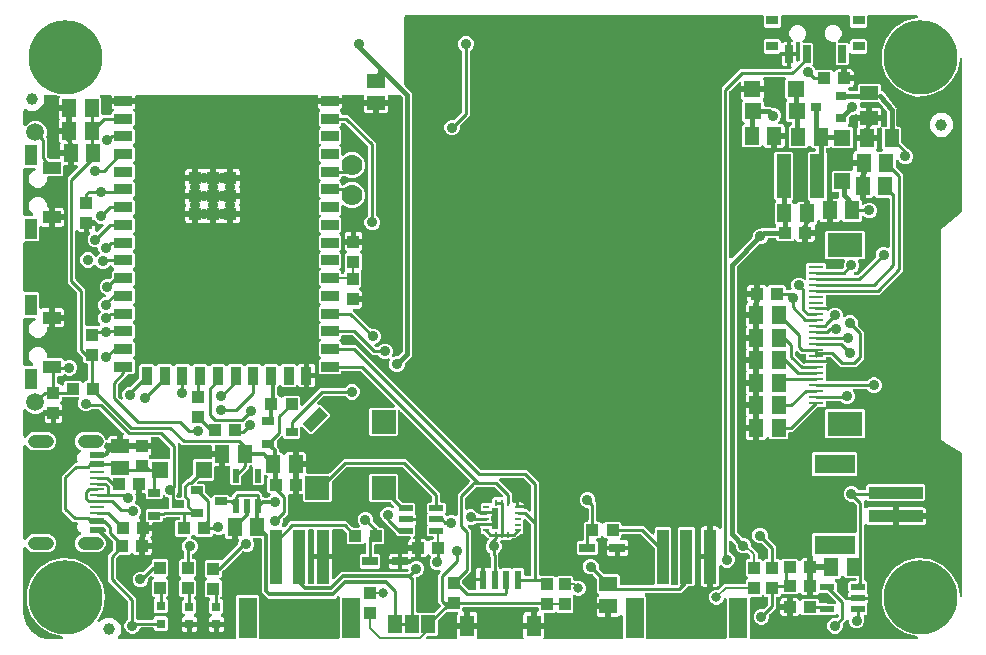
<source format=gbr>
G04 EAGLE Gerber RS-274X export*
G75*
%MOMM*%
%FSLAX34Y34*%
%LPD*%
%INTop Copper*%
%IPPOS*%
%AMOC8*
5,1,8,0,0,1.08239X$1,22.5*%
G01*
%ADD10R,0.800000X0.800000*%
%ADD11R,1.500000X1.240000*%
%ADD12R,1.000000X1.075000*%
%ADD13R,1.000000X0.800000*%
%ADD14R,0.700000X1.500000*%
%ADD15R,1.200000X0.550000*%
%ADD16R,1.240000X1.500000*%
%ADD17R,1.075000X1.000000*%
%ADD18R,0.550000X1.200000*%
%ADD19R,4.600000X1.000000*%
%ADD20R,3.400000X1.600000*%
%ADD21R,1.400000X1.400000*%
%ADD22R,1.016000X0.635000*%
%ADD23R,1.150000X0.575000*%
%ADD24R,1.150000X0.275000*%
%ADD25C,1.108000*%
%ADD26R,1.500000X0.900000*%
%ADD27R,1.100000X1.100000*%
%ADD28R,0.900000X1.500000*%
%ADD29C,0.908000*%
%ADD30R,0.600000X1.550000*%
%ADD31R,1.200000X1.800000*%
%ADD32R,1.500000X1.100000*%
%ADD33R,1.000000X1.750000*%
%ADD34C,1.778000*%
%ADD35C,1.500000*%
%ADD36C,1.000000*%
%ADD37R,1.200000X3.700000*%
%ADD38R,1.200000X1.500000*%
%ADD39R,0.900000X0.800000*%
%ADD40R,1.500000X1.200000*%
%ADD41R,3.000000X2.000000*%
%ADD42R,1.250000X0.275000*%
%ADD43R,1.000000X4.600000*%
%ADD44R,1.600000X3.400000*%
%ADD45R,1.350000X0.800000*%
%ADD46R,1.168400X1.600200*%
%ADD47C,5.266000*%
%ADD48C,1.016000*%
%ADD49R,0.500000X0.250000*%
%ADD50R,0.250000X0.500000*%
%ADD51R,2.000000X2.000000*%
%ADD52R,2.000000X1.000000*%
%ADD53C,0.906400*%
%ADD54C,0.304800*%
%ADD55C,0.254000*%
%ADD56C,0.406400*%
%ADD57C,0.203200*%
%ADD58C,0.800100*%

G36*
X368921Y2556D02*
X368921Y2556D01*
X369046Y2566D01*
X369078Y2576D01*
X369111Y2581D01*
X369228Y2627D01*
X369348Y2667D01*
X369376Y2685D01*
X369407Y2698D01*
X369509Y2771D01*
X369614Y2840D01*
X369637Y2865D01*
X369664Y2884D01*
X369745Y2981D01*
X369830Y3074D01*
X369846Y3103D01*
X369867Y3129D01*
X369921Y3243D01*
X369980Y3354D01*
X369988Y3387D01*
X370003Y3417D01*
X370026Y3541D01*
X370057Y3663D01*
X370056Y3696D01*
X370063Y3729D01*
X370055Y3855D01*
X370054Y3981D01*
X370044Y4029D01*
X370043Y4047D01*
X370036Y4067D01*
X370022Y4139D01*
X369859Y4746D01*
X369859Y11541D01*
X377130Y11541D01*
X377248Y11556D01*
X377367Y11563D01*
X377405Y11576D01*
X377445Y11581D01*
X377556Y11624D01*
X377669Y11661D01*
X377704Y11683D01*
X377741Y11698D01*
X377837Y11768D01*
X377938Y11831D01*
X377966Y11861D01*
X377998Y11885D01*
X378074Y11976D01*
X378156Y12063D01*
X378175Y12098D01*
X378201Y12129D01*
X378252Y12237D01*
X378309Y12341D01*
X378320Y12381D01*
X378337Y12417D01*
X378359Y12534D01*
X378389Y12649D01*
X378393Y12709D01*
X378397Y12730D01*
X378395Y12750D01*
X378399Y12810D01*
X378399Y14081D01*
X378401Y14081D01*
X378401Y12810D01*
X378416Y12692D01*
X378423Y12573D01*
X378436Y12535D01*
X378441Y12495D01*
X378485Y12384D01*
X378521Y12271D01*
X378543Y12236D01*
X378558Y12199D01*
X378628Y12103D01*
X378691Y12002D01*
X378721Y11974D01*
X378745Y11941D01*
X378836Y11866D01*
X378923Y11784D01*
X378958Y11764D01*
X378990Y11739D01*
X379097Y11688D01*
X379201Y11630D01*
X379241Y11620D01*
X379277Y11603D01*
X379394Y11581D01*
X379509Y11551D01*
X379570Y11547D01*
X379590Y11543D01*
X379610Y11545D01*
X379670Y11541D01*
X386941Y11541D01*
X386941Y4746D01*
X386778Y4139D01*
X386761Y4014D01*
X386737Y3890D01*
X386739Y3857D01*
X386735Y3823D01*
X386749Y3698D01*
X386757Y3573D01*
X386768Y3541D01*
X386771Y3508D01*
X386816Y3390D01*
X386855Y3271D01*
X386873Y3242D01*
X386885Y3211D01*
X386958Y3108D01*
X387025Y3002D01*
X387050Y2979D01*
X387069Y2951D01*
X387165Y2870D01*
X387257Y2784D01*
X387286Y2768D01*
X387312Y2746D01*
X387425Y2691D01*
X387535Y2630D01*
X387568Y2622D01*
X387598Y2607D01*
X387722Y2582D01*
X387843Y2551D01*
X387892Y2548D01*
X387910Y2544D01*
X387932Y2545D01*
X388004Y2541D01*
X424796Y2541D01*
X424921Y2556D01*
X425046Y2566D01*
X425078Y2576D01*
X425111Y2581D01*
X425228Y2627D01*
X425348Y2667D01*
X425376Y2685D01*
X425407Y2698D01*
X425509Y2771D01*
X425614Y2840D01*
X425637Y2865D01*
X425664Y2884D01*
X425745Y2981D01*
X425830Y3074D01*
X425846Y3103D01*
X425867Y3129D01*
X425921Y3243D01*
X425980Y3354D01*
X425988Y3387D01*
X426003Y3417D01*
X426026Y3541D01*
X426057Y3663D01*
X426056Y3696D01*
X426063Y3729D01*
X426055Y3855D01*
X426054Y3981D01*
X426044Y4029D01*
X426043Y4047D01*
X426036Y4067D01*
X426022Y4139D01*
X425859Y4746D01*
X425859Y11541D01*
X433130Y11541D01*
X433248Y11556D01*
X433367Y11563D01*
X433405Y11576D01*
X433445Y11581D01*
X433556Y11624D01*
X433669Y11661D01*
X433704Y11683D01*
X433741Y11698D01*
X433837Y11768D01*
X433938Y11831D01*
X433966Y11861D01*
X433998Y11885D01*
X434074Y11976D01*
X434156Y12063D01*
X434175Y12098D01*
X434201Y12129D01*
X434252Y12237D01*
X434309Y12341D01*
X434320Y12381D01*
X434337Y12417D01*
X434359Y12534D01*
X434389Y12649D01*
X434393Y12709D01*
X434397Y12730D01*
X434395Y12750D01*
X434399Y12810D01*
X434399Y14081D01*
X434401Y14081D01*
X434401Y12810D01*
X434416Y12692D01*
X434423Y12573D01*
X434436Y12535D01*
X434441Y12495D01*
X434485Y12384D01*
X434521Y12271D01*
X434543Y12236D01*
X434558Y12199D01*
X434628Y12103D01*
X434691Y12002D01*
X434721Y11974D01*
X434745Y11941D01*
X434836Y11866D01*
X434923Y11784D01*
X434958Y11764D01*
X434990Y11739D01*
X435097Y11688D01*
X435201Y11630D01*
X435241Y11620D01*
X435277Y11603D01*
X435394Y11581D01*
X435509Y11551D01*
X435570Y11547D01*
X435590Y11543D01*
X435610Y11545D01*
X435670Y11541D01*
X442941Y11541D01*
X442941Y4746D01*
X442778Y4139D01*
X442761Y4014D01*
X442737Y3890D01*
X442739Y3857D01*
X442735Y3823D01*
X442749Y3698D01*
X442757Y3573D01*
X442768Y3541D01*
X442771Y3508D01*
X442816Y3390D01*
X442855Y3271D01*
X442873Y3242D01*
X442885Y3211D01*
X442958Y3108D01*
X443025Y3002D01*
X443050Y2979D01*
X443069Y2951D01*
X443165Y2870D01*
X443257Y2784D01*
X443286Y2768D01*
X443312Y2746D01*
X443425Y2691D01*
X443535Y2630D01*
X443568Y2622D01*
X443598Y2607D01*
X443722Y2582D01*
X443843Y2551D01*
X443892Y2548D01*
X443910Y2544D01*
X443932Y2545D01*
X444004Y2541D01*
X508578Y2541D01*
X508696Y2556D01*
X508815Y2563D01*
X508853Y2576D01*
X508894Y2581D01*
X509004Y2624D01*
X509117Y2661D01*
X509152Y2683D01*
X509189Y2698D01*
X509285Y2767D01*
X509386Y2831D01*
X509414Y2861D01*
X509447Y2884D01*
X509523Y2976D01*
X509604Y3063D01*
X509624Y3098D01*
X509649Y3129D01*
X509700Y3237D01*
X509758Y3341D01*
X509768Y3381D01*
X509785Y3417D01*
X509807Y3534D01*
X509837Y3649D01*
X509841Y3709D01*
X509845Y3729D01*
X509843Y3750D01*
X509847Y3810D01*
X509847Y22293D01*
X509829Y22438D01*
X509814Y22583D01*
X509809Y22596D01*
X509807Y22609D01*
X509754Y22745D01*
X509703Y22881D01*
X509695Y22892D01*
X509690Y22905D01*
X509605Y23023D01*
X509522Y23142D01*
X509511Y23151D01*
X509504Y23162D01*
X509392Y23255D01*
X509281Y23350D01*
X509269Y23356D01*
X509259Y23365D01*
X509127Y23427D01*
X508996Y23492D01*
X508983Y23495D01*
X508971Y23500D01*
X508828Y23528D01*
X508685Y23558D01*
X508672Y23558D01*
X508659Y23560D01*
X508513Y23551D01*
X508367Y23545D01*
X508355Y23541D01*
X508341Y23540D01*
X508202Y23495D01*
X508063Y23454D01*
X508051Y23447D01*
X508039Y23442D01*
X507915Y23364D01*
X507791Y23289D01*
X507781Y23279D01*
X507770Y23272D01*
X507670Y23166D01*
X507568Y23062D01*
X507558Y23047D01*
X507552Y23041D01*
X507544Y23026D01*
X507479Y22928D01*
X507373Y22745D01*
X506900Y22272D01*
X506321Y21937D01*
X505674Y21764D01*
X500379Y21764D01*
X500379Y29235D01*
X500364Y29353D01*
X500357Y29472D01*
X500344Y29510D01*
X500339Y29550D01*
X500295Y29661D01*
X500259Y29774D01*
X500237Y29809D01*
X500222Y29846D01*
X500152Y29942D01*
X500089Y30043D01*
X500059Y30071D01*
X500035Y30103D01*
X499944Y30179D01*
X499857Y30261D01*
X499822Y30280D01*
X499790Y30306D01*
X499683Y30357D01*
X499579Y30414D01*
X499539Y30425D01*
X499503Y30442D01*
X499386Y30464D01*
X499271Y30494D01*
X499210Y30498D01*
X499190Y30502D01*
X499170Y30500D01*
X499110Y30504D01*
X497839Y30504D01*
X497839Y31775D01*
X497824Y31893D01*
X497817Y32012D01*
X497804Y32050D01*
X497799Y32090D01*
X497755Y32201D01*
X497719Y32314D01*
X497697Y32349D01*
X497682Y32386D01*
X497612Y32482D01*
X497549Y32583D01*
X497519Y32611D01*
X497495Y32643D01*
X497404Y32719D01*
X497317Y32801D01*
X497282Y32820D01*
X497250Y32846D01*
X497143Y32897D01*
X497039Y32954D01*
X496999Y32965D01*
X496963Y32982D01*
X496846Y33004D01*
X496731Y33034D01*
X496670Y33038D01*
X496650Y33042D01*
X496630Y33040D01*
X496570Y33044D01*
X487799Y33044D01*
X487799Y37039D01*
X487972Y37686D01*
X488307Y38265D01*
X488780Y38738D01*
X489409Y39101D01*
X489509Y39177D01*
X489613Y39248D01*
X489636Y39273D01*
X489663Y39294D01*
X489741Y39392D01*
X489824Y39486D01*
X489839Y39516D01*
X489860Y39543D01*
X489911Y39658D01*
X489969Y39770D01*
X489976Y39803D01*
X489990Y39833D01*
X490011Y39958D01*
X490038Y40080D01*
X490037Y40114D01*
X490043Y40147D01*
X490032Y40272D01*
X490029Y40398D01*
X490019Y40430D01*
X490016Y40464D01*
X489975Y40583D01*
X489940Y40703D01*
X489923Y40732D01*
X489912Y40764D01*
X489842Y40869D01*
X489779Y40977D01*
X489746Y41014D01*
X489736Y41029D01*
X489720Y41044D01*
X489672Y41098D01*
X488307Y42463D01*
X488307Y53166D01*
X488295Y53264D01*
X488292Y53363D01*
X488275Y53421D01*
X488267Y53482D01*
X488231Y53574D01*
X488203Y53669D01*
X488173Y53721D01*
X488150Y53777D01*
X488092Y53857D01*
X488042Y53943D01*
X487976Y54018D01*
X487964Y54035D01*
X487954Y54042D01*
X487936Y54064D01*
X484801Y57199D01*
X484722Y57259D01*
X484650Y57327D01*
X484597Y57356D01*
X484549Y57393D01*
X484458Y57433D01*
X484372Y57481D01*
X484313Y57496D01*
X484257Y57520D01*
X484159Y57535D01*
X484064Y57560D01*
X483964Y57566D01*
X483943Y57570D01*
X483931Y57568D01*
X483903Y57570D01*
X481588Y57570D01*
X479175Y58570D01*
X477329Y60416D01*
X476329Y62829D01*
X476329Y65441D01*
X477329Y67854D01*
X479175Y69700D01*
X481588Y70700D01*
X484200Y70700D01*
X486613Y69700D01*
X488459Y67854D01*
X489459Y65441D01*
X489459Y63126D01*
X489471Y63028D01*
X489474Y62929D01*
X489491Y62871D01*
X489499Y62810D01*
X489535Y62718D01*
X489563Y62623D01*
X489593Y62571D01*
X489616Y62515D01*
X489674Y62435D01*
X489724Y62349D01*
X489790Y62274D01*
X489802Y62257D01*
X489812Y62250D01*
X489830Y62228D01*
X493949Y58109D01*
X494028Y58049D01*
X494100Y57981D01*
X494153Y57952D01*
X494201Y57915D01*
X494292Y57875D01*
X494378Y57827D01*
X494437Y57812D01*
X494493Y57788D01*
X494591Y57773D01*
X494686Y57748D01*
X494786Y57742D01*
X494807Y57738D01*
X494819Y57740D01*
X494847Y57738D01*
X506182Y57738D01*
X507373Y56547D01*
X507373Y49632D01*
X507388Y49514D01*
X507395Y49395D01*
X507408Y49357D01*
X507413Y49316D01*
X507456Y49206D01*
X507493Y49093D01*
X507515Y49058D01*
X507530Y49021D01*
X507599Y48925D01*
X507663Y48824D01*
X507693Y48796D01*
X507716Y48763D01*
X507808Y48687D01*
X507895Y48606D01*
X507930Y48586D01*
X507961Y48561D01*
X508069Y48510D01*
X508173Y48452D01*
X508213Y48442D01*
X508249Y48425D01*
X508366Y48403D01*
X508481Y48373D01*
X508541Y48369D01*
X508561Y48365D01*
X508582Y48367D01*
X508642Y48363D01*
X535578Y48363D01*
X535696Y48378D01*
X535815Y48385D01*
X535853Y48398D01*
X535894Y48403D01*
X536004Y48446D01*
X536117Y48483D01*
X536152Y48505D01*
X536189Y48520D01*
X536285Y48589D01*
X536386Y48653D01*
X536414Y48683D01*
X536447Y48706D01*
X536523Y48798D01*
X536604Y48885D01*
X536624Y48920D01*
X536649Y48951D01*
X536700Y49059D01*
X536758Y49163D01*
X536768Y49203D01*
X536785Y49239D01*
X536807Y49356D01*
X536837Y49471D01*
X536841Y49531D01*
X536845Y49551D01*
X536843Y49572D01*
X536847Y49632D01*
X536847Y79636D01*
X536835Y79734D01*
X536832Y79833D01*
X536815Y79892D01*
X536807Y79952D01*
X536771Y80044D01*
X536743Y80139D01*
X536713Y80191D01*
X536690Y80247D01*
X536632Y80327D01*
X536582Y80413D01*
X536516Y80488D01*
X536504Y80505D01*
X536494Y80513D01*
X536476Y80534D01*
X525434Y91576D01*
X525355Y91636D01*
X525283Y91704D01*
X525230Y91733D01*
X525182Y91770D01*
X525091Y91810D01*
X525005Y91858D01*
X524946Y91873D01*
X524891Y91897D01*
X524793Y91912D01*
X524697Y91937D01*
X524597Y91943D01*
X524576Y91947D01*
X524564Y91945D01*
X524536Y91947D01*
X509937Y91947D01*
X509819Y91932D01*
X509700Y91925D01*
X509662Y91912D01*
X509621Y91907D01*
X509511Y91864D01*
X509398Y91827D01*
X509363Y91805D01*
X509326Y91790D01*
X509230Y91721D01*
X509129Y91657D01*
X509101Y91627D01*
X509068Y91604D01*
X508992Y91512D01*
X508911Y91425D01*
X508891Y91390D01*
X508866Y91359D01*
X508815Y91251D01*
X508757Y91147D01*
X508747Y91107D01*
X508730Y91071D01*
X508708Y90954D01*
X508678Y90839D01*
X508674Y90779D01*
X508670Y90759D01*
X508672Y90738D01*
X508668Y90678D01*
X508668Y89408D01*
X507977Y88717D01*
X507892Y88608D01*
X507803Y88500D01*
X507795Y88482D01*
X507782Y88466D01*
X507727Y88339D01*
X507668Y88213D01*
X507664Y88193D01*
X507656Y88174D01*
X507634Y88037D01*
X507608Y87900D01*
X507609Y87880D01*
X507606Y87860D01*
X507619Y87721D01*
X507628Y87583D01*
X507634Y87564D01*
X507636Y87544D01*
X507683Y87413D01*
X507726Y87280D01*
X507737Y87263D01*
X507743Y87244D01*
X507822Y87129D01*
X507896Y87012D01*
X507911Y86998D01*
X507922Y86981D01*
X508026Y86889D01*
X508128Y86794D01*
X508145Y86784D01*
X508160Y86771D01*
X508284Y86707D01*
X508406Y86640D01*
X508426Y86635D01*
X508444Y86626D01*
X508580Y86596D01*
X508714Y86561D01*
X508742Y86559D01*
X508754Y86556D01*
X508774Y86557D01*
X508875Y86551D01*
X512544Y86551D01*
X513191Y86378D01*
X513770Y86043D01*
X514243Y85570D01*
X514578Y84991D01*
X514751Y84344D01*
X514751Y82009D01*
X506190Y82009D01*
X506072Y81994D01*
X505953Y81987D01*
X505915Y81974D01*
X505875Y81969D01*
X505764Y81926D01*
X505651Y81889D01*
X505617Y81867D01*
X505579Y81852D01*
X505483Y81783D01*
X505466Y81772D01*
X505442Y81786D01*
X505410Y81811D01*
X505303Y81862D01*
X505198Y81920D01*
X505159Y81930D01*
X505123Y81947D01*
X505006Y81969D01*
X504890Y81999D01*
X504830Y82003D01*
X504810Y82007D01*
X504790Y82005D01*
X504730Y82009D01*
X496169Y82009D01*
X496169Y84344D01*
X496342Y84991D01*
X496677Y85570D01*
X497157Y86050D01*
X497243Y86160D01*
X497331Y86267D01*
X497340Y86286D01*
X497352Y86302D01*
X497408Y86430D01*
X497467Y86555D01*
X497471Y86575D01*
X497479Y86594D01*
X497501Y86732D01*
X497527Y86868D01*
X497525Y86888D01*
X497529Y86908D01*
X497515Y87047D01*
X497507Y87185D01*
X497501Y87204D01*
X497499Y87224D01*
X497452Y87355D01*
X497409Y87487D01*
X497398Y87505D01*
X497391Y87524D01*
X497313Y87638D01*
X497239Y87756D01*
X497224Y87770D01*
X497213Y87787D01*
X497109Y87879D01*
X497007Y87974D01*
X496989Y87984D01*
X496974Y87997D01*
X496850Y88060D01*
X496729Y88128D01*
X496709Y88133D01*
X496691Y88142D01*
X496555Y88172D01*
X496421Y88207D01*
X496393Y88209D01*
X496381Y88212D01*
X496360Y88211D01*
X496260Y88217D01*
X495043Y88217D01*
X493658Y89603D01*
X493563Y89676D01*
X493474Y89755D01*
X493438Y89773D01*
X493406Y89798D01*
X493297Y89845D01*
X493191Y89899D01*
X493152Y89908D01*
X493114Y89924D01*
X492997Y89943D01*
X492881Y89969D01*
X492840Y89968D01*
X492800Y89974D01*
X492682Y89963D01*
X492563Y89959D01*
X492524Y89948D01*
X492484Y89944D01*
X492371Y89904D01*
X492257Y89871D01*
X492223Y89850D01*
X492184Y89837D01*
X492086Y89770D01*
X491983Y89709D01*
X491938Y89669D01*
X491921Y89658D01*
X491908Y89643D01*
X491863Y89603D01*
X490477Y88217D01*
X488542Y88217D01*
X488404Y88200D01*
X488265Y88187D01*
X488246Y88180D01*
X488226Y88177D01*
X488097Y88126D01*
X487966Y88079D01*
X487949Y88068D01*
X487930Y88060D01*
X487818Y87979D01*
X487703Y87901D01*
X487690Y87885D01*
X487673Y87874D01*
X487584Y87766D01*
X487492Y87662D01*
X487483Y87644D01*
X487470Y87629D01*
X487411Y87503D01*
X487348Y87379D01*
X487343Y87359D01*
X487335Y87341D01*
X487309Y87204D01*
X487278Y87069D01*
X487279Y87048D01*
X487275Y87029D01*
X487284Y86890D01*
X487288Y86751D01*
X487293Y86731D01*
X487295Y86711D01*
X487337Y86579D01*
X487376Y86445D01*
X487387Y86428D01*
X487393Y86409D01*
X487467Y86291D01*
X487538Y86171D01*
X487556Y86150D01*
X487563Y86140D01*
X487578Y86126D01*
X487644Y86051D01*
X488843Y84852D01*
X488843Y75168D01*
X487652Y73977D01*
X472468Y73977D01*
X471277Y75168D01*
X471277Y84852D01*
X472468Y86043D01*
X475488Y86043D01*
X475606Y86058D01*
X475725Y86065D01*
X475763Y86078D01*
X475804Y86083D01*
X475914Y86126D01*
X476027Y86163D01*
X476062Y86185D01*
X476099Y86200D01*
X476195Y86269D01*
X476296Y86333D01*
X476324Y86363D01*
X476357Y86386D01*
X476433Y86478D01*
X476514Y86565D01*
X476534Y86600D01*
X476559Y86631D01*
X476610Y86739D01*
X476668Y86843D01*
X476678Y86883D01*
X476695Y86919D01*
X476717Y87036D01*
X476747Y87151D01*
X476751Y87211D01*
X476755Y87231D01*
X476753Y87252D01*
X476757Y87312D01*
X476757Y92561D01*
X476763Y92570D01*
X476778Y92629D01*
X476802Y92684D01*
X476817Y92782D01*
X476842Y92878D01*
X476848Y92978D01*
X476852Y92998D01*
X476850Y93010D01*
X476852Y93039D01*
X476852Y101092D01*
X478043Y102283D01*
X479688Y102283D01*
X479806Y102298D01*
X479925Y102305D01*
X479963Y102318D01*
X480004Y102323D01*
X480114Y102366D01*
X480227Y102403D01*
X480262Y102425D01*
X480299Y102440D01*
X480395Y102509D01*
X480496Y102573D01*
X480524Y102603D01*
X480557Y102626D01*
X480633Y102718D01*
X480714Y102805D01*
X480734Y102840D01*
X480759Y102871D01*
X480810Y102979D01*
X480868Y103083D01*
X480878Y103123D01*
X480895Y103159D01*
X480917Y103276D01*
X480947Y103391D01*
X480951Y103451D01*
X480955Y103471D01*
X480953Y103492D01*
X480957Y103552D01*
X480957Y112816D01*
X480942Y112934D01*
X480935Y113053D01*
X480922Y113091D01*
X480917Y113132D01*
X480874Y113242D01*
X480837Y113355D01*
X480815Y113390D01*
X480800Y113427D01*
X480731Y113523D01*
X480667Y113624D01*
X480637Y113652D01*
X480614Y113685D01*
X480522Y113761D01*
X480435Y113842D01*
X480400Y113862D01*
X480369Y113887D01*
X480261Y113938D01*
X480157Y113996D01*
X480117Y114006D01*
X480081Y114023D01*
X479964Y114045D01*
X479849Y114075D01*
X479789Y114079D01*
X479769Y114083D01*
X479748Y114081D01*
X479688Y114085D01*
X478754Y114085D01*
X476341Y115085D01*
X474495Y116931D01*
X473495Y119344D01*
X473495Y121956D01*
X474495Y124369D01*
X476341Y126215D01*
X478754Y127215D01*
X481366Y127215D01*
X483779Y126215D01*
X485625Y124369D01*
X486625Y121956D01*
X486625Y119282D01*
X486637Y119184D01*
X486640Y119085D01*
X486657Y119026D01*
X486665Y118966D01*
X486701Y118874D01*
X486729Y118779D01*
X486759Y118727D01*
X486782Y118671D01*
X486840Y118591D01*
X486890Y118505D01*
X486956Y118430D01*
X486968Y118413D01*
X486978Y118405D01*
X486996Y118384D01*
X487563Y117818D01*
X487563Y103552D01*
X487578Y103434D01*
X487585Y103315D01*
X487598Y103277D01*
X487603Y103236D01*
X487646Y103126D01*
X487683Y103013D01*
X487705Y102978D01*
X487720Y102941D01*
X487789Y102845D01*
X487853Y102744D01*
X487883Y102716D01*
X487906Y102683D01*
X487998Y102607D01*
X488085Y102526D01*
X488120Y102506D01*
X488151Y102481D01*
X488259Y102430D01*
X488363Y102372D01*
X488403Y102362D01*
X488439Y102345D01*
X488556Y102323D01*
X488671Y102293D01*
X488731Y102289D01*
X488751Y102285D01*
X488772Y102287D01*
X488832Y102283D01*
X490477Y102283D01*
X491863Y100897D01*
X491957Y100824D01*
X492046Y100745D01*
X492082Y100727D01*
X492114Y100702D01*
X492223Y100655D01*
X492329Y100601D01*
X492368Y100592D01*
X492406Y100576D01*
X492523Y100557D01*
X492639Y100531D01*
X492680Y100532D01*
X492720Y100526D01*
X492838Y100537D01*
X492957Y100541D01*
X492996Y100552D01*
X493036Y100556D01*
X493148Y100596D01*
X493263Y100629D01*
X493298Y100650D01*
X493336Y100663D01*
X493434Y100730D01*
X493537Y100791D01*
X493582Y100831D01*
X493599Y100842D01*
X493612Y100857D01*
X493658Y100897D01*
X495043Y102283D01*
X507477Y102283D01*
X508668Y101092D01*
X508668Y99822D01*
X508683Y99704D01*
X508690Y99585D01*
X508703Y99547D01*
X508708Y99506D01*
X508751Y99396D01*
X508788Y99283D01*
X508810Y99248D01*
X508825Y99211D01*
X508894Y99115D01*
X508958Y99014D01*
X508988Y98986D01*
X509011Y98953D01*
X509103Y98877D01*
X509190Y98796D01*
X509225Y98776D01*
X509256Y98751D01*
X509364Y98700D01*
X509468Y98642D01*
X509508Y98632D01*
X509544Y98615D01*
X509661Y98593D01*
X509776Y98563D01*
X509836Y98559D01*
X509856Y98555D01*
X509877Y98557D01*
X509937Y98553D01*
X527798Y98553D01*
X534681Y91670D01*
X534790Y91585D01*
X534897Y91496D01*
X534916Y91488D01*
X534932Y91475D01*
X535060Y91420D01*
X535185Y91361D01*
X535205Y91357D01*
X535224Y91349D01*
X535362Y91327D01*
X535498Y91301D01*
X535518Y91302D01*
X535538Y91299D01*
X535677Y91312D01*
X535815Y91321D01*
X535834Y91327D01*
X535854Y91329D01*
X535986Y91376D01*
X536117Y91419D01*
X536135Y91430D01*
X536154Y91437D01*
X536269Y91515D01*
X536386Y91589D01*
X536400Y91604D01*
X536417Y91615D01*
X536509Y91719D01*
X536604Y91821D01*
X536614Y91838D01*
X536627Y91854D01*
X536691Y91978D01*
X536758Y92099D01*
X536763Y92119D01*
X536772Y92137D01*
X536802Y92273D01*
X536837Y92407D01*
X536839Y92435D01*
X536842Y92447D01*
X536841Y92468D01*
X536847Y92568D01*
X536847Y96562D01*
X538038Y97753D01*
X549722Y97753D01*
X550913Y96562D01*
X550913Y49632D01*
X550928Y49514D01*
X550935Y49395D01*
X550948Y49357D01*
X550953Y49316D01*
X550996Y49206D01*
X551033Y49093D01*
X551055Y49058D01*
X551070Y49021D01*
X551139Y48925D01*
X551203Y48824D01*
X551233Y48796D01*
X551256Y48763D01*
X551348Y48687D01*
X551435Y48606D01*
X551470Y48586D01*
X551501Y48561D01*
X551609Y48510D01*
X551713Y48452D01*
X551753Y48442D01*
X551789Y48425D01*
X551906Y48403D01*
X552021Y48373D01*
X552081Y48369D01*
X552101Y48365D01*
X552122Y48367D01*
X552182Y48363D01*
X555578Y48363D01*
X555696Y48378D01*
X555815Y48385D01*
X555853Y48398D01*
X555894Y48403D01*
X556004Y48446D01*
X556117Y48483D01*
X556152Y48505D01*
X556189Y48520D01*
X556285Y48589D01*
X556386Y48653D01*
X556414Y48683D01*
X556447Y48706D01*
X556523Y48798D01*
X556604Y48885D01*
X556624Y48920D01*
X556649Y48951D01*
X556700Y49059D01*
X556758Y49163D01*
X556768Y49203D01*
X556785Y49239D01*
X556807Y49356D01*
X556837Y49471D01*
X556841Y49531D01*
X556845Y49551D01*
X556843Y49572D01*
X556847Y49632D01*
X556847Y96562D01*
X558038Y97753D01*
X569722Y97753D01*
X570913Y96562D01*
X570913Y48878D01*
X569722Y47687D01*
X566323Y47687D01*
X566225Y47675D01*
X566126Y47672D01*
X566068Y47655D01*
X566007Y47647D01*
X565915Y47611D01*
X565820Y47583D01*
X565768Y47553D01*
X565712Y47530D01*
X565632Y47472D01*
X565546Y47422D01*
X565471Y47356D01*
X565454Y47344D01*
X565447Y47334D01*
X565425Y47316D01*
X559613Y41503D01*
X556646Y41503D01*
X556634Y41514D01*
X556581Y41543D01*
X556533Y41580D01*
X556443Y41620D01*
X556356Y41668D01*
X556297Y41683D01*
X556241Y41707D01*
X556144Y41722D01*
X556048Y41747D01*
X555947Y41753D01*
X555927Y41757D01*
X555915Y41755D01*
X555887Y41757D01*
X529782Y41757D01*
X529644Y41740D01*
X529505Y41727D01*
X529486Y41720D01*
X529466Y41717D01*
X529337Y41666D01*
X529206Y41619D01*
X529189Y41608D01*
X529170Y41600D01*
X529058Y41519D01*
X528943Y41441D01*
X528930Y41425D01*
X528913Y41414D01*
X528824Y41306D01*
X528732Y41202D01*
X528723Y41184D01*
X528710Y41169D01*
X528651Y41043D01*
X528588Y40919D01*
X528583Y40899D01*
X528575Y40881D01*
X528549Y40744D01*
X528518Y40609D01*
X528519Y40588D01*
X528515Y40569D01*
X528524Y40430D01*
X528528Y40291D01*
X528533Y40271D01*
X528535Y40251D01*
X528577Y40119D01*
X528616Y39985D01*
X528627Y39968D01*
X528633Y39949D01*
X528707Y39831D01*
X528778Y39711D01*
X528796Y39690D01*
X528803Y39680D01*
X528818Y39666D01*
X528884Y39591D01*
X529913Y38562D01*
X529913Y3810D01*
X529928Y3692D01*
X529935Y3573D01*
X529948Y3535D01*
X529953Y3494D01*
X529996Y3384D01*
X530033Y3271D01*
X530055Y3236D01*
X530070Y3199D01*
X530139Y3103D01*
X530203Y3002D01*
X530233Y2974D01*
X530256Y2941D01*
X530348Y2865D01*
X530435Y2784D01*
X530470Y2764D01*
X530501Y2739D01*
X530609Y2688D01*
X530713Y2630D01*
X530753Y2620D01*
X530789Y2603D01*
X530906Y2581D01*
X531021Y2551D01*
X531081Y2547D01*
X531101Y2543D01*
X531122Y2545D01*
X531182Y2541D01*
X596578Y2541D01*
X596696Y2556D01*
X596815Y2563D01*
X596853Y2576D01*
X596894Y2581D01*
X597004Y2624D01*
X597117Y2661D01*
X597152Y2683D01*
X597189Y2698D01*
X597285Y2767D01*
X597386Y2831D01*
X597414Y2861D01*
X597447Y2884D01*
X597523Y2976D01*
X597604Y3063D01*
X597624Y3098D01*
X597649Y3129D01*
X597700Y3237D01*
X597758Y3341D01*
X597768Y3381D01*
X597785Y3417D01*
X597807Y3534D01*
X597837Y3649D01*
X597841Y3709D01*
X597845Y3729D01*
X597843Y3750D01*
X597847Y3810D01*
X597847Y36637D01*
X597839Y36706D01*
X597840Y36776D01*
X597819Y36863D01*
X597807Y36952D01*
X597782Y37017D01*
X597765Y37085D01*
X597723Y37165D01*
X597690Y37248D01*
X597649Y37304D01*
X597617Y37366D01*
X597556Y37433D01*
X597504Y37505D01*
X597450Y37550D01*
X597403Y37601D01*
X597328Y37651D01*
X597259Y37708D01*
X597195Y37738D01*
X597137Y37776D01*
X597052Y37805D01*
X596971Y37844D01*
X596902Y37857D01*
X596836Y37879D01*
X596747Y37886D01*
X596659Y37903D01*
X596589Y37899D01*
X596519Y37905D01*
X596431Y37889D01*
X596341Y37884D01*
X596275Y37862D01*
X596206Y37850D01*
X596124Y37813D01*
X596039Y37786D01*
X595980Y37748D01*
X595916Y37720D01*
X595846Y37664D01*
X595770Y37615D01*
X595722Y37565D01*
X595668Y37521D01*
X595613Y37449D01*
X595552Y37384D01*
X595518Y37323D01*
X595476Y37267D01*
X595405Y37122D01*
X594395Y34682D01*
X592698Y32985D01*
X590480Y32067D01*
X588080Y32067D01*
X585862Y32985D01*
X584165Y34682D01*
X583247Y36900D01*
X583247Y39300D01*
X584165Y41518D01*
X585862Y43215D01*
X588080Y44133D01*
X590476Y44133D01*
X590574Y44146D01*
X590673Y44149D01*
X590731Y44165D01*
X590791Y44173D01*
X590884Y44210D01*
X590979Y44237D01*
X591031Y44268D01*
X591087Y44290D01*
X591167Y44348D01*
X591253Y44399D01*
X591328Y44465D01*
X591344Y44477D01*
X591352Y44486D01*
X591373Y44505D01*
X596027Y49159D01*
X612728Y49159D01*
X612846Y49174D01*
X612965Y49181D01*
X613003Y49194D01*
X613044Y49199D01*
X613154Y49242D01*
X613267Y49279D01*
X613302Y49301D01*
X613339Y49316D01*
X613435Y49385D01*
X613536Y49449D01*
X613564Y49479D01*
X613597Y49502D01*
X613673Y49594D01*
X613754Y49681D01*
X613774Y49716D01*
X613799Y49747D01*
X613850Y49855D01*
X613908Y49959D01*
X613918Y49999D01*
X613935Y50035D01*
X613957Y50152D01*
X613987Y50267D01*
X613991Y50327D01*
X613995Y50347D01*
X613993Y50368D01*
X613997Y50428D01*
X613997Y52327D01*
X615383Y53712D01*
X615456Y53807D01*
X615535Y53896D01*
X615553Y53932D01*
X615578Y53964D01*
X615625Y54073D01*
X615679Y54179D01*
X615688Y54218D01*
X615704Y54256D01*
X615723Y54373D01*
X615749Y54489D01*
X615748Y54530D01*
X615754Y54570D01*
X615743Y54688D01*
X615739Y54807D01*
X615728Y54846D01*
X615724Y54886D01*
X615684Y54999D01*
X615651Y55113D01*
X615630Y55147D01*
X615617Y55186D01*
X615550Y55284D01*
X615489Y55387D01*
X615449Y55432D01*
X615438Y55449D01*
X615423Y55462D01*
X615383Y55507D01*
X613997Y56893D01*
X613997Y69327D01*
X615188Y70518D01*
X616712Y70518D01*
X616830Y70533D01*
X616949Y70540D01*
X616987Y70553D01*
X617028Y70558D01*
X617138Y70601D01*
X617251Y70638D01*
X617286Y70660D01*
X617323Y70675D01*
X617419Y70744D01*
X617520Y70808D01*
X617548Y70838D01*
X617581Y70861D01*
X617656Y70953D01*
X617738Y71040D01*
X617758Y71075D01*
X617783Y71106D01*
X617834Y71214D01*
X617892Y71318D01*
X617902Y71358D01*
X617919Y71394D01*
X617941Y71511D01*
X617971Y71626D01*
X617975Y71686D01*
X617979Y71706D01*
X617977Y71727D01*
X617981Y71787D01*
X617981Y72751D01*
X617969Y72850D01*
X617966Y72949D01*
X617949Y73007D01*
X617941Y73067D01*
X617905Y73159D01*
X617877Y73254D01*
X617847Y73306D01*
X617824Y73363D01*
X617766Y73443D01*
X617716Y73528D01*
X617650Y73603D01*
X617638Y73620D01*
X617628Y73628D01*
X617610Y73649D01*
X615787Y75472D01*
X615763Y75490D01*
X615744Y75512D01*
X615638Y75587D01*
X615535Y75667D01*
X615508Y75678D01*
X615484Y75695D01*
X615363Y75741D01*
X615244Y75793D01*
X615214Y75798D01*
X615187Y75808D01*
X615058Y75823D01*
X614929Y75843D01*
X614900Y75840D01*
X614871Y75843D01*
X614742Y75825D01*
X614613Y75813D01*
X614585Y75803D01*
X614556Y75799D01*
X614403Y75747D01*
X613446Y75350D01*
X610834Y75350D01*
X608421Y76350D01*
X606575Y78196D01*
X605575Y80609D01*
X605575Y82206D01*
X605563Y82304D01*
X605560Y82403D01*
X605543Y82461D01*
X605535Y82521D01*
X605499Y82613D01*
X605471Y82708D01*
X605441Y82760D01*
X605418Y82817D01*
X605360Y82897D01*
X605310Y82982D01*
X605244Y83058D01*
X605232Y83074D01*
X605222Y83082D01*
X605204Y83103D01*
X602369Y85937D01*
X602260Y86022D01*
X602153Y86111D01*
X602134Y86120D01*
X602118Y86132D01*
X601990Y86188D01*
X601865Y86247D01*
X601845Y86250D01*
X601826Y86258D01*
X601688Y86280D01*
X601552Y86306D01*
X601532Y86305D01*
X601512Y86308D01*
X601373Y86295D01*
X601235Y86287D01*
X601216Y86280D01*
X601196Y86278D01*
X601064Y86231D01*
X600933Y86189D01*
X600915Y86178D01*
X600896Y86171D01*
X600781Y86093D01*
X600664Y86018D01*
X600650Y86004D01*
X600633Y85992D01*
X600541Y85888D01*
X600446Y85787D01*
X600436Y85769D01*
X600423Y85754D01*
X600359Y85630D01*
X600292Y85508D01*
X600287Y85489D01*
X600278Y85471D01*
X600248Y85335D01*
X600213Y85200D01*
X600211Y85172D01*
X600208Y85160D01*
X600209Y85140D01*
X600203Y85040D01*
X600203Y76962D01*
X600206Y76932D01*
X600204Y76903D01*
X600226Y76775D01*
X600243Y76646D01*
X600253Y76619D01*
X600258Y76590D01*
X600312Y76471D01*
X600360Y76350D01*
X600377Y76327D01*
X600389Y76300D01*
X600470Y76198D01*
X600546Y76093D01*
X600569Y76074D01*
X600588Y76051D01*
X600691Y75973D01*
X600791Y75890D01*
X600818Y75878D01*
X600842Y75860D01*
X600986Y75789D01*
X601889Y75415D01*
X603735Y73569D01*
X604735Y71156D01*
X604735Y68544D01*
X603735Y66131D01*
X601889Y64285D01*
X599476Y63285D01*
X596864Y63285D01*
X594451Y64285D01*
X593587Y65149D01*
X593478Y65233D01*
X593371Y65322D01*
X593352Y65331D01*
X593336Y65344D01*
X593209Y65399D01*
X593083Y65458D01*
X593063Y65462D01*
X593044Y65470D01*
X592906Y65492D01*
X592770Y65518D01*
X592750Y65517D01*
X592730Y65520D01*
X592591Y65507D01*
X592453Y65498D01*
X592434Y65492D01*
X592414Y65490D01*
X592282Y65443D01*
X592151Y65400D01*
X592133Y65389D01*
X592114Y65382D01*
X591999Y65304D01*
X591882Y65230D01*
X591868Y65215D01*
X591851Y65204D01*
X591759Y65100D01*
X591664Y64998D01*
X591654Y64980D01*
X591641Y64965D01*
X591578Y64842D01*
X591510Y64720D01*
X591505Y64700D01*
X591496Y64682D01*
X591466Y64546D01*
X591431Y64412D01*
X591429Y64384D01*
X591426Y64372D01*
X591427Y64351D01*
X591421Y64251D01*
X591421Y49386D01*
X591248Y48739D01*
X590913Y48160D01*
X590440Y47687D01*
X589861Y47352D01*
X589214Y47179D01*
X586379Y47179D01*
X586379Y71490D01*
X586364Y71608D01*
X586357Y71727D01*
X586344Y71765D01*
X586339Y71805D01*
X586296Y71916D01*
X586259Y72029D01*
X586237Y72063D01*
X586222Y72101D01*
X586153Y72197D01*
X586089Y72298D01*
X586059Y72326D01*
X586036Y72358D01*
X585944Y72434D01*
X585857Y72516D01*
X585822Y72535D01*
X585791Y72561D01*
X585683Y72612D01*
X585579Y72669D01*
X585539Y72679D01*
X585503Y72697D01*
X585396Y72717D01*
X585426Y72721D01*
X585536Y72765D01*
X585649Y72801D01*
X585684Y72823D01*
X585721Y72838D01*
X585817Y72908D01*
X585918Y72971D01*
X585946Y73001D01*
X585979Y73025D01*
X586054Y73116D01*
X586136Y73203D01*
X586156Y73238D01*
X586181Y73270D01*
X586232Y73377D01*
X586290Y73482D01*
X586300Y73521D01*
X586317Y73557D01*
X586339Y73674D01*
X586369Y73790D01*
X586373Y73850D01*
X586377Y73870D01*
X586375Y73890D01*
X586379Y73950D01*
X586379Y98261D01*
X589214Y98261D01*
X589861Y98088D01*
X590440Y97753D01*
X590913Y97280D01*
X591229Y96733D01*
X591317Y96617D01*
X591402Y96499D01*
X591413Y96491D01*
X591421Y96480D01*
X591536Y96389D01*
X591647Y96296D01*
X591660Y96291D01*
X591670Y96282D01*
X591803Y96223D01*
X591935Y96161D01*
X591948Y96158D01*
X591961Y96153D01*
X592105Y96128D01*
X592248Y96101D01*
X592261Y96102D01*
X592274Y96100D01*
X592420Y96112D01*
X592565Y96121D01*
X592578Y96125D01*
X592591Y96126D01*
X592729Y96174D01*
X592867Y96219D01*
X592879Y96226D01*
X592892Y96231D01*
X593013Y96311D01*
X593136Y96389D01*
X593145Y96399D01*
X593157Y96406D01*
X593254Y96514D01*
X593354Y96621D01*
X593361Y96633D01*
X593370Y96642D01*
X593437Y96771D01*
X593508Y96899D01*
X593511Y96912D01*
X593517Y96924D01*
X593551Y97067D01*
X593587Y97207D01*
X593588Y97225D01*
X593590Y97234D01*
X593590Y97251D01*
X593597Y97368D01*
X593597Y469363D01*
X609502Y485268D01*
X651521Y485268D01*
X651619Y485280D01*
X651718Y485283D01*
X651777Y485300D01*
X651837Y485308D01*
X651929Y485344D01*
X652024Y485372D01*
X652076Y485402D01*
X652132Y485425D01*
X652213Y485483D01*
X652298Y485533D01*
X652373Y485599D01*
X652390Y485611D01*
X652398Y485621D01*
X652419Y485639D01*
X652692Y485912D01*
X652777Y486022D01*
X652866Y486129D01*
X652874Y486148D01*
X652887Y486164D01*
X652942Y486292D01*
X653001Y486417D01*
X653005Y486437D01*
X653013Y486456D01*
X653035Y486593D01*
X653061Y486730D01*
X653060Y486750D01*
X653063Y486770D01*
X653050Y486908D01*
X653041Y487047D01*
X653035Y487066D01*
X653033Y487086D01*
X652986Y487217D01*
X652943Y487349D01*
X652932Y487367D01*
X652926Y487386D01*
X652847Y487501D01*
X652773Y487618D01*
X652758Y487632D01*
X652747Y487649D01*
X652643Y487741D01*
X652541Y487836D01*
X652524Y487846D01*
X652509Y487859D01*
X652385Y487922D01*
X652349Y487942D01*
X652349Y496371D01*
X656641Y496371D01*
X656641Y492926D01*
X656658Y492788D01*
X656671Y492649D01*
X656678Y492630D01*
X656681Y492610D01*
X656732Y492481D01*
X656779Y492350D01*
X656790Y492333D01*
X656798Y492315D01*
X656879Y492202D01*
X656957Y492087D01*
X656973Y492074D01*
X656984Y492057D01*
X657092Y491968D01*
X657196Y491876D01*
X657214Y491867D01*
X657229Y491854D01*
X657355Y491795D01*
X657479Y491732D01*
X657499Y491727D01*
X657517Y491719D01*
X657654Y491693D01*
X657789Y491662D01*
X657810Y491663D01*
X657829Y491659D01*
X657968Y491668D01*
X658107Y491672D01*
X658127Y491678D01*
X658147Y491679D01*
X658279Y491722D01*
X658413Y491760D01*
X658430Y491771D01*
X658449Y491777D01*
X658567Y491851D01*
X658687Y491922D01*
X658708Y491940D01*
X658718Y491947D01*
X658732Y491962D01*
X658807Y492028D01*
X659696Y492916D01*
X659756Y492994D01*
X659824Y493067D01*
X659853Y493120D01*
X659890Y493168D01*
X659930Y493258D01*
X659978Y493345D01*
X659993Y493404D01*
X660017Y493459D01*
X660032Y493557D01*
X660057Y493653D01*
X660063Y493753D01*
X660067Y493774D01*
X660065Y493786D01*
X660067Y493814D01*
X660067Y506476D01*
X660103Y506522D01*
X660192Y506629D01*
X660200Y506648D01*
X660213Y506664D01*
X660268Y506792D01*
X660327Y506917D01*
X660331Y506937D01*
X660339Y506956D01*
X660361Y507093D01*
X660387Y507230D01*
X660386Y507250D01*
X660389Y507270D01*
X660376Y507408D01*
X660367Y507547D01*
X660361Y507566D01*
X660359Y507586D01*
X660312Y507717D01*
X660269Y507849D01*
X660258Y507867D01*
X660252Y507886D01*
X660173Y508001D01*
X660099Y508118D01*
X660084Y508132D01*
X660073Y508149D01*
X659969Y508241D01*
X659867Y508336D01*
X659850Y508346D01*
X659835Y508359D01*
X659711Y508422D01*
X659589Y508490D01*
X659569Y508495D01*
X659551Y508504D01*
X659416Y508534D01*
X659281Y508569D01*
X659253Y508571D01*
X659241Y508574D01*
X659221Y508573D01*
X659120Y508579D01*
X657524Y508579D01*
X657393Y508563D01*
X657260Y508552D01*
X657235Y508543D01*
X657208Y508539D01*
X657085Y508491D01*
X656960Y508447D01*
X656937Y508432D01*
X656912Y508422D01*
X656806Y508345D01*
X656695Y508271D01*
X656677Y508251D01*
X656655Y508236D01*
X656571Y508134D01*
X656482Y508035D01*
X656469Y508011D01*
X656452Y507991D01*
X656396Y507871D01*
X656334Y507754D01*
X656328Y507727D01*
X656317Y507703D01*
X656292Y507573D01*
X656261Y507444D01*
X656262Y507417D01*
X656257Y507391D01*
X656265Y507259D01*
X656268Y507126D01*
X656275Y507100D01*
X656277Y507073D01*
X656317Y506947D01*
X656353Y506820D01*
X656370Y506785D01*
X656375Y506771D01*
X656386Y506752D01*
X656424Y506675D01*
X656468Y506601D01*
X656641Y505954D01*
X656641Y499869D01*
X652349Y499869D01*
X652349Y508161D01*
X652538Y508161D01*
X652676Y508178D01*
X652814Y508191D01*
X652833Y508198D01*
X652853Y508201D01*
X652983Y508252D01*
X653114Y508299D01*
X653130Y508310D01*
X653149Y508318D01*
X653261Y508399D01*
X653377Y508477D01*
X653390Y508493D01*
X653407Y508504D01*
X653495Y508612D01*
X653587Y508716D01*
X653596Y508734D01*
X653609Y508749D01*
X653669Y508875D01*
X653732Y508999D01*
X653736Y509019D01*
X653745Y509037D01*
X653771Y509174D01*
X653801Y509309D01*
X653801Y509330D01*
X653805Y509349D01*
X653796Y509488D01*
X653792Y509627D01*
X653786Y509647D01*
X653785Y509667D01*
X653742Y509799D01*
X653703Y509933D01*
X653693Y509950D01*
X653687Y509969D01*
X653613Y510087D01*
X653542Y510207D01*
X653523Y510228D01*
X653517Y510238D01*
X653502Y510252D01*
X653435Y510327D01*
X652131Y511632D01*
X651059Y514219D01*
X651059Y517021D01*
X652131Y519608D01*
X654112Y521589D01*
X656699Y522661D01*
X659501Y522661D01*
X662088Y521589D01*
X664069Y519608D01*
X665141Y517021D01*
X665141Y514219D01*
X664069Y511632D01*
X662257Y509819D01*
X662171Y509710D01*
X662083Y509603D01*
X662074Y509584D01*
X662062Y509568D01*
X662006Y509440D01*
X661947Y509315D01*
X661943Y509295D01*
X661935Y509276D01*
X661913Y509138D01*
X661887Y509002D01*
X661889Y508982D01*
X661885Y508962D01*
X661899Y508823D01*
X661907Y508685D01*
X661913Y508666D01*
X661915Y508646D01*
X661962Y508514D01*
X662005Y508383D01*
X662016Y508365D01*
X662023Y508346D01*
X662101Y508231D01*
X662175Y508114D01*
X662190Y508100D01*
X662201Y508083D01*
X662306Y507991D01*
X662407Y507896D01*
X662425Y507886D01*
X662440Y507873D01*
X662564Y507809D01*
X662685Y507742D01*
X662705Y507737D01*
X662723Y507728D01*
X662859Y507698D01*
X662993Y507663D01*
X663021Y507661D01*
X663033Y507658D01*
X663054Y507659D01*
X663154Y507653D01*
X669942Y507653D01*
X671133Y506462D01*
X671133Y489778D01*
X670892Y489537D01*
X670819Y489443D01*
X670740Y489354D01*
X670722Y489318D01*
X670697Y489286D01*
X670650Y489176D01*
X670595Y489071D01*
X670587Y489031D01*
X670571Y488994D01*
X670552Y488876D01*
X670526Y488760D01*
X670527Y488720D01*
X670521Y488680D01*
X670532Y488561D01*
X670535Y488442D01*
X670547Y488403D01*
X670550Y488363D01*
X670591Y488251D01*
X670624Y488137D01*
X670644Y488102D01*
X670658Y488064D01*
X670725Y487966D01*
X670785Y487863D01*
X670825Y487818D01*
X670837Y487801D01*
X670852Y487787D01*
X670892Y487742D01*
X672315Y486319D01*
X672722Y485336D01*
X672737Y485311D01*
X672746Y485283D01*
X672815Y485173D01*
X672880Y485060D01*
X672900Y485039D01*
X672916Y485014D01*
X673011Y484925D01*
X673101Y484832D01*
X673126Y484816D01*
X673148Y484796D01*
X673261Y484733D01*
X673372Y484665D01*
X673400Y484657D01*
X673426Y484642D01*
X673552Y484610D01*
X673676Y484572D01*
X673706Y484570D01*
X673734Y484563D01*
X673895Y484553D01*
X686692Y484553D01*
X687835Y483410D01*
X687934Y483333D01*
X688029Y483250D01*
X688060Y483235D01*
X688086Y483215D01*
X688202Y483165D01*
X688314Y483109D01*
X688347Y483102D01*
X688378Y483088D01*
X688502Y483069D01*
X688625Y483042D01*
X688659Y483044D01*
X688692Y483039D01*
X688818Y483050D01*
X688943Y483056D01*
X688975Y483065D01*
X689009Y483068D01*
X689127Y483111D01*
X689248Y483147D01*
X689276Y483165D01*
X689308Y483176D01*
X689412Y483247D01*
X689520Y483312D01*
X689543Y483336D01*
X689571Y483355D01*
X689655Y483449D01*
X689743Y483539D01*
X689769Y483579D01*
X689782Y483593D01*
X689792Y483612D01*
X689832Y483673D01*
X690067Y484080D01*
X690540Y484553D01*
X691119Y484888D01*
X691766Y485061D01*
X694976Y485061D01*
X694976Y478750D01*
X694991Y478632D01*
X694998Y478513D01*
X695010Y478475D01*
X695016Y478435D01*
X695059Y478324D01*
X695096Y478211D01*
X695118Y478177D01*
X695133Y478139D01*
X695202Y478043D01*
X695266Y477942D01*
X695296Y477914D01*
X695319Y477882D01*
X695411Y477806D01*
X695498Y477724D01*
X695533Y477705D01*
X695564Y477679D01*
X695672Y477628D01*
X695776Y477571D01*
X695816Y477561D01*
X695852Y477543D01*
X695969Y477521D01*
X696084Y477491D01*
X696144Y477487D01*
X696164Y477484D01*
X696185Y477485D01*
X696245Y477481D01*
X697436Y477481D01*
X697436Y476290D01*
X697451Y476172D01*
X697458Y476053D01*
X697471Y476015D01*
X697476Y475974D01*
X697520Y475864D01*
X697556Y475751D01*
X697578Y475716D01*
X697593Y475679D01*
X697663Y475582D01*
X697726Y475482D01*
X697756Y475454D01*
X697780Y475421D01*
X697871Y475345D01*
X697958Y475264D01*
X697993Y475244D01*
X698025Y475219D01*
X698132Y475168D01*
X698237Y475110D01*
X698276Y475100D01*
X698312Y475083D01*
X698429Y475061D01*
X698545Y475031D01*
X698605Y475027D01*
X698625Y475023D01*
X698645Y475025D01*
X698705Y475021D01*
X705391Y475021D01*
X705391Y472186D01*
X705218Y471539D01*
X704883Y470960D01*
X704410Y470487D01*
X703831Y470152D01*
X703184Y469979D01*
X701880Y469979D01*
X701742Y469962D01*
X701603Y469949D01*
X701584Y469942D01*
X701564Y469939D01*
X701435Y469888D01*
X701304Y469841D01*
X701287Y469830D01*
X701268Y469822D01*
X701156Y469741D01*
X701041Y469663D01*
X701027Y469647D01*
X701011Y469636D01*
X700923Y469529D01*
X700830Y469424D01*
X700821Y469406D01*
X700808Y469391D01*
X700749Y469265D01*
X700686Y469141D01*
X700681Y469121D01*
X700673Y469103D01*
X700647Y468967D01*
X700616Y468831D01*
X700617Y468810D01*
X700613Y468791D01*
X700622Y468652D01*
X700626Y468513D01*
X700631Y468493D01*
X700633Y468473D01*
X700676Y468341D01*
X700714Y468207D01*
X700725Y468190D01*
X700731Y468171D01*
X700805Y468053D01*
X700876Y467933D01*
X700894Y467912D01*
X700901Y467902D01*
X700916Y467888D01*
X700982Y467812D01*
X701309Y467486D01*
X701353Y467416D01*
X701383Y467388D01*
X701406Y467355D01*
X701498Y467279D01*
X701585Y467198D01*
X701620Y467178D01*
X701651Y467153D01*
X701759Y467102D01*
X701863Y467044D01*
X701903Y467034D01*
X701939Y467017D01*
X702056Y466995D01*
X702171Y466965D01*
X702231Y466961D01*
X702251Y466957D01*
X702272Y466959D01*
X702332Y466955D01*
X708018Y466955D01*
X708136Y466970D01*
X708255Y466977D01*
X708293Y466990D01*
X708334Y466995D01*
X708444Y467038D01*
X708557Y467075D01*
X708592Y467097D01*
X708629Y467112D01*
X708725Y467181D01*
X708826Y467245D01*
X708854Y467275D01*
X708887Y467298D01*
X708963Y467390D01*
X709044Y467477D01*
X709064Y467512D01*
X709089Y467543D01*
X709140Y467651D01*
X709198Y467755D01*
X709208Y467795D01*
X709225Y467831D01*
X709247Y467948D01*
X709277Y468063D01*
X709281Y468123D01*
X709285Y468143D01*
X709283Y468164D01*
X709287Y468224D01*
X709287Y472002D01*
X710478Y473193D01*
X727162Y473193D01*
X728353Y472002D01*
X728353Y468060D01*
X728359Y468008D01*
X728357Y467955D01*
X728379Y467851D01*
X728393Y467745D01*
X728412Y467696D01*
X728423Y467644D01*
X728470Y467548D01*
X728510Y467449D01*
X728541Y467406D01*
X728564Y467359D01*
X728634Y467278D01*
X728696Y467191D01*
X728737Y467158D01*
X728771Y467118D01*
X728859Y467057D01*
X728941Y466989D01*
X728989Y466966D01*
X729032Y466936D01*
X729132Y466899D01*
X729229Y466853D01*
X729281Y466843D01*
X729330Y466825D01*
X729489Y466798D01*
X729888Y466756D01*
X740558Y453569D01*
X740571Y453557D01*
X740648Y453470D01*
X741669Y452448D01*
X741680Y452366D01*
X741692Y452336D01*
X741697Y452304D01*
X741750Y452188D01*
X741797Y452070D01*
X741647Y450646D01*
X741647Y450629D01*
X741640Y450513D01*
X741640Y437522D01*
X741655Y437404D01*
X741662Y437285D01*
X741675Y437247D01*
X741680Y437206D01*
X741723Y437096D01*
X741760Y436983D01*
X741782Y436948D01*
X741797Y436911D01*
X741866Y436815D01*
X741930Y436714D01*
X741960Y436686D01*
X741983Y436653D01*
X742075Y436577D01*
X742162Y436496D01*
X742197Y436476D01*
X742228Y436451D01*
X742336Y436400D01*
X742440Y436342D01*
X742480Y436332D01*
X742516Y436315D01*
X742633Y436293D01*
X742748Y436263D01*
X742808Y436259D01*
X742828Y436255D01*
X742849Y436257D01*
X742909Y436253D01*
X744417Y436253D01*
X745608Y435062D01*
X745608Y423884D01*
X745620Y423786D01*
X745623Y423687D01*
X745640Y423628D01*
X745648Y423568D01*
X745684Y423476D01*
X745712Y423381D01*
X745742Y423329D01*
X745765Y423273D01*
X745823Y423193D01*
X745873Y423107D01*
X745939Y423032D01*
X745951Y423015D01*
X745961Y423007D01*
X745979Y422986D01*
X750965Y418000D01*
X750973Y417995D01*
X750979Y417987D01*
X751098Y417897D01*
X751217Y417805D01*
X751225Y417802D01*
X751233Y417796D01*
X751377Y417725D01*
X753019Y417045D01*
X754865Y415199D01*
X755865Y412786D01*
X755865Y410174D01*
X754865Y407761D01*
X753019Y405915D01*
X750606Y404915D01*
X747994Y404915D01*
X745581Y405915D01*
X743735Y407761D01*
X743685Y407882D01*
X743650Y407943D01*
X743624Y408008D01*
X743572Y408080D01*
X743527Y408159D01*
X743479Y408209D01*
X743438Y408265D01*
X743368Y408322D01*
X743306Y408387D01*
X743246Y408423D01*
X743193Y408468D01*
X743111Y408506D01*
X743035Y408553D01*
X742968Y408574D01*
X742905Y408604D01*
X742817Y408620D01*
X742731Y408647D01*
X742661Y408650D01*
X742592Y408663D01*
X742503Y408658D01*
X742413Y408662D01*
X742345Y408648D01*
X742275Y408644D01*
X742190Y408616D01*
X742102Y408598D01*
X742039Y408567D01*
X741973Y408546D01*
X741897Y408498D01*
X741816Y408458D01*
X741763Y408413D01*
X741704Y408375D01*
X741642Y408310D01*
X741574Y408252D01*
X741534Y408195D01*
X741486Y408144D01*
X741443Y408065D01*
X741391Y407992D01*
X741366Y407926D01*
X741332Y407865D01*
X741310Y407778D01*
X741278Y407694D01*
X741270Y407625D01*
X741253Y407557D01*
X741243Y407397D01*
X741243Y403004D01*
X741255Y402906D01*
X741258Y402807D01*
X741275Y402748D01*
X741283Y402688D01*
X741319Y402596D01*
X741347Y402501D01*
X741377Y402449D01*
X741400Y402393D01*
X741458Y402313D01*
X741508Y402227D01*
X741574Y402152D01*
X741586Y402135D01*
X741596Y402127D01*
X741614Y402106D01*
X747523Y396198D01*
X747523Y314862D01*
X727122Y294461D01*
X683206Y294461D01*
X683088Y294446D01*
X682969Y294439D01*
X682931Y294426D01*
X682890Y294421D01*
X682780Y294378D01*
X682667Y294341D01*
X682632Y294319D01*
X682595Y294304D01*
X682499Y294235D01*
X682398Y294171D01*
X682370Y294141D01*
X682337Y294118D01*
X682261Y294026D01*
X682180Y293939D01*
X682160Y293904D01*
X682135Y293873D01*
X682084Y293765D01*
X682026Y293661D01*
X682016Y293621D01*
X681999Y293585D01*
X681977Y293468D01*
X681947Y293353D01*
X681943Y293293D01*
X681939Y293273D01*
X681941Y293252D01*
X681937Y293192D01*
X681937Y286040D01*
X681948Y285948D01*
X681950Y285856D01*
X681968Y285791D01*
X681977Y285724D01*
X682011Y285638D01*
X682035Y285549D01*
X682087Y285444D01*
X682094Y285429D01*
X682099Y285422D01*
X682107Y285405D01*
X682272Y285120D01*
X682445Y284473D01*
X682445Y284033D01*
X673654Y284033D01*
X673536Y284018D01*
X673417Y284011D01*
X673379Y283999D01*
X673339Y283994D01*
X673228Y283950D01*
X673115Y283913D01*
X673081Y283891D01*
X673043Y283877D01*
X672947Y283807D01*
X672846Y283743D01*
X672818Y283713D01*
X672786Y283690D01*
X672710Y283598D01*
X672628Y283511D01*
X672609Y283476D01*
X672583Y283445D01*
X672532Y283337D01*
X672475Y283233D01*
X672465Y283194D01*
X672447Y283157D01*
X672425Y283040D01*
X672395Y282925D01*
X672391Y282865D01*
X672388Y282845D01*
X672388Y282844D01*
X672389Y282824D01*
X672385Y282764D01*
X672400Y282646D01*
X672407Y282527D01*
X672420Y282488D01*
X672425Y282448D01*
X672469Y282338D01*
X672505Y282224D01*
X672527Y282190D01*
X672542Y282153D01*
X672612Y282056D01*
X672676Y281956D01*
X672705Y281928D01*
X672729Y281895D01*
X672821Y281819D01*
X672907Y281738D01*
X672943Y281718D01*
X672974Y281692D01*
X673081Y281642D01*
X673186Y281584D01*
X673225Y281574D01*
X673261Y281557D01*
X673378Y281535D01*
X673494Y281505D01*
X673554Y281501D01*
X673574Y281497D01*
X673594Y281498D01*
X673654Y281495D01*
X682573Y281495D01*
X682583Y281467D01*
X682594Y281450D01*
X682602Y281432D01*
X682683Y281319D01*
X682761Y281204D01*
X682777Y281191D01*
X682788Y281174D01*
X682896Y281086D01*
X683000Y280994D01*
X683018Y280984D01*
X683033Y280972D01*
X683159Y280912D01*
X683283Y280849D01*
X683303Y280845D01*
X683321Y280836D01*
X683458Y280810D01*
X683593Y280779D01*
X683614Y280780D01*
X683633Y280776D01*
X683772Y280785D01*
X683911Y280789D01*
X683931Y280795D01*
X683951Y280796D01*
X684083Y280839D01*
X684217Y280877D01*
X684234Y280888D01*
X684253Y280894D01*
X684371Y280968D01*
X684491Y281039D01*
X684512Y281058D01*
X684522Y281064D01*
X684536Y281079D01*
X684611Y281145D01*
X685891Y282425D01*
X688304Y283425D01*
X690916Y283425D01*
X693329Y282425D01*
X695175Y280579D01*
X696175Y278166D01*
X696175Y276723D01*
X696192Y276585D01*
X696205Y276446D01*
X696212Y276427D01*
X696215Y276407D01*
X696266Y276278D01*
X696313Y276147D01*
X696324Y276130D01*
X696332Y276112D01*
X696413Y275999D01*
X696491Y275884D01*
X696507Y275871D01*
X696518Y275854D01*
X696625Y275766D01*
X696730Y275674D01*
X696748Y275664D01*
X696763Y275652D01*
X696889Y275592D01*
X697013Y275529D01*
X697033Y275525D01*
X697051Y275516D01*
X697187Y275490D01*
X697323Y275459D01*
X697344Y275460D01*
X697363Y275456D01*
X697502Y275465D01*
X697641Y275469D01*
X697661Y275475D01*
X697681Y275476D01*
X697813Y275519D01*
X697947Y275557D01*
X697964Y275568D01*
X697983Y275574D01*
X698101Y275648D01*
X698221Y275719D01*
X698242Y275738D01*
X698252Y275744D01*
X698266Y275759D01*
X698342Y275825D01*
X698591Y276075D01*
X701004Y277075D01*
X703616Y277075D01*
X706029Y276075D01*
X707875Y274229D01*
X708875Y271816D01*
X708875Y269142D01*
X708887Y269044D01*
X708890Y268945D01*
X708907Y268886D01*
X708915Y268826D01*
X708951Y268734D01*
X708979Y268639D01*
X709009Y268587D01*
X709032Y268531D01*
X709090Y268451D01*
X709140Y268365D01*
X709206Y268290D01*
X709218Y268273D01*
X709228Y268265D01*
X709246Y268244D01*
X714503Y262988D01*
X714503Y239932D01*
X707488Y232917D01*
X694592Y232917D01*
X686074Y241436D01*
X685995Y241496D01*
X685923Y241564D01*
X685870Y241593D01*
X685822Y241630D01*
X685731Y241670D01*
X685645Y241718D01*
X685586Y241733D01*
X685531Y241757D01*
X685433Y241772D01*
X685337Y241797D01*
X685237Y241803D01*
X685216Y241807D01*
X685204Y241805D01*
X685176Y241807D01*
X683473Y241807D01*
X683349Y241791D01*
X683223Y241782D01*
X683191Y241772D01*
X683158Y241767D01*
X683041Y241721D01*
X682922Y241681D01*
X682894Y241663D01*
X682862Y241650D01*
X682761Y241577D01*
X682655Y241508D01*
X682632Y241483D01*
X682605Y241464D01*
X682525Y241367D01*
X682440Y241274D01*
X682424Y241245D01*
X682402Y241219D01*
X682349Y241105D01*
X682289Y240994D01*
X682281Y240961D01*
X682267Y240931D01*
X682243Y240808D01*
X682213Y240685D01*
X682213Y240652D01*
X682207Y240619D01*
X682215Y240493D01*
X682216Y240367D01*
X682225Y240319D01*
X682227Y240301D01*
X682233Y240281D01*
X682247Y240209D01*
X682445Y239473D01*
X682445Y239033D01*
X673654Y239033D01*
X664863Y239033D01*
X664863Y239473D01*
X665036Y240120D01*
X665201Y240405D01*
X665237Y240490D01*
X665282Y240571D01*
X665298Y240636D01*
X665324Y240698D01*
X665338Y240790D01*
X665361Y240879D01*
X665368Y240996D01*
X665371Y241013D01*
X665370Y241021D01*
X665371Y241040D01*
X665371Y243192D01*
X665356Y243310D01*
X665349Y243429D01*
X665336Y243467D01*
X665331Y243508D01*
X665288Y243618D01*
X665251Y243731D01*
X665229Y243766D01*
X665214Y243803D01*
X665145Y243899D01*
X665081Y244000D01*
X665051Y244028D01*
X665028Y244061D01*
X664936Y244137D01*
X664849Y244218D01*
X664814Y244238D01*
X664783Y244263D01*
X664675Y244314D01*
X664571Y244372D01*
X664531Y244382D01*
X664495Y244399D01*
X664378Y244421D01*
X664263Y244451D01*
X664203Y244455D01*
X664183Y244459D01*
X664162Y244457D01*
X664102Y244461D01*
X660188Y244461D01*
X658249Y246400D01*
X658140Y246485D01*
X658033Y246574D01*
X658014Y246582D01*
X657998Y246595D01*
X657870Y246650D01*
X657745Y246709D01*
X657725Y246713D01*
X657706Y246721D01*
X657568Y246743D01*
X657432Y246769D01*
X657412Y246768D01*
X657392Y246771D01*
X657253Y246758D01*
X657115Y246749D01*
X657096Y246743D01*
X657076Y246741D01*
X656944Y246694D01*
X656813Y246651D01*
X656795Y246640D01*
X656776Y246633D01*
X656661Y246555D01*
X656544Y246481D01*
X656530Y246466D01*
X656513Y246455D01*
X656421Y246351D01*
X656326Y246249D01*
X656316Y246232D01*
X656303Y246216D01*
X656239Y246092D01*
X656172Y245971D01*
X656167Y245951D01*
X656158Y245933D01*
X656128Y245797D01*
X656093Y245663D01*
X656091Y245635D01*
X656088Y245623D01*
X656089Y245602D01*
X656083Y245502D01*
X656083Y243194D01*
X656095Y243096D01*
X656098Y242997D01*
X656115Y242938D01*
X656123Y242878D01*
X656159Y242786D01*
X656187Y242691D01*
X656217Y242639D01*
X656240Y242583D01*
X656298Y242503D01*
X656348Y242417D01*
X656414Y242342D01*
X656426Y242325D01*
X656436Y242317D01*
X656454Y242296D01*
X662312Y236438D01*
X662391Y236378D01*
X662463Y236310D01*
X662516Y236281D01*
X662564Y236244D01*
X662655Y236204D01*
X662741Y236156D01*
X662800Y236141D01*
X662855Y236117D01*
X662953Y236102D01*
X663049Y236077D01*
X663149Y236071D01*
X663170Y236067D01*
X663182Y236069D01*
X663210Y236067D01*
X663594Y236067D01*
X663712Y236082D01*
X663831Y236089D01*
X663869Y236102D01*
X663910Y236107D01*
X664020Y236150D01*
X664133Y236187D01*
X664168Y236209D01*
X664205Y236224D01*
X664301Y236293D01*
X664402Y236357D01*
X664430Y236387D01*
X664463Y236410D01*
X664532Y236495D01*
X673654Y236495D01*
X682445Y236495D01*
X682445Y236055D01*
X682272Y235408D01*
X682107Y235123D01*
X682071Y235038D01*
X682026Y234957D01*
X682010Y234892D01*
X681984Y234830D01*
X681970Y234738D01*
X681947Y234649D01*
X681940Y234532D01*
X681937Y234515D01*
X681938Y234507D01*
X681937Y234488D01*
X681937Y222336D01*
X681952Y222218D01*
X681959Y222099D01*
X681972Y222061D01*
X681977Y222020D01*
X682020Y221910D01*
X682057Y221797D01*
X682079Y221762D01*
X682094Y221725D01*
X682163Y221629D01*
X682227Y221528D01*
X682257Y221500D01*
X682280Y221467D01*
X682372Y221391D01*
X682459Y221310D01*
X682494Y221290D01*
X682525Y221265D01*
X682633Y221214D01*
X682737Y221156D01*
X682777Y221146D01*
X682813Y221129D01*
X682930Y221107D01*
X683045Y221077D01*
X683105Y221073D01*
X683125Y221069D01*
X683146Y221071D01*
X683206Y221067D01*
X716123Y221067D01*
X716221Y221079D01*
X716320Y221082D01*
X716379Y221099D01*
X716439Y221107D01*
X716531Y221143D01*
X716626Y221171D01*
X716678Y221201D01*
X716734Y221224D01*
X716814Y221282D01*
X716900Y221332D01*
X716975Y221398D01*
X716992Y221410D01*
X716999Y221420D01*
X717021Y221438D01*
X718911Y223329D01*
X721324Y224329D01*
X723936Y224329D01*
X726349Y223329D01*
X728195Y221483D01*
X729195Y219070D01*
X729195Y216458D01*
X728195Y214045D01*
X726349Y212199D01*
X723936Y211199D01*
X721324Y211199D01*
X718911Y212199D01*
X717021Y214090D01*
X716942Y214150D01*
X716870Y214218D01*
X716817Y214247D01*
X716769Y214284D01*
X716678Y214324D01*
X716592Y214372D01*
X716533Y214387D01*
X716477Y214411D01*
X716379Y214426D01*
X716284Y214451D01*
X716184Y214457D01*
X716163Y214461D01*
X716151Y214459D01*
X716123Y214461D01*
X705937Y214461D01*
X705799Y214444D01*
X705660Y214431D01*
X705641Y214424D01*
X705621Y214421D01*
X705492Y214370D01*
X705361Y214323D01*
X705344Y214312D01*
X705326Y214304D01*
X705213Y214223D01*
X705098Y214145D01*
X705085Y214129D01*
X705068Y214118D01*
X704980Y214010D01*
X704888Y213906D01*
X704878Y213888D01*
X704866Y213873D01*
X704806Y213747D01*
X704743Y213623D01*
X704739Y213603D01*
X704730Y213585D01*
X704704Y213449D01*
X704673Y213313D01*
X704674Y213292D01*
X704670Y213273D01*
X704679Y213134D01*
X704683Y212995D01*
X704689Y212975D01*
X704690Y212955D01*
X704733Y212822D01*
X704771Y212689D01*
X704782Y212672D01*
X704788Y212653D01*
X704862Y212535D01*
X704933Y212415D01*
X704952Y212394D01*
X704958Y212384D01*
X704973Y212370D01*
X705039Y212294D01*
X705335Y211999D01*
X706335Y209586D01*
X706335Y206974D01*
X705335Y204561D01*
X703489Y202715D01*
X701076Y201715D01*
X698464Y201715D01*
X696051Y202715D01*
X694677Y204090D01*
X694598Y204150D01*
X694526Y204218D01*
X694473Y204247D01*
X694425Y204284D01*
X694334Y204324D01*
X694248Y204372D01*
X694189Y204387D01*
X694133Y204411D01*
X694035Y204426D01*
X693940Y204451D01*
X693840Y204457D01*
X693819Y204461D01*
X693807Y204459D01*
X693779Y204461D01*
X683206Y204461D01*
X683088Y204446D01*
X682969Y204439D01*
X682931Y204426D01*
X682890Y204421D01*
X682780Y204378D01*
X682667Y204341D01*
X682632Y204319D01*
X682595Y204304D01*
X682499Y204235D01*
X682398Y204171D01*
X682370Y204141D01*
X682337Y204118D01*
X682261Y204026D01*
X682180Y203939D01*
X682160Y203904D01*
X682135Y203873D01*
X682084Y203765D01*
X682026Y203661D01*
X682016Y203621D01*
X681999Y203585D01*
X681977Y203468D01*
X681947Y203353D01*
X681943Y203293D01*
X681939Y203273D01*
X681941Y203252D01*
X681937Y203192D01*
X681937Y200547D01*
X680746Y199356D01*
X675443Y199356D01*
X675345Y199344D01*
X675246Y199341D01*
X675187Y199324D01*
X675127Y199316D01*
X675035Y199280D01*
X674940Y199252D01*
X674888Y199222D01*
X674832Y199199D01*
X674752Y199141D01*
X674666Y199091D01*
X674591Y199025D01*
X674574Y199013D01*
X674566Y199003D01*
X674545Y198985D01*
X653868Y178307D01*
X651462Y178307D01*
X651344Y178292D01*
X651225Y178285D01*
X651187Y178272D01*
X651146Y178267D01*
X651036Y178224D01*
X650923Y178187D01*
X650888Y178165D01*
X650851Y178150D01*
X650755Y178081D01*
X650654Y178017D01*
X650626Y177987D01*
X650593Y177964D01*
X650517Y177872D01*
X650436Y177785D01*
X650416Y177750D01*
X650391Y177719D01*
X650340Y177611D01*
X650282Y177507D01*
X650272Y177467D01*
X650255Y177431D01*
X650233Y177314D01*
X650203Y177199D01*
X650199Y177139D01*
X650195Y177119D01*
X650197Y177098D01*
X650193Y177038D01*
X650193Y173268D01*
X649002Y172077D01*
X634918Y172077D01*
X633553Y173442D01*
X633454Y173519D01*
X633359Y173601D01*
X633329Y173616D01*
X633302Y173637D01*
X633187Y173687D01*
X633074Y173743D01*
X633041Y173750D01*
X633010Y173763D01*
X632886Y173783D01*
X632763Y173809D01*
X632729Y173808D01*
X632696Y173813D01*
X632571Y173802D01*
X632445Y173796D01*
X632413Y173787D01*
X632379Y173783D01*
X632261Y173741D01*
X632141Y173705D01*
X632112Y173687D01*
X632080Y173676D01*
X631976Y173605D01*
X631868Y173540D01*
X631845Y173516D01*
X631817Y173497D01*
X631734Y173403D01*
X631646Y173313D01*
X631619Y173273D01*
X631606Y173259D01*
X631596Y173239D01*
X631556Y173179D01*
X631193Y172550D01*
X630720Y172077D01*
X630141Y171742D01*
X629494Y171569D01*
X625499Y171569D01*
X625499Y180340D01*
X625484Y180458D01*
X625477Y180577D01*
X625464Y180615D01*
X625459Y180655D01*
X625415Y180766D01*
X625379Y180879D01*
X625357Y180914D01*
X625342Y180951D01*
X625272Y181047D01*
X625209Y181148D01*
X625179Y181176D01*
X625155Y181208D01*
X625064Y181284D01*
X624977Y181366D01*
X624942Y181385D01*
X624910Y181411D01*
X624803Y181462D01*
X624699Y181519D01*
X624659Y181530D01*
X624623Y181547D01*
X624506Y181569D01*
X624391Y181599D01*
X624330Y181603D01*
X624310Y181607D01*
X624290Y181605D01*
X624230Y181609D01*
X622959Y181609D01*
X622959Y181611D01*
X624230Y181611D01*
X624348Y181626D01*
X624467Y181633D01*
X624505Y181646D01*
X624545Y181651D01*
X624656Y181695D01*
X624769Y181731D01*
X624804Y181753D01*
X624841Y181768D01*
X624937Y181838D01*
X625038Y181901D01*
X625066Y181931D01*
X625098Y181955D01*
X625174Y182046D01*
X625256Y182133D01*
X625275Y182168D01*
X625301Y182200D01*
X625352Y182307D01*
X625409Y182411D01*
X625420Y182451D01*
X625437Y182487D01*
X625459Y182604D01*
X625489Y182719D01*
X625493Y182780D01*
X625497Y182800D01*
X625495Y182820D01*
X625499Y182880D01*
X625499Y199390D01*
X625484Y199508D01*
X625477Y199627D01*
X625464Y199665D01*
X625459Y199705D01*
X625415Y199816D01*
X625379Y199929D01*
X625357Y199964D01*
X625342Y200001D01*
X625272Y200097D01*
X625209Y200198D01*
X625179Y200226D01*
X625155Y200258D01*
X625064Y200334D01*
X624977Y200416D01*
X624942Y200435D01*
X624910Y200461D01*
X624803Y200512D01*
X624699Y200569D01*
X624659Y200580D01*
X624623Y200597D01*
X624506Y200619D01*
X624391Y200649D01*
X624330Y200653D01*
X624310Y200657D01*
X624290Y200655D01*
X624230Y200659D01*
X622959Y200659D01*
X622959Y200661D01*
X624230Y200661D01*
X624348Y200676D01*
X624467Y200683D01*
X624505Y200696D01*
X624545Y200701D01*
X624656Y200745D01*
X624769Y200781D01*
X624804Y200803D01*
X624841Y200818D01*
X624937Y200888D01*
X625038Y200951D01*
X625066Y200981D01*
X625098Y201005D01*
X625174Y201096D01*
X625256Y201183D01*
X625275Y201218D01*
X625301Y201250D01*
X625352Y201357D01*
X625409Y201461D01*
X625420Y201501D01*
X625437Y201537D01*
X625459Y201654D01*
X625489Y201769D01*
X625493Y201830D01*
X625497Y201850D01*
X625495Y201870D01*
X625499Y201930D01*
X625499Y218440D01*
X625484Y218558D01*
X625477Y218677D01*
X625464Y218715D01*
X625459Y218755D01*
X625415Y218866D01*
X625379Y218979D01*
X625357Y219014D01*
X625342Y219051D01*
X625272Y219147D01*
X625209Y219248D01*
X625179Y219276D01*
X625155Y219308D01*
X625064Y219384D01*
X624977Y219466D01*
X624942Y219485D01*
X624910Y219511D01*
X624803Y219562D01*
X624699Y219619D01*
X624659Y219630D01*
X624623Y219647D01*
X624506Y219669D01*
X624391Y219699D01*
X624330Y219703D01*
X624310Y219707D01*
X624290Y219705D01*
X624230Y219709D01*
X622959Y219709D01*
X622959Y219711D01*
X624230Y219711D01*
X624348Y219726D01*
X624467Y219733D01*
X624505Y219746D01*
X624545Y219751D01*
X624656Y219795D01*
X624769Y219831D01*
X624804Y219853D01*
X624841Y219868D01*
X624937Y219938D01*
X625038Y220001D01*
X625066Y220031D01*
X625098Y220055D01*
X625174Y220146D01*
X625256Y220233D01*
X625275Y220268D01*
X625301Y220300D01*
X625352Y220407D01*
X625409Y220511D01*
X625420Y220551D01*
X625437Y220587D01*
X625459Y220704D01*
X625489Y220819D01*
X625493Y220880D01*
X625497Y220900D01*
X625495Y220920D01*
X625499Y220980D01*
X625499Y237490D01*
X625484Y237608D01*
X625477Y237727D01*
X625464Y237765D01*
X625459Y237805D01*
X625415Y237916D01*
X625379Y238029D01*
X625357Y238064D01*
X625342Y238101D01*
X625272Y238197D01*
X625209Y238298D01*
X625179Y238326D01*
X625155Y238358D01*
X625064Y238434D01*
X624977Y238516D01*
X624942Y238535D01*
X624910Y238561D01*
X624803Y238612D01*
X624699Y238669D01*
X624659Y238680D01*
X624623Y238697D01*
X624506Y238719D01*
X624391Y238749D01*
X624330Y238753D01*
X624310Y238757D01*
X624290Y238755D01*
X624230Y238759D01*
X622959Y238759D01*
X622959Y238761D01*
X624230Y238761D01*
X624348Y238776D01*
X624467Y238783D01*
X624505Y238796D01*
X624545Y238801D01*
X624656Y238845D01*
X624769Y238881D01*
X624804Y238903D01*
X624841Y238918D01*
X624937Y238988D01*
X625038Y239051D01*
X625066Y239081D01*
X625098Y239105D01*
X625174Y239196D01*
X625256Y239283D01*
X625275Y239318D01*
X625301Y239350D01*
X625352Y239457D01*
X625409Y239561D01*
X625420Y239601D01*
X625437Y239637D01*
X625459Y239754D01*
X625489Y239869D01*
X625493Y239930D01*
X625497Y239950D01*
X625495Y239970D01*
X625499Y240030D01*
X625499Y256540D01*
X625484Y256658D01*
X625477Y256777D01*
X625464Y256815D01*
X625459Y256855D01*
X625415Y256966D01*
X625379Y257079D01*
X625357Y257114D01*
X625342Y257151D01*
X625272Y257247D01*
X625209Y257348D01*
X625179Y257376D01*
X625155Y257408D01*
X625064Y257484D01*
X624977Y257566D01*
X624942Y257585D01*
X624910Y257611D01*
X624803Y257662D01*
X624699Y257719D01*
X624659Y257730D01*
X624623Y257747D01*
X624506Y257769D01*
X624391Y257799D01*
X624330Y257803D01*
X624310Y257807D01*
X624290Y257805D01*
X624230Y257809D01*
X622959Y257809D01*
X622959Y257811D01*
X624230Y257811D01*
X624348Y257826D01*
X624467Y257833D01*
X624505Y257846D01*
X624545Y257851D01*
X624656Y257895D01*
X624769Y257931D01*
X624804Y257953D01*
X624841Y257968D01*
X624937Y258038D01*
X625038Y258101D01*
X625066Y258131D01*
X625098Y258155D01*
X625174Y258246D01*
X625256Y258333D01*
X625275Y258368D01*
X625301Y258400D01*
X625352Y258507D01*
X625409Y258611D01*
X625420Y258651D01*
X625437Y258687D01*
X625459Y258804D01*
X625489Y258919D01*
X625493Y258980D01*
X625497Y259000D01*
X625495Y259020D01*
X625499Y259080D01*
X625499Y276225D01*
X625484Y276343D01*
X625477Y276462D01*
X625464Y276500D01*
X625459Y276540D01*
X625415Y276651D01*
X625379Y276764D01*
X625357Y276799D01*
X625342Y276836D01*
X625272Y276932D01*
X625209Y277033D01*
X625179Y277061D01*
X625155Y277093D01*
X625064Y277169D01*
X624977Y277251D01*
X624942Y277270D01*
X624910Y277296D01*
X624803Y277347D01*
X624699Y277404D01*
X624659Y277415D01*
X624623Y277432D01*
X624506Y277454D01*
X624391Y277484D01*
X624330Y277488D01*
X624310Y277492D01*
X624290Y277490D01*
X624230Y277494D01*
X622959Y277494D01*
X622959Y277496D01*
X624230Y277496D01*
X624348Y277511D01*
X624467Y277518D01*
X624505Y277531D01*
X624545Y277536D01*
X624656Y277580D01*
X624769Y277616D01*
X624804Y277638D01*
X624841Y277653D01*
X624937Y277723D01*
X625038Y277786D01*
X625066Y277816D01*
X625098Y277840D01*
X625174Y277931D01*
X625256Y278018D01*
X625275Y278053D01*
X625301Y278085D01*
X625352Y278192D01*
X625409Y278296D01*
X625420Y278336D01*
X625437Y278372D01*
X625459Y278489D01*
X625489Y278604D01*
X625493Y278665D01*
X625497Y278685D01*
X625495Y278705D01*
X625499Y278765D01*
X625499Y287971D01*
X625500Y287971D01*
X625581Y288058D01*
X625601Y288093D01*
X625626Y288124D01*
X625677Y288232D01*
X625735Y288336D01*
X625745Y288376D01*
X625762Y288412D01*
X625784Y288529D01*
X625814Y288644D01*
X625818Y288704D01*
X625822Y288724D01*
X625820Y288745D01*
X625824Y288805D01*
X625824Y294045D01*
X625809Y294163D01*
X625802Y294282D01*
X625789Y294320D01*
X625784Y294360D01*
X625741Y294471D01*
X625704Y294584D01*
X625682Y294618D01*
X625667Y294656D01*
X625598Y294752D01*
X625534Y294853D01*
X625504Y294881D01*
X625481Y294913D01*
X625389Y294989D01*
X625302Y295071D01*
X625267Y295090D01*
X625236Y295116D01*
X625128Y295167D01*
X625024Y295224D01*
X624984Y295234D01*
X624948Y295252D01*
X624841Y295272D01*
X624871Y295276D01*
X624981Y295320D01*
X625094Y295356D01*
X625129Y295378D01*
X625166Y295393D01*
X625262Y295463D01*
X625363Y295526D01*
X625391Y295556D01*
X625424Y295580D01*
X625500Y295671D01*
X625581Y295758D01*
X625601Y295793D01*
X625626Y295825D01*
X625677Y295932D01*
X625735Y296037D01*
X625745Y296076D01*
X625762Y296112D01*
X625784Y296229D01*
X625814Y296345D01*
X625818Y296405D01*
X625822Y296425D01*
X625820Y296445D01*
X625824Y296505D01*
X625824Y302816D01*
X629034Y302816D01*
X629681Y302643D01*
X630260Y302308D01*
X630733Y301835D01*
X630968Y301428D01*
X631040Y301334D01*
X631076Y301276D01*
X631085Y301267D01*
X631115Y301223D01*
X631140Y301201D01*
X631161Y301174D01*
X631259Y301096D01*
X631353Y301013D01*
X631383Y300998D01*
X631410Y300977D01*
X631525Y300926D01*
X631637Y300868D01*
X631669Y300861D01*
X631700Y300847D01*
X631824Y300826D01*
X631947Y300799D01*
X631981Y300800D01*
X632014Y300794D01*
X632139Y300805D01*
X632265Y300808D01*
X632297Y300818D01*
X632331Y300821D01*
X632449Y300862D01*
X632570Y300897D01*
X632599Y300914D01*
X632631Y300925D01*
X632736Y300995D01*
X632844Y301058D01*
X632881Y301091D01*
X632896Y301101D01*
X632911Y301117D01*
X632965Y301165D01*
X634108Y302308D01*
X646542Y302308D01*
X647733Y301117D01*
X647733Y299847D01*
X647748Y299729D01*
X647755Y299610D01*
X647768Y299572D01*
X647773Y299531D01*
X647816Y299421D01*
X647853Y299308D01*
X647875Y299273D01*
X647890Y299236D01*
X647959Y299140D01*
X648023Y299039D01*
X648053Y299011D01*
X648076Y298978D01*
X648168Y298902D01*
X648255Y298821D01*
X648290Y298801D01*
X648321Y298776D01*
X648429Y298725D01*
X648533Y298667D01*
X648573Y298657D01*
X648609Y298640D01*
X648726Y298618D01*
X648841Y298588D01*
X648901Y298584D01*
X648921Y298580D01*
X648942Y298582D01*
X649002Y298578D01*
X651650Y298578D01*
X651699Y298584D01*
X651749Y298582D01*
X651856Y298604D01*
X651966Y298618D01*
X652012Y298636D01*
X652060Y298646D01*
X652159Y298694D01*
X652261Y298735D01*
X652301Y298764D01*
X652346Y298786D01*
X652430Y298857D01*
X652519Y298921D01*
X652550Y298960D01*
X652588Y298992D01*
X652651Y299082D01*
X652721Y299166D01*
X652743Y299211D01*
X652771Y299252D01*
X652810Y299355D01*
X652857Y299454D01*
X652866Y299503D01*
X652884Y299549D01*
X652896Y299659D01*
X652917Y299766D01*
X652914Y299816D01*
X652919Y299865D01*
X652904Y299974D01*
X652897Y300084D01*
X652882Y300131D01*
X652875Y300180D01*
X652823Y300333D01*
X652565Y300954D01*
X652565Y303566D01*
X653565Y305979D01*
X655411Y307825D01*
X657824Y308825D01*
X660436Y308825D01*
X662849Y307825D01*
X663204Y307469D01*
X663314Y307384D01*
X663421Y307296D01*
X663440Y307287D01*
X663456Y307274D01*
X663584Y307219D01*
X663709Y307160D01*
X663729Y307156D01*
X663748Y307148D01*
X663886Y307126D01*
X664022Y307100D01*
X664042Y307101D01*
X664062Y307098D01*
X664201Y307111D01*
X664339Y307120D01*
X664358Y307126D01*
X664378Y307128D01*
X664509Y307175D01*
X664641Y307218D01*
X664659Y307229D01*
X664678Y307236D01*
X664792Y307314D01*
X664910Y307388D01*
X664924Y307403D01*
X664941Y307414D01*
X665033Y307518D01*
X665128Y307620D01*
X665138Y307638D01*
X665151Y307653D01*
X665214Y307777D01*
X665282Y307898D01*
X665287Y307918D01*
X665296Y307936D01*
X665326Y308072D01*
X665361Y308206D01*
X665363Y308234D01*
X665366Y308246D01*
X665365Y308267D01*
X665371Y308367D01*
X665371Y319981D01*
X666562Y321172D01*
X680746Y321172D01*
X681937Y319981D01*
X681937Y317336D01*
X681952Y317218D01*
X681959Y317099D01*
X681972Y317061D01*
X681977Y317020D01*
X682020Y316910D01*
X682057Y316797D01*
X682079Y316762D01*
X682094Y316725D01*
X682163Y316629D01*
X682227Y316528D01*
X682257Y316500D01*
X682280Y316467D01*
X682372Y316391D01*
X682459Y316310D01*
X682494Y316290D01*
X682525Y316265D01*
X682633Y316214D01*
X682737Y316156D01*
X682777Y316146D01*
X682813Y316129D01*
X682930Y316107D01*
X683045Y316077D01*
X683105Y316073D01*
X683125Y316069D01*
X683146Y316071D01*
X683206Y316067D01*
X695042Y316067D01*
X695140Y316079D01*
X695239Y316082D01*
X695298Y316099D01*
X695358Y316107D01*
X695450Y316143D01*
X695545Y316171D01*
X695597Y316201D01*
X695653Y316224D01*
X695734Y316282D01*
X695819Y316332D01*
X695894Y316398D01*
X695911Y316410D01*
X695919Y316420D01*
X695940Y316438D01*
X696643Y317142D01*
X696704Y317220D01*
X696772Y317293D01*
X696801Y317346D01*
X696838Y317394D01*
X696878Y317484D01*
X696926Y317571D01*
X696941Y317630D01*
X696965Y317685D01*
X696980Y317783D01*
X697005Y317879D01*
X697011Y317979D01*
X697015Y317999D01*
X697013Y318012D01*
X697015Y318040D01*
X697015Y320714D01*
X697745Y322476D01*
X697758Y322524D01*
X697780Y322569D01*
X697800Y322677D01*
X697829Y322783D01*
X697830Y322833D01*
X697839Y322882D01*
X697833Y322991D01*
X697834Y323101D01*
X697823Y323149D01*
X697820Y323199D01*
X697786Y323303D01*
X697760Y323410D01*
X697737Y323454D01*
X697722Y323501D01*
X697663Y323594D01*
X697611Y323691D01*
X697578Y323728D01*
X697551Y323770D01*
X697471Y323845D01*
X697398Y323927D01*
X697356Y323954D01*
X697320Y323988D01*
X697224Y324041D01*
X697132Y324101D01*
X697085Y324118D01*
X697041Y324142D01*
X696935Y324169D01*
X696831Y324205D01*
X696781Y324209D01*
X696733Y324221D01*
X696573Y324231D01*
X682412Y324231D01*
X681221Y325422D01*
X681221Y347106D01*
X682412Y348297D01*
X714096Y348297D01*
X715287Y347106D01*
X715287Y325422D01*
X714096Y324231D01*
X710587Y324231D01*
X710538Y324225D01*
X710488Y324227D01*
X710381Y324205D01*
X710272Y324191D01*
X710225Y324173D01*
X710177Y324163D01*
X710078Y324115D01*
X709976Y324074D01*
X709936Y324045D01*
X709891Y324023D01*
X709808Y323952D01*
X709719Y323888D01*
X709687Y323849D01*
X709649Y323817D01*
X709586Y323727D01*
X709516Y323643D01*
X709495Y323598D01*
X709466Y323557D01*
X709427Y323454D01*
X709380Y323355D01*
X709371Y323306D01*
X709353Y323260D01*
X709341Y323150D01*
X709321Y323043D01*
X709324Y322993D01*
X709318Y322944D01*
X709334Y322835D01*
X709340Y322725D01*
X709356Y322678D01*
X709363Y322629D01*
X709415Y322476D01*
X710145Y320714D01*
X710145Y318102D01*
X709145Y315689D01*
X707299Y313843D01*
X706492Y313509D01*
X706431Y313474D01*
X706367Y313448D01*
X706294Y313396D01*
X706216Y313351D01*
X706166Y313303D01*
X706109Y313262D01*
X706052Y313192D01*
X705987Y313130D01*
X705951Y313070D01*
X705906Y313017D01*
X705868Y312935D01*
X705821Y312859D01*
X705801Y312792D01*
X705771Y312729D01*
X705754Y312641D01*
X705728Y312555D01*
X705724Y312485D01*
X705711Y312416D01*
X705717Y312327D01*
X705712Y312237D01*
X705727Y312169D01*
X705731Y312099D01*
X705758Y312014D01*
X705777Y311926D01*
X705807Y311863D01*
X705829Y311797D01*
X705877Y311721D01*
X705916Y311640D01*
X705962Y311587D01*
X705999Y311528D01*
X706065Y311466D01*
X706123Y311398D01*
X706180Y311358D01*
X706231Y311310D01*
X706309Y311266D01*
X706383Y311215D01*
X706448Y311190D01*
X706509Y311156D01*
X706596Y311134D01*
X706680Y311102D01*
X706749Y311094D01*
X706817Y311077D01*
X706978Y311067D01*
X708460Y311067D01*
X708558Y311079D01*
X708657Y311082D01*
X708716Y311099D01*
X708776Y311107D01*
X708868Y311143D01*
X708963Y311171D01*
X709015Y311201D01*
X709071Y311224D01*
X709151Y311282D01*
X709237Y311332D01*
X709312Y311398D01*
X709329Y311410D01*
X709337Y311420D01*
X709358Y311438D01*
X723949Y326029D01*
X724009Y326108D01*
X724077Y326180D01*
X724106Y326233D01*
X724143Y326281D01*
X724183Y326372D01*
X724231Y326458D01*
X724246Y326517D01*
X724270Y326572D01*
X724285Y326670D01*
X724310Y326766D01*
X724316Y326866D01*
X724320Y326887D01*
X724318Y326899D01*
X724320Y326927D01*
X724320Y329601D01*
X725320Y332014D01*
X727166Y333860D01*
X729579Y334860D01*
X732191Y334860D01*
X734082Y334076D01*
X734130Y334063D01*
X734175Y334042D01*
X734283Y334021D01*
X734389Y333992D01*
X734439Y333992D01*
X734488Y333982D01*
X734597Y333989D01*
X734707Y333987D01*
X734755Y333999D01*
X734805Y334002D01*
X734909Y334036D01*
X735016Y334061D01*
X735060Y334085D01*
X735107Y334100D01*
X735200Y334159D01*
X735297Y334210D01*
X735334Y334244D01*
X735376Y334270D01*
X735451Y334350D01*
X735533Y334424D01*
X735560Y334466D01*
X735594Y334502D01*
X735647Y334598D01*
X735707Y334690D01*
X735724Y334737D01*
X735748Y334780D01*
X735775Y334887D01*
X735811Y334991D01*
X735815Y335040D01*
X735827Y335088D01*
X735837Y335249D01*
X735837Y375278D01*
X735822Y375396D01*
X735815Y375515D01*
X735802Y375553D01*
X735797Y375594D01*
X735754Y375704D01*
X735717Y375817D01*
X735695Y375852D01*
X735680Y375889D01*
X735611Y375985D01*
X735547Y376086D01*
X735517Y376114D01*
X735494Y376147D01*
X735402Y376223D01*
X735315Y376304D01*
X735280Y376324D01*
X735249Y376349D01*
X735141Y376400D01*
X735037Y376458D01*
X734997Y376468D01*
X734961Y376485D01*
X734844Y376507D01*
X734729Y376537D01*
X734669Y376541D01*
X734649Y376545D01*
X734628Y376543D01*
X734568Y376547D01*
X725088Y376547D01*
X723723Y377912D01*
X723629Y377986D01*
X723618Y377996D01*
X723614Y377998D01*
X723529Y378071D01*
X723499Y378086D01*
X723472Y378107D01*
X723357Y378157D01*
X723244Y378213D01*
X723211Y378220D01*
X723180Y378233D01*
X723056Y378253D01*
X722933Y378279D01*
X722899Y378278D01*
X722866Y378283D01*
X722741Y378272D01*
X722615Y378266D01*
X722583Y378257D01*
X722549Y378253D01*
X722431Y378211D01*
X722311Y378175D01*
X722282Y378157D01*
X722250Y378146D01*
X722146Y378075D01*
X722038Y378010D01*
X722015Y377986D01*
X721987Y377967D01*
X721904Y377873D01*
X721816Y377783D01*
X721789Y377743D01*
X721776Y377729D01*
X721766Y377709D01*
X721726Y377649D01*
X721363Y377020D01*
X720890Y376547D01*
X720311Y376212D01*
X719664Y376039D01*
X715669Y376039D01*
X715669Y384810D01*
X715654Y384928D01*
X715647Y385047D01*
X715634Y385085D01*
X715629Y385125D01*
X715585Y385236D01*
X715549Y385349D01*
X715527Y385384D01*
X715512Y385421D01*
X715442Y385517D01*
X715379Y385618D01*
X715349Y385646D01*
X715325Y385678D01*
X715234Y385754D01*
X715147Y385836D01*
X715112Y385855D01*
X715080Y385881D01*
X714973Y385932D01*
X714869Y385989D01*
X714829Y386000D01*
X714793Y386017D01*
X714676Y386039D01*
X714561Y386069D01*
X714500Y386073D01*
X714480Y386077D01*
X714460Y386075D01*
X714400Y386079D01*
X711860Y386079D01*
X711742Y386064D01*
X711623Y386057D01*
X711585Y386044D01*
X711545Y386039D01*
X711434Y385995D01*
X711321Y385959D01*
X711286Y385937D01*
X711249Y385922D01*
X711153Y385852D01*
X711052Y385789D01*
X711024Y385759D01*
X710991Y385735D01*
X710916Y385644D01*
X710834Y385557D01*
X710814Y385522D01*
X710789Y385490D01*
X710738Y385383D01*
X710680Y385279D01*
X710670Y385239D01*
X710653Y385203D01*
X710631Y385086D01*
X710601Y384971D01*
X710597Y384910D01*
X710593Y384890D01*
X710595Y384870D01*
X710591Y384810D01*
X710591Y376460D01*
X710603Y376361D01*
X710606Y376262D01*
X710623Y376204D01*
X710631Y376144D01*
X710667Y376052D01*
X710695Y375957D01*
X710725Y375905D01*
X710748Y375848D01*
X710806Y375768D01*
X710856Y375683D01*
X710923Y375608D01*
X710935Y375591D01*
X710944Y375583D01*
X710963Y375562D01*
X712423Y374102D01*
X712423Y371711D01*
X712440Y371573D01*
X712453Y371435D01*
X712460Y371416D01*
X712463Y371395D01*
X712514Y371266D01*
X712561Y371135D01*
X712572Y371118D01*
X712580Y371100D01*
X712661Y370987D01*
X712739Y370872D01*
X712755Y370859D01*
X712766Y370842D01*
X712874Y370754D01*
X712978Y370662D01*
X712996Y370652D01*
X713011Y370640D01*
X713137Y370580D01*
X713261Y370517D01*
X713281Y370513D01*
X713299Y370504D01*
X713436Y370478D01*
X713571Y370447D01*
X713592Y370448D01*
X713611Y370444D01*
X713750Y370453D01*
X713889Y370457D01*
X713909Y370463D01*
X713929Y370464D01*
X714061Y370507D01*
X714195Y370545D01*
X714212Y370556D01*
X714231Y370562D01*
X714349Y370636D01*
X714469Y370707D01*
X714490Y370726D01*
X714500Y370732D01*
X714514Y370747D01*
X714589Y370813D01*
X715101Y371325D01*
X717514Y372325D01*
X720126Y372325D01*
X722539Y371325D01*
X724385Y369479D01*
X725385Y367066D01*
X725385Y364454D01*
X724385Y362041D01*
X722539Y360195D01*
X720126Y359195D01*
X717514Y359195D01*
X715101Y360195D01*
X714589Y360707D01*
X714480Y360792D01*
X714373Y360880D01*
X714354Y360889D01*
X714338Y360902D01*
X714210Y360957D01*
X714085Y361016D01*
X714065Y361020D01*
X714046Y361028D01*
X713908Y361050D01*
X713772Y361076D01*
X713752Y361075D01*
X713732Y361078D01*
X713593Y361065D01*
X713455Y361056D01*
X713436Y361050D01*
X713416Y361048D01*
X713285Y361001D01*
X713153Y360958D01*
X713135Y360947D01*
X713116Y360940D01*
X713002Y360862D01*
X712884Y360788D01*
X712870Y360773D01*
X712853Y360762D01*
X712761Y360658D01*
X712666Y360556D01*
X712656Y360538D01*
X712643Y360523D01*
X712579Y360399D01*
X712512Y360278D01*
X712507Y360258D01*
X712498Y360240D01*
X712468Y360104D01*
X712433Y359970D01*
X712431Y359942D01*
X712428Y359930D01*
X712429Y359909D01*
X712423Y359809D01*
X712423Y357418D01*
X711232Y356227D01*
X697148Y356227D01*
X695783Y357592D01*
X695693Y357662D01*
X695666Y357688D01*
X695657Y357693D01*
X695589Y357751D01*
X695559Y357766D01*
X695532Y357787D01*
X695417Y357837D01*
X695304Y357893D01*
X695271Y357900D01*
X695240Y357913D01*
X695116Y357933D01*
X694993Y357959D01*
X694959Y357958D01*
X694926Y357963D01*
X694801Y357952D01*
X694675Y357946D01*
X694643Y357937D01*
X694609Y357933D01*
X694491Y357891D01*
X694371Y357855D01*
X694342Y357837D01*
X694310Y357826D01*
X694206Y357755D01*
X694098Y357690D01*
X694075Y357666D01*
X694047Y357647D01*
X693964Y357553D01*
X693876Y357463D01*
X693849Y357423D01*
X693836Y357409D01*
X693826Y357389D01*
X693786Y357329D01*
X693423Y356700D01*
X692950Y356227D01*
X692371Y355892D01*
X691724Y355719D01*
X687729Y355719D01*
X687729Y364490D01*
X687714Y364608D01*
X687707Y364727D01*
X687694Y364765D01*
X687689Y364805D01*
X687645Y364916D01*
X687609Y365029D01*
X687587Y365064D01*
X687572Y365101D01*
X687502Y365197D01*
X687439Y365298D01*
X687409Y365326D01*
X687385Y365358D01*
X687294Y365434D01*
X687207Y365516D01*
X687172Y365535D01*
X687140Y365561D01*
X687033Y365612D01*
X686929Y365669D01*
X686889Y365680D01*
X686853Y365697D01*
X686736Y365719D01*
X686621Y365749D01*
X686560Y365753D01*
X686540Y365757D01*
X686520Y365755D01*
X686460Y365759D01*
X683920Y365759D01*
X683802Y365744D01*
X683683Y365737D01*
X683645Y365724D01*
X683605Y365719D01*
X683494Y365675D01*
X683381Y365639D01*
X683346Y365617D01*
X683309Y365602D01*
X683213Y365532D01*
X683112Y365469D01*
X683084Y365439D01*
X683051Y365415D01*
X682976Y365324D01*
X682894Y365237D01*
X682874Y365202D01*
X682849Y365170D01*
X682798Y365063D01*
X682740Y364959D01*
X682730Y364919D01*
X682713Y364883D01*
X682691Y364766D01*
X682661Y364651D01*
X682657Y364590D01*
X682653Y364570D01*
X682655Y364550D01*
X682651Y364490D01*
X682651Y355719D01*
X678656Y355719D01*
X678009Y355892D01*
X677430Y356227D01*
X676957Y356700D01*
X676809Y356956D01*
X676721Y357072D01*
X676636Y357190D01*
X676625Y357198D01*
X676617Y357209D01*
X676503Y357299D01*
X676391Y357393D01*
X676378Y357398D01*
X676368Y357407D01*
X676235Y357466D01*
X676103Y357528D01*
X676090Y357531D01*
X676077Y357536D01*
X675933Y357561D01*
X675790Y357588D01*
X675777Y357587D01*
X675764Y357589D01*
X675618Y357577D01*
X675473Y357568D01*
X675460Y357564D01*
X675447Y357563D01*
X675309Y357515D01*
X675171Y357470D01*
X675159Y357463D01*
X675146Y357458D01*
X675025Y357378D01*
X674902Y357300D01*
X674893Y357290D01*
X674881Y357283D01*
X674784Y357175D01*
X674684Y357068D01*
X674677Y357057D01*
X674668Y357047D01*
X674601Y356917D01*
X674530Y356790D01*
X674527Y356777D01*
X674521Y356765D01*
X674487Y356622D01*
X674451Y356482D01*
X674450Y356464D01*
X674448Y356455D01*
X674448Y356438D01*
X674441Y356321D01*
X674441Y355346D01*
X674268Y354699D01*
X673933Y354120D01*
X673460Y353647D01*
X672988Y353375D01*
X672899Y353307D01*
X672804Y353245D01*
X672772Y353211D01*
X672735Y353182D01*
X672665Y353094D01*
X672589Y353011D01*
X672566Y352970D01*
X672537Y352933D01*
X672492Y352830D01*
X672438Y352731D01*
X672427Y352686D01*
X672408Y352643D01*
X672389Y352531D01*
X672362Y352422D01*
X672363Y352375D01*
X672355Y352329D01*
X672364Y352217D01*
X672365Y352104D01*
X672371Y352077D01*
X672371Y349209D01*
X666954Y349209D01*
X666954Y354251D01*
X666970Y354251D01*
X667088Y354266D01*
X667207Y354273D01*
X667245Y354286D01*
X667285Y354291D01*
X667396Y354334D01*
X667509Y354371D01*
X667544Y354393D01*
X667581Y354408D01*
X667677Y354477D01*
X667778Y354541D01*
X667806Y354571D01*
X667838Y354594D01*
X667914Y354686D01*
X667996Y354773D01*
X668015Y354808D01*
X668041Y354839D01*
X668092Y354947D01*
X668149Y355051D01*
X668160Y355091D01*
X668177Y355127D01*
X668199Y355244D01*
X668229Y355359D01*
X668233Y355419D01*
X668237Y355439D01*
X668235Y355460D01*
X668239Y355520D01*
X668239Y361910D01*
X668224Y362028D01*
X668217Y362147D01*
X668204Y362185D01*
X668199Y362225D01*
X668155Y362336D01*
X668119Y362449D01*
X668097Y362484D01*
X668082Y362521D01*
X668012Y362617D01*
X667949Y362718D01*
X667919Y362746D01*
X667895Y362778D01*
X667804Y362854D01*
X667717Y362936D01*
X667682Y362955D01*
X667650Y362981D01*
X667543Y363032D01*
X667439Y363089D01*
X667399Y363100D01*
X667363Y363117D01*
X667246Y363139D01*
X667131Y363169D01*
X667070Y363173D01*
X667050Y363177D01*
X667030Y363175D01*
X666970Y363179D01*
X664430Y363179D01*
X664312Y363164D01*
X664193Y363157D01*
X664155Y363144D01*
X664115Y363139D01*
X664004Y363095D01*
X663891Y363059D01*
X663856Y363037D01*
X663819Y363022D01*
X663723Y362952D01*
X663622Y362889D01*
X663594Y362859D01*
X663561Y362835D01*
X663486Y362744D01*
X663404Y362657D01*
X663384Y362622D01*
X663359Y362590D01*
X663308Y362483D01*
X663250Y362379D01*
X663240Y362339D01*
X663223Y362303D01*
X663201Y362186D01*
X663171Y362071D01*
X663167Y362010D01*
X663163Y361990D01*
X663165Y361970D01*
X663161Y361910D01*
X663161Y353131D01*
X663107Y353124D01*
X662988Y353117D01*
X662950Y353104D01*
X662909Y353099D01*
X662799Y353056D01*
X662686Y353019D01*
X662651Y352997D01*
X662614Y352982D01*
X662517Y352912D01*
X662417Y352849D01*
X662389Y352819D01*
X662356Y352796D01*
X662280Y352704D01*
X662199Y352617D01*
X662179Y352582D01*
X662154Y352551D01*
X662103Y352443D01*
X662045Y352339D01*
X662035Y352299D01*
X662018Y352263D01*
X661996Y352146D01*
X661966Y352031D01*
X661962Y351970D01*
X661958Y351950D01*
X661960Y351930D01*
X661956Y351870D01*
X661956Y347940D01*
X661971Y347822D01*
X661978Y347703D01*
X661990Y347665D01*
X661996Y347625D01*
X662039Y347514D01*
X662076Y347401D01*
X662098Y347367D01*
X662113Y347329D01*
X662182Y347233D01*
X662246Y347132D01*
X662276Y347104D01*
X662299Y347072D01*
X662391Y346996D01*
X662478Y346914D01*
X662513Y346895D01*
X662544Y346869D01*
X662652Y346818D01*
X662756Y346761D01*
X662796Y346751D01*
X662832Y346733D01*
X662939Y346713D01*
X662909Y346709D01*
X662799Y346665D01*
X662686Y346629D01*
X662651Y346607D01*
X662614Y346592D01*
X662517Y346522D01*
X662417Y346459D01*
X662389Y346429D01*
X662356Y346405D01*
X662280Y346314D01*
X662199Y346227D01*
X662179Y346192D01*
X662154Y346160D01*
X662103Y346053D01*
X662045Y345948D01*
X662035Y345909D01*
X662018Y345873D01*
X661996Y345756D01*
X661966Y345640D01*
X661962Y345580D01*
X661958Y345560D01*
X661960Y345540D01*
X661956Y345480D01*
X661956Y339169D01*
X658746Y339169D01*
X658099Y339342D01*
X657520Y339677D01*
X657047Y340150D01*
X656812Y340557D01*
X656736Y340657D01*
X656665Y340762D01*
X656640Y340784D01*
X656619Y340811D01*
X656521Y340889D01*
X656427Y340972D01*
X656397Y340987D01*
X656370Y341008D01*
X656255Y341059D01*
X656143Y341117D01*
X656111Y341124D01*
X656080Y341138D01*
X655956Y341159D01*
X655833Y341186D01*
X655799Y341185D01*
X655766Y341191D01*
X655641Y341180D01*
X655515Y341177D01*
X655483Y341167D01*
X655449Y341164D01*
X655331Y341123D01*
X655210Y341088D01*
X655181Y341071D01*
X655149Y341060D01*
X655044Y340990D01*
X654936Y340927D01*
X654899Y340894D01*
X654884Y340884D01*
X654869Y340868D01*
X654815Y340820D01*
X653672Y339677D01*
X641238Y339677D01*
X640047Y340868D01*
X640047Y341376D01*
X640032Y341494D01*
X640025Y341613D01*
X640012Y341651D01*
X640007Y341692D01*
X639964Y341802D01*
X639927Y341915D01*
X639905Y341950D01*
X639890Y341987D01*
X639821Y342083D01*
X639757Y342184D01*
X639727Y342212D01*
X639704Y342245D01*
X639612Y342321D01*
X639525Y342402D01*
X639490Y342422D01*
X639459Y342447D01*
X639351Y342498D01*
X639247Y342556D01*
X639207Y342566D01*
X639171Y342583D01*
X639054Y342605D01*
X638939Y342635D01*
X638879Y342639D01*
X638859Y342643D01*
X638838Y342641D01*
X638778Y342645D01*
X633881Y342645D01*
X633852Y342642D01*
X633822Y342644D01*
X633694Y342622D01*
X633566Y342605D01*
X633538Y342595D01*
X633509Y342590D01*
X633391Y342536D01*
X633270Y342488D01*
X633246Y342471D01*
X633219Y342459D01*
X633118Y342378D01*
X633013Y342302D01*
X632994Y342279D01*
X632971Y342260D01*
X632893Y342157D01*
X632810Y342057D01*
X632797Y342030D01*
X632779Y342006D01*
X632709Y341862D01*
X631993Y340134D01*
X630146Y338287D01*
X627733Y337288D01*
X626137Y337288D01*
X626039Y337275D01*
X625940Y337272D01*
X625881Y337256D01*
X625821Y337248D01*
X625729Y337211D01*
X625634Y337184D01*
X625582Y337153D01*
X625526Y337131D01*
X625446Y337073D01*
X625360Y337022D01*
X625285Y336956D01*
X625268Y336944D01*
X625261Y336935D01*
X625239Y336916D01*
X606670Y318347D01*
X606610Y318269D01*
X606542Y318197D01*
X606513Y318144D01*
X606476Y318096D01*
X606436Y318005D01*
X606388Y317918D01*
X606373Y317860D01*
X606349Y317804D01*
X606334Y317706D01*
X606309Y317610D01*
X606303Y317510D01*
X606299Y317490D01*
X606301Y317478D01*
X606299Y317450D01*
X606299Y94030D01*
X606311Y93932D01*
X606314Y93833D01*
X606331Y93775D01*
X606339Y93715D01*
X606375Y93623D01*
X606403Y93528D01*
X606433Y93476D01*
X606456Y93419D01*
X606514Y93339D01*
X606564Y93254D01*
X606631Y93178D01*
X606642Y93162D01*
X606652Y93154D01*
X606670Y93133D01*
X610952Y88851D01*
X611030Y88791D01*
X611102Y88723D01*
X611155Y88694D01*
X611203Y88657D01*
X611294Y88617D01*
X611381Y88569D01*
X611439Y88554D01*
X611495Y88530D01*
X611593Y88515D01*
X611689Y88490D01*
X611789Y88484D01*
X611809Y88480D01*
X611821Y88482D01*
X611849Y88480D01*
X613446Y88480D01*
X615859Y87480D01*
X617705Y85634D01*
X618705Y83221D01*
X618705Y81703D01*
X618717Y81604D01*
X618720Y81505D01*
X618737Y81447D01*
X618745Y81387D01*
X618781Y81295D01*
X618809Y81200D01*
X618839Y81148D01*
X618862Y81091D01*
X618920Y81011D01*
X618970Y80926D01*
X619036Y80851D01*
X619048Y80834D01*
X619058Y80826D01*
X619076Y80805D01*
X624079Y75803D01*
X624079Y71787D01*
X624094Y71669D01*
X624101Y71550D01*
X624114Y71512D01*
X624119Y71471D01*
X624162Y71360D01*
X624199Y71248D01*
X624221Y71213D01*
X624236Y71176D01*
X624305Y71080D01*
X624369Y70979D01*
X624399Y70951D01*
X624422Y70918D01*
X624514Y70842D01*
X624601Y70761D01*
X624636Y70741D01*
X624667Y70716D01*
X624775Y70665D01*
X624879Y70607D01*
X624919Y70597D01*
X624955Y70580D01*
X625072Y70558D01*
X625187Y70528D01*
X625247Y70524D01*
X625267Y70520D01*
X625288Y70522D01*
X625348Y70518D01*
X626872Y70518D01*
X627752Y69637D01*
X627846Y69564D01*
X627936Y69485D01*
X627972Y69467D01*
X628004Y69442D01*
X628113Y69395D01*
X628219Y69341D01*
X628258Y69332D01*
X628296Y69316D01*
X628413Y69297D01*
X628529Y69271D01*
X628570Y69272D01*
X628610Y69266D01*
X628728Y69277D01*
X628847Y69281D01*
X628886Y69292D01*
X628926Y69296D01*
X629039Y69336D01*
X629153Y69369D01*
X629187Y69390D01*
X629226Y69403D01*
X629324Y69470D01*
X629427Y69531D01*
X629472Y69571D01*
X629489Y69582D01*
X629502Y69597D01*
X629547Y69637D01*
X630428Y70518D01*
X631698Y70518D01*
X631816Y70533D01*
X631935Y70540D01*
X631973Y70553D01*
X632014Y70558D01*
X632124Y70601D01*
X632237Y70638D01*
X632272Y70660D01*
X632309Y70675D01*
X632405Y70744D01*
X632506Y70808D01*
X632534Y70838D01*
X632567Y70861D01*
X632642Y70953D01*
X632724Y71040D01*
X632744Y71075D01*
X632769Y71106D01*
X632820Y71214D01*
X632878Y71318D01*
X632888Y71358D01*
X632905Y71394D01*
X632927Y71511D01*
X632957Y71626D01*
X632961Y71686D01*
X632965Y71706D01*
X632963Y71727D01*
X632967Y71787D01*
X632967Y78299D01*
X632955Y78398D01*
X632952Y78497D01*
X632935Y78555D01*
X632927Y78615D01*
X632891Y78707D01*
X632863Y78802D01*
X632833Y78854D01*
X632810Y78911D01*
X632752Y78991D01*
X632702Y79076D01*
X632636Y79151D01*
X632624Y79168D01*
X632614Y79176D01*
X632596Y79197D01*
X628376Y83417D01*
X628297Y83478D01*
X628225Y83545D01*
X628172Y83575D01*
X628124Y83612D01*
X628033Y83651D01*
X627947Y83699D01*
X627888Y83714D01*
X627832Y83738D01*
X627734Y83754D01*
X627639Y83778D01*
X627539Y83785D01*
X627518Y83788D01*
X627506Y83787D01*
X627478Y83789D01*
X624804Y83789D01*
X622391Y84788D01*
X620545Y86635D01*
X619545Y89047D01*
X619545Y91659D01*
X620545Y94072D01*
X622391Y95919D01*
X624804Y96918D01*
X627416Y96918D01*
X629828Y95919D01*
X631675Y94072D01*
X632675Y91659D01*
X632675Y88985D01*
X632687Y88887D01*
X632690Y88788D01*
X632707Y88730D01*
X632714Y88670D01*
X632751Y88577D01*
X632778Y88482D01*
X632809Y88430D01*
X632831Y88374D01*
X632890Y88294D01*
X632940Y88208D01*
X633006Y88133D01*
X633018Y88117D01*
X633028Y88109D01*
X633046Y88088D01*
X639573Y81561D01*
X639573Y71787D01*
X639588Y71669D01*
X639595Y71550D01*
X639608Y71512D01*
X639613Y71471D01*
X639656Y71360D01*
X639693Y71248D01*
X639715Y71213D01*
X639730Y71176D01*
X639799Y71080D01*
X639863Y70979D01*
X639893Y70951D01*
X639916Y70918D01*
X640008Y70842D01*
X640095Y70761D01*
X640130Y70741D01*
X640161Y70716D01*
X640269Y70665D01*
X640373Y70607D01*
X640413Y70597D01*
X640449Y70580D01*
X640566Y70558D01*
X640681Y70528D01*
X640741Y70524D01*
X640761Y70520D01*
X640782Y70522D01*
X640842Y70518D01*
X642112Y70518D01*
X642675Y69955D01*
X642769Y69882D01*
X642858Y69803D01*
X642894Y69785D01*
X642926Y69760D01*
X643035Y69713D01*
X643142Y69658D01*
X643181Y69650D01*
X643218Y69633D01*
X643336Y69615D01*
X643452Y69589D01*
X643492Y69590D01*
X643532Y69584D01*
X643651Y69595D01*
X643770Y69598D01*
X643809Y69610D01*
X643849Y69613D01*
X643961Y69654D01*
X644075Y69687D01*
X644110Y69707D01*
X644148Y69721D01*
X644247Y69788D01*
X644349Y69848D01*
X644394Y69888D01*
X644411Y69900D01*
X644425Y69915D01*
X644470Y69955D01*
X645048Y70533D01*
X657482Y70533D01*
X658625Y69390D01*
X658724Y69313D01*
X658819Y69230D01*
X658850Y69215D01*
X658876Y69195D01*
X658992Y69145D01*
X659104Y69089D01*
X659137Y69082D01*
X659168Y69068D01*
X659292Y69049D01*
X659415Y69022D01*
X659449Y69024D01*
X659482Y69019D01*
X659608Y69030D01*
X659733Y69036D01*
X659765Y69045D01*
X659799Y69048D01*
X659917Y69091D01*
X660038Y69127D01*
X660066Y69145D01*
X660098Y69156D01*
X660202Y69227D01*
X660310Y69292D01*
X660333Y69316D01*
X660361Y69335D01*
X660445Y69429D01*
X660533Y69519D01*
X660559Y69559D01*
X660572Y69573D01*
X660582Y69592D01*
X660622Y69653D01*
X660857Y70060D01*
X661330Y70533D01*
X661909Y70868D01*
X662556Y71041D01*
X665766Y71041D01*
X665766Y64730D01*
X665781Y64612D01*
X665788Y64493D01*
X665800Y64455D01*
X665806Y64415D01*
X665849Y64304D01*
X665886Y64191D01*
X665908Y64157D01*
X665923Y64119D01*
X665992Y64023D01*
X666056Y63922D01*
X666086Y63894D01*
X666109Y63862D01*
X666201Y63786D01*
X666288Y63704D01*
X666323Y63685D01*
X666354Y63659D01*
X666462Y63608D01*
X666566Y63551D01*
X666606Y63541D01*
X666642Y63523D01*
X666749Y63503D01*
X666719Y63499D01*
X666609Y63455D01*
X666496Y63419D01*
X666461Y63397D01*
X666424Y63382D01*
X666327Y63312D01*
X666227Y63249D01*
X666199Y63219D01*
X666166Y63195D01*
X666090Y63104D01*
X666009Y63017D01*
X665989Y62982D01*
X665964Y62950D01*
X665913Y62843D01*
X665855Y62738D01*
X665845Y62699D01*
X665828Y62663D01*
X665806Y62546D01*
X665776Y62430D01*
X665772Y62370D01*
X665768Y62350D01*
X665770Y62330D01*
X665766Y62270D01*
X665766Y48855D01*
X665781Y48737D01*
X665788Y48618D01*
X665800Y48580D01*
X665806Y48540D01*
X665849Y48429D01*
X665886Y48316D01*
X665908Y48282D01*
X665923Y48244D01*
X665992Y48148D01*
X666056Y48047D01*
X666086Y48019D01*
X666109Y47987D01*
X666201Y47911D01*
X666288Y47829D01*
X666323Y47810D01*
X666354Y47784D01*
X666462Y47733D01*
X666566Y47676D01*
X666606Y47666D01*
X666642Y47648D01*
X666749Y47628D01*
X666719Y47624D01*
X666609Y47580D01*
X666496Y47544D01*
X666461Y47522D01*
X666424Y47507D01*
X666327Y47437D01*
X666227Y47374D01*
X666199Y47344D01*
X666166Y47320D01*
X666090Y47229D01*
X666009Y47142D01*
X665989Y47107D01*
X665964Y47075D01*
X665913Y46968D01*
X665855Y46863D01*
X665845Y46824D01*
X665828Y46788D01*
X665806Y46671D01*
X665776Y46555D01*
X665772Y46495D01*
X665768Y46475D01*
X665770Y46455D01*
X665766Y46395D01*
X665766Y40084D01*
X662556Y40084D01*
X661909Y40257D01*
X661330Y40592D01*
X660857Y41065D01*
X660622Y41472D01*
X660546Y41572D01*
X660475Y41677D01*
X660450Y41699D01*
X660429Y41726D01*
X660331Y41804D01*
X660237Y41887D01*
X660207Y41902D01*
X660180Y41923D01*
X660065Y41974D01*
X659953Y42032D01*
X659921Y42039D01*
X659890Y42053D01*
X659766Y42074D01*
X659643Y42101D01*
X659609Y42100D01*
X659576Y42106D01*
X659451Y42095D01*
X659325Y42092D01*
X659293Y42082D01*
X659259Y42079D01*
X659141Y42038D01*
X659020Y42003D01*
X658991Y41986D01*
X658959Y41975D01*
X658854Y41905D01*
X658746Y41842D01*
X658709Y41809D01*
X658694Y41799D01*
X658679Y41783D01*
X658625Y41735D01*
X657482Y40592D01*
X644528Y40592D01*
X644430Y40580D01*
X644331Y40577D01*
X644272Y40560D01*
X644212Y40552D01*
X644120Y40516D01*
X644025Y40488D01*
X643973Y40458D01*
X643917Y40435D01*
X643836Y40377D01*
X643751Y40327D01*
X643676Y40261D01*
X643659Y40249D01*
X643651Y40239D01*
X643630Y40221D01*
X642112Y38702D01*
X640842Y38702D01*
X640724Y38687D01*
X640605Y38680D01*
X640567Y38667D01*
X640526Y38662D01*
X640416Y38619D01*
X640303Y38582D01*
X640268Y38560D01*
X640231Y38545D01*
X640135Y38476D01*
X640034Y38412D01*
X640006Y38382D01*
X639973Y38359D01*
X639897Y38267D01*
X639816Y38180D01*
X639796Y38145D01*
X639771Y38114D01*
X639720Y38006D01*
X639662Y37902D01*
X639652Y37862D01*
X639635Y37826D01*
X639613Y37709D01*
X639583Y37594D01*
X639579Y37534D01*
X639575Y37514D01*
X639577Y37493D01*
X639573Y37433D01*
X639573Y29112D01*
X634316Y23856D01*
X634256Y23777D01*
X634188Y23705D01*
X634159Y23652D01*
X634122Y23604D01*
X634082Y23513D01*
X634034Y23427D01*
X634019Y23368D01*
X633995Y23313D01*
X633980Y23215D01*
X633955Y23119D01*
X633949Y23019D01*
X633945Y22998D01*
X633947Y22986D01*
X633945Y22958D01*
X633945Y20284D01*
X632945Y17871D01*
X631099Y16025D01*
X628686Y15025D01*
X626074Y15025D01*
X623661Y16025D01*
X621815Y17871D01*
X620815Y20284D01*
X620815Y22896D01*
X621815Y25309D01*
X623661Y27155D01*
X626074Y28155D01*
X628748Y28155D01*
X628846Y28167D01*
X628945Y28170D01*
X629004Y28187D01*
X629064Y28195D01*
X629156Y28231D01*
X629251Y28259D01*
X629303Y28289D01*
X629359Y28312D01*
X629439Y28370D01*
X629525Y28420D01*
X629600Y28486D01*
X629617Y28498D01*
X629625Y28508D01*
X629646Y28526D01*
X632596Y31476D01*
X632656Y31555D01*
X632724Y31627D01*
X632753Y31680D01*
X632790Y31728D01*
X632830Y31819D01*
X632878Y31905D01*
X632893Y31964D01*
X632917Y32019D01*
X632932Y32117D01*
X632957Y32213D01*
X632963Y32313D01*
X632967Y32334D01*
X632965Y32346D01*
X632967Y32374D01*
X632967Y37433D01*
X632952Y37551D01*
X632945Y37670D01*
X632932Y37708D01*
X632927Y37749D01*
X632884Y37859D01*
X632847Y37972D01*
X632825Y38007D01*
X632810Y38044D01*
X632741Y38140D01*
X632677Y38241D01*
X632647Y38269D01*
X632624Y38302D01*
X632532Y38378D01*
X632445Y38459D01*
X632410Y38479D01*
X632379Y38504D01*
X632271Y38555D01*
X632167Y38613D01*
X632127Y38623D01*
X632091Y38640D01*
X631974Y38662D01*
X631859Y38692D01*
X631799Y38696D01*
X631779Y38700D01*
X631758Y38698D01*
X631698Y38702D01*
X630428Y38702D01*
X629547Y39583D01*
X629453Y39656D01*
X629364Y39735D01*
X629328Y39753D01*
X629296Y39778D01*
X629187Y39825D01*
X629081Y39879D01*
X629042Y39888D01*
X629004Y39904D01*
X628887Y39923D01*
X628771Y39949D01*
X628730Y39948D01*
X628690Y39954D01*
X628572Y39943D01*
X628453Y39939D01*
X628414Y39928D01*
X628374Y39924D01*
X628262Y39884D01*
X628147Y39851D01*
X628112Y39830D01*
X628074Y39817D01*
X627976Y39750D01*
X627873Y39689D01*
X627828Y39649D01*
X627811Y39638D01*
X627798Y39623D01*
X627752Y39583D01*
X626872Y38702D01*
X619182Y38702D01*
X619064Y38687D01*
X618945Y38680D01*
X618907Y38667D01*
X618866Y38662D01*
X618756Y38619D01*
X618643Y38582D01*
X618608Y38560D01*
X618571Y38545D01*
X618475Y38476D01*
X618374Y38412D01*
X618346Y38382D01*
X618313Y38359D01*
X618237Y38267D01*
X618156Y38180D01*
X618136Y38145D01*
X618111Y38114D01*
X618060Y38006D01*
X618002Y37902D01*
X617992Y37862D01*
X617975Y37826D01*
X617953Y37709D01*
X617923Y37594D01*
X617919Y37534D01*
X617915Y37514D01*
X617917Y37493D01*
X617913Y37433D01*
X617913Y3810D01*
X617928Y3692D01*
X617935Y3573D01*
X617948Y3535D01*
X617953Y3494D01*
X617996Y3384D01*
X618033Y3271D01*
X618055Y3236D01*
X618070Y3199D01*
X618139Y3103D01*
X618203Y3002D01*
X618233Y2974D01*
X618256Y2941D01*
X618348Y2865D01*
X618435Y2784D01*
X618470Y2764D01*
X618501Y2739D01*
X618609Y2688D01*
X618713Y2630D01*
X618753Y2620D01*
X618789Y2603D01*
X618906Y2581D01*
X619021Y2551D01*
X619081Y2547D01*
X619101Y2543D01*
X619122Y2545D01*
X619182Y2541D01*
X758611Y2541D01*
X758613Y2541D01*
X758615Y2541D01*
X758774Y2561D01*
X758926Y2581D01*
X758928Y2581D01*
X758930Y2582D01*
X759078Y2641D01*
X759222Y2698D01*
X759223Y2699D01*
X759225Y2700D01*
X759350Y2791D01*
X759479Y2884D01*
X759480Y2886D01*
X759482Y2887D01*
X759582Y3008D01*
X759682Y3129D01*
X759683Y3131D01*
X759684Y3133D01*
X759754Y3282D01*
X759817Y3417D01*
X759818Y3419D01*
X759819Y3421D01*
X759849Y3580D01*
X759877Y3729D01*
X759877Y3732D01*
X759877Y3734D01*
X759867Y3892D01*
X759857Y4047D01*
X759857Y4049D01*
X759857Y4051D01*
X759807Y4203D01*
X759759Y4349D01*
X759758Y4351D01*
X759758Y4353D01*
X759672Y4487D01*
X759589Y4618D01*
X759588Y4620D01*
X759587Y4621D01*
X759475Y4726D01*
X759358Y4836D01*
X759356Y4837D01*
X759354Y4838D01*
X759217Y4914D01*
X759079Y4990D01*
X759077Y4990D01*
X759075Y4991D01*
X758922Y5040D01*
X748641Y7644D01*
X739476Y13632D01*
X732751Y22271D01*
X729196Y32626D01*
X729196Y43574D01*
X732751Y53929D01*
X739476Y62568D01*
X748641Y68556D01*
X759254Y71244D01*
X770164Y70340D01*
X780190Y65942D01*
X788245Y58527D01*
X793455Y48899D01*
X795038Y39413D01*
X795054Y39361D01*
X795061Y39306D01*
X795099Y39209D01*
X795129Y39108D01*
X795158Y39061D01*
X795178Y39011D01*
X795239Y38926D01*
X795293Y38836D01*
X795332Y38798D01*
X795364Y38753D01*
X795445Y38686D01*
X795520Y38613D01*
X795567Y38585D01*
X795609Y38550D01*
X795704Y38506D01*
X795795Y38453D01*
X795848Y38438D01*
X795897Y38415D01*
X796000Y38395D01*
X796101Y38367D01*
X796156Y38365D01*
X796210Y38355D01*
X796314Y38362D01*
X796419Y38359D01*
X796472Y38371D01*
X796527Y38375D01*
X796627Y38407D01*
X796729Y38431D01*
X796777Y38456D01*
X796829Y38473D01*
X796918Y38529D01*
X797011Y38577D01*
X797052Y38614D01*
X797098Y38643D01*
X797170Y38720D01*
X797248Y38789D01*
X797279Y38835D01*
X797316Y38875D01*
X797367Y38967D01*
X797425Y39054D01*
X797443Y39105D01*
X797470Y39153D01*
X797496Y39255D01*
X797531Y39354D01*
X797535Y39408D01*
X797549Y39461D01*
X797559Y39622D01*
X797559Y159210D01*
X797550Y159285D01*
X797550Y159360D01*
X797530Y159442D01*
X797519Y159525D01*
X797492Y159596D01*
X797473Y159669D01*
X797433Y159743D01*
X797402Y159821D01*
X797358Y159882D01*
X797322Y159949D01*
X797265Y160010D01*
X797216Y160079D01*
X797157Y160127D01*
X797106Y160182D01*
X796976Y160278D01*
X781887Y169978D01*
X781777Y170030D01*
X781670Y170090D01*
X781634Y170099D01*
X781600Y170115D01*
X781480Y170139D01*
X781362Y170169D01*
X781308Y170172D01*
X781288Y170176D01*
X781272Y170175D01*
X780813Y170634D01*
X780769Y170668D01*
X780731Y170709D01*
X780602Y170804D01*
X780049Y171159D01*
X780034Y171202D01*
X780000Y171320D01*
X779981Y171352D01*
X779969Y171387D01*
X779901Y171488D01*
X779839Y171594D01*
X779803Y171635D01*
X779792Y171651D01*
X779779Y171662D01*
X779779Y172311D01*
X779772Y172366D01*
X779774Y172421D01*
X779750Y172580D01*
X779611Y173222D01*
X779631Y173263D01*
X779690Y173370D01*
X779699Y173406D01*
X779715Y173440D01*
X779738Y173560D01*
X779769Y173678D01*
X779772Y173732D01*
X779776Y173752D01*
X779775Y173773D01*
X779779Y173839D01*
X779779Y347932D01*
X779776Y347955D01*
X779778Y347979D01*
X779756Y348113D01*
X779739Y348248D01*
X779731Y348270D01*
X779727Y348293D01*
X779672Y348417D01*
X779664Y348439D01*
X779770Y349327D01*
X779770Y349335D01*
X779779Y349478D01*
X779779Y350357D01*
X779787Y350366D01*
X779796Y350388D01*
X779810Y350407D01*
X779859Y350533D01*
X779868Y350555D01*
X780571Y351107D01*
X780577Y351113D01*
X780684Y351208D01*
X781306Y351829D01*
X781318Y351831D01*
X781340Y351839D01*
X781363Y351843D01*
X781487Y351898D01*
X781613Y351948D01*
X781632Y351961D01*
X781654Y351971D01*
X781786Y352062D01*
X797074Y364074D01*
X797085Y364085D01*
X797098Y364093D01*
X797197Y364198D01*
X797298Y364300D01*
X797305Y364313D01*
X797316Y364325D01*
X797385Y364450D01*
X797458Y364575D01*
X797462Y364590D01*
X797470Y364603D01*
X797505Y364742D01*
X797545Y364881D01*
X797545Y364896D01*
X797549Y364911D01*
X797559Y365072D01*
X797559Y493778D01*
X797552Y493832D01*
X797555Y493887D01*
X797538Y493966D01*
X797537Y493977D01*
X797532Y493992D01*
X797519Y494094D01*
X797499Y494145D01*
X797488Y494198D01*
X797441Y494292D01*
X797402Y494389D01*
X797370Y494434D01*
X797346Y494483D01*
X797277Y494562D01*
X797216Y494647D01*
X797173Y494682D01*
X797138Y494723D01*
X797051Y494783D01*
X796971Y494850D01*
X796921Y494873D01*
X796876Y494904D01*
X796778Y494940D01*
X796683Y494985D01*
X796629Y494995D01*
X796578Y495014D01*
X796473Y495025D01*
X796371Y495045D01*
X796316Y495041D01*
X796262Y495047D01*
X796158Y495032D01*
X796053Y495025D01*
X796001Y495008D01*
X795947Y495000D01*
X795850Y494959D01*
X795751Y494927D01*
X795704Y494898D01*
X795654Y494877D01*
X795571Y494813D01*
X795482Y494757D01*
X795444Y494717D01*
X795401Y494684D01*
X795336Y494602D01*
X795264Y494525D01*
X795238Y494477D01*
X795204Y494435D01*
X795161Y494339D01*
X795110Y494247D01*
X795097Y494194D01*
X795075Y494144D01*
X795038Y493987D01*
X793455Y484501D01*
X788245Y474873D01*
X780190Y467458D01*
X770164Y463060D01*
X759254Y462156D01*
X748641Y464844D01*
X739476Y470832D01*
X732751Y479471D01*
X729196Y489826D01*
X729196Y500774D01*
X732751Y511129D01*
X739476Y519768D01*
X748641Y525756D01*
X758922Y528360D01*
X758924Y528360D01*
X758926Y528361D01*
X759070Y528418D01*
X759218Y528476D01*
X759220Y528477D01*
X759222Y528478D01*
X759346Y528568D01*
X759476Y528662D01*
X759477Y528663D01*
X759479Y528664D01*
X759576Y528782D01*
X759680Y528906D01*
X759681Y528908D01*
X759682Y528909D01*
X759748Y529051D01*
X759816Y529193D01*
X759817Y529195D01*
X759817Y529197D01*
X759846Y529346D01*
X759877Y529505D01*
X759877Y529508D01*
X759877Y529510D01*
X759868Y529664D01*
X759858Y529823D01*
X759858Y529825D01*
X759857Y529827D01*
X759809Y529977D01*
X759761Y530126D01*
X759760Y530127D01*
X759759Y530129D01*
X759673Y530266D01*
X759592Y530395D01*
X759590Y530396D01*
X759589Y530398D01*
X759472Y530509D01*
X759361Y530614D01*
X759359Y530615D01*
X759358Y530616D01*
X759220Y530692D01*
X759083Y530768D01*
X759081Y530769D01*
X759079Y530770D01*
X758931Y530808D01*
X758775Y530849D01*
X758773Y530849D01*
X758771Y530849D01*
X758611Y530859D01*
X717902Y530859D01*
X717784Y530844D01*
X717665Y530837D01*
X717627Y530824D01*
X717586Y530819D01*
X717476Y530776D01*
X717363Y530739D01*
X717328Y530717D01*
X717291Y530702D01*
X717195Y530633D01*
X717094Y530569D01*
X717066Y530539D01*
X717033Y530516D01*
X716957Y530424D01*
X716876Y530337D01*
X716856Y530302D01*
X716831Y530271D01*
X716780Y530163D01*
X716722Y530059D01*
X716712Y530019D01*
X716695Y529983D01*
X716673Y529866D01*
X716643Y529751D01*
X716639Y529691D01*
X716635Y529671D01*
X716637Y529650D01*
X716633Y529590D01*
X716633Y521778D01*
X715442Y520587D01*
X703758Y520587D01*
X702567Y521778D01*
X702567Y529590D01*
X702552Y529708D01*
X702545Y529827D01*
X702532Y529865D01*
X702527Y529906D01*
X702484Y530016D01*
X702447Y530129D01*
X702425Y530164D01*
X702410Y530201D01*
X702341Y530297D01*
X702277Y530398D01*
X702247Y530426D01*
X702224Y530459D01*
X702132Y530535D01*
X702045Y530616D01*
X702010Y530636D01*
X701979Y530661D01*
X701871Y530712D01*
X701767Y530770D01*
X701727Y530780D01*
X701691Y530797D01*
X701574Y530819D01*
X701459Y530849D01*
X701399Y530853D01*
X701379Y530857D01*
X701358Y530855D01*
X701298Y530859D01*
X644902Y530859D01*
X644784Y530844D01*
X644665Y530837D01*
X644627Y530824D01*
X644586Y530819D01*
X644476Y530776D01*
X644363Y530739D01*
X644328Y530717D01*
X644291Y530702D01*
X644195Y530633D01*
X644094Y530569D01*
X644066Y530539D01*
X644033Y530516D01*
X643957Y530424D01*
X643876Y530337D01*
X643856Y530302D01*
X643831Y530271D01*
X643780Y530163D01*
X643722Y530059D01*
X643712Y530019D01*
X643695Y529983D01*
X643673Y529866D01*
X643643Y529751D01*
X643639Y529691D01*
X643635Y529671D01*
X643637Y529650D01*
X643633Y529590D01*
X643633Y521778D01*
X642442Y520587D01*
X630758Y520587D01*
X629567Y521778D01*
X629567Y529590D01*
X629552Y529708D01*
X629545Y529827D01*
X629532Y529865D01*
X629527Y529906D01*
X629484Y530016D01*
X629447Y530129D01*
X629425Y530164D01*
X629410Y530201D01*
X629341Y530297D01*
X629277Y530398D01*
X629247Y530426D01*
X629224Y530459D01*
X629132Y530535D01*
X629045Y530616D01*
X629010Y530636D01*
X628979Y530661D01*
X628871Y530712D01*
X628767Y530770D01*
X628727Y530780D01*
X628691Y530797D01*
X628574Y530819D01*
X628459Y530849D01*
X628399Y530853D01*
X628379Y530857D01*
X628358Y530855D01*
X628298Y530859D01*
X326390Y530859D01*
X326272Y530844D01*
X326153Y530837D01*
X326115Y530824D01*
X326074Y530819D01*
X325964Y530776D01*
X325851Y530739D01*
X325816Y530717D01*
X325779Y530702D01*
X325683Y530633D01*
X325582Y530569D01*
X325554Y530539D01*
X325521Y530516D01*
X325446Y530424D01*
X325364Y530337D01*
X325344Y530302D01*
X325319Y530271D01*
X325268Y530163D01*
X325210Y530059D01*
X325200Y530019D01*
X325183Y529983D01*
X325161Y529866D01*
X325131Y529751D01*
X325127Y529691D01*
X325123Y529671D01*
X325125Y529650D01*
X325121Y529590D01*
X325121Y472363D01*
X325133Y472265D01*
X325136Y472166D01*
X325153Y472108D01*
X325161Y472048D01*
X325197Y471956D01*
X325225Y471861D01*
X325255Y471808D01*
X325278Y471752D01*
X325336Y471672D01*
X325386Y471587D01*
X325452Y471511D01*
X325464Y471495D01*
X325474Y471487D01*
X325493Y471466D01*
X331725Y465234D01*
X331725Y242791D01*
X325706Y236773D01*
X325646Y236695D01*
X325578Y236623D01*
X325549Y236570D01*
X325512Y236522D01*
X325472Y236431D01*
X325424Y236344D01*
X325409Y236286D01*
X325385Y236230D01*
X325370Y236132D01*
X325345Y236036D01*
X325339Y235936D01*
X325335Y235916D01*
X325337Y235904D01*
X325335Y235876D01*
X325335Y234279D01*
X324335Y231866D01*
X322489Y230020D01*
X320076Y229020D01*
X317464Y229020D01*
X315051Y230020D01*
X313205Y231866D01*
X312205Y234279D01*
X312205Y236891D01*
X312969Y238735D01*
X313006Y238869D01*
X313047Y239002D01*
X313048Y239022D01*
X313053Y239041D01*
X313055Y239181D01*
X313062Y239319D01*
X313058Y239339D01*
X313058Y239359D01*
X313025Y239495D01*
X312997Y239631D01*
X312989Y239649D01*
X312984Y239669D01*
X312919Y239792D01*
X312858Y239916D01*
X312845Y239932D01*
X312835Y239950D01*
X312741Y240053D01*
X312651Y240158D01*
X312635Y240170D01*
X312621Y240185D01*
X312505Y240262D01*
X312391Y240342D01*
X312373Y240349D01*
X312356Y240360D01*
X312224Y240405D01*
X312094Y240454D01*
X312074Y240457D01*
X312055Y240463D01*
X311916Y240474D01*
X311778Y240490D01*
X311758Y240487D01*
X311738Y240488D01*
X311601Y240465D01*
X311463Y240445D01*
X311436Y240436D01*
X311424Y240434D01*
X311406Y240426D01*
X311311Y240393D01*
X309916Y239815D01*
X307304Y239815D01*
X304891Y240815D01*
X303001Y242706D01*
X302922Y242766D01*
X302850Y242834D01*
X302797Y242863D01*
X302749Y242900D01*
X302658Y242940D01*
X302572Y242988D01*
X302513Y243003D01*
X302457Y243027D01*
X302359Y243042D01*
X302264Y243067D01*
X302164Y243073D01*
X302143Y243077D01*
X302131Y243075D01*
X302103Y243077D01*
X298352Y243077D01*
X281644Y259786D01*
X281565Y259846D01*
X281493Y259914D01*
X281440Y259943D01*
X281392Y259980D01*
X281301Y260020D01*
X281215Y260068D01*
X281156Y260083D01*
X281101Y260107D01*
X281003Y260122D01*
X280907Y260147D01*
X280807Y260153D01*
X280787Y260157D01*
X280774Y260155D01*
X280746Y260157D01*
X272927Y260157D01*
X272809Y260142D01*
X272690Y260135D01*
X272652Y260122D01*
X272611Y260117D01*
X272501Y260074D01*
X272388Y260037D01*
X272353Y260015D01*
X272316Y260000D01*
X272220Y259931D01*
X272119Y259867D01*
X272091Y259837D01*
X272058Y259814D01*
X271982Y259722D01*
X271901Y259635D01*
X271881Y259600D01*
X271856Y259569D01*
X271805Y259461D01*
X271747Y259357D01*
X271737Y259317D01*
X271720Y259281D01*
X271698Y259164D01*
X271668Y259049D01*
X271664Y258989D01*
X271660Y258969D01*
X271662Y258948D01*
X271658Y258888D01*
X271658Y258118D01*
X270397Y256857D01*
X270324Y256763D01*
X270245Y256674D01*
X270227Y256638D01*
X270202Y256606D01*
X270155Y256497D01*
X270101Y256391D01*
X270092Y256352D01*
X270076Y256314D01*
X270057Y256197D01*
X270031Y256081D01*
X270032Y256040D01*
X270026Y256000D01*
X270037Y255882D01*
X270041Y255763D01*
X270052Y255724D01*
X270056Y255684D01*
X270096Y255572D01*
X270129Y255457D01*
X270150Y255422D01*
X270163Y255384D01*
X270230Y255286D01*
X270291Y255183D01*
X270331Y255138D01*
X270342Y255121D01*
X270357Y255108D01*
X270397Y255062D01*
X271658Y253802D01*
X271658Y253032D01*
X271673Y252914D01*
X271680Y252795D01*
X271693Y252757D01*
X271698Y252716D01*
X271741Y252606D01*
X271778Y252493D01*
X271800Y252458D01*
X271815Y252421D01*
X271884Y252325D01*
X271948Y252224D01*
X271978Y252196D01*
X272001Y252163D01*
X272093Y252087D01*
X272180Y252006D01*
X272215Y251986D01*
X272246Y251961D01*
X272354Y251910D01*
X272458Y251852D01*
X272498Y251842D01*
X272534Y251825D01*
X272651Y251803D01*
X272766Y251773D01*
X272826Y251769D01*
X272846Y251765D01*
X272867Y251767D01*
X272927Y251763D01*
X283884Y251763D01*
X286190Y249457D01*
X286190Y249456D01*
X389605Y146041D01*
X389683Y145981D01*
X389755Y145913D01*
X389808Y145884D01*
X389856Y145847D01*
X389947Y145807D01*
X390034Y145759D01*
X390093Y145744D01*
X390148Y145720D01*
X390246Y145705D01*
X390342Y145680D01*
X390442Y145674D01*
X390462Y145670D01*
X390475Y145672D01*
X390503Y145670D01*
X428596Y145670D01*
X438913Y135353D01*
X438913Y57817D01*
X438928Y57699D01*
X438935Y57580D01*
X438948Y57542D01*
X438953Y57501D01*
X438996Y57391D01*
X439033Y57278D01*
X439055Y57243D01*
X439070Y57206D01*
X439139Y57110D01*
X439203Y57009D01*
X439233Y56981D01*
X439256Y56948D01*
X439348Y56872D01*
X439435Y56791D01*
X439470Y56771D01*
X439501Y56746D01*
X439609Y56695D01*
X439713Y56637D01*
X439753Y56627D01*
X439789Y56610D01*
X439906Y56588D01*
X440021Y56558D01*
X440081Y56554D01*
X440101Y56550D01*
X440122Y56552D01*
X440182Y56548D01*
X451612Y56548D01*
X452493Y55667D01*
X452587Y55594D01*
X452676Y55515D01*
X452712Y55497D01*
X452744Y55472D01*
X452853Y55425D01*
X452959Y55371D01*
X452998Y55362D01*
X453036Y55346D01*
X453153Y55327D01*
X453269Y55301D01*
X453310Y55302D01*
X453350Y55296D01*
X453468Y55307D01*
X453587Y55311D01*
X453626Y55322D01*
X453666Y55326D01*
X453778Y55366D01*
X453893Y55399D01*
X453928Y55420D01*
X453966Y55433D01*
X454064Y55500D01*
X454167Y55561D01*
X454212Y55601D01*
X454229Y55612D01*
X454242Y55627D01*
X454288Y55667D01*
X455168Y56548D01*
X466852Y56548D01*
X468043Y55357D01*
X468043Y53458D01*
X468058Y53340D01*
X468065Y53221D01*
X468078Y53183D01*
X468083Y53142D01*
X468126Y53032D01*
X468163Y52919D01*
X468185Y52884D01*
X468200Y52847D01*
X468269Y52751D01*
X468333Y52650D01*
X468363Y52622D01*
X468386Y52589D01*
X468478Y52513D01*
X468565Y52432D01*
X468600Y52412D01*
X468631Y52387D01*
X468739Y52336D01*
X468843Y52278D01*
X468883Y52268D01*
X468919Y52251D01*
X469036Y52229D01*
X469151Y52199D01*
X469211Y52195D01*
X469231Y52191D01*
X469252Y52193D01*
X469312Y52189D01*
X470283Y52189D01*
X470347Y52125D01*
X470425Y52064D01*
X470497Y51996D01*
X470550Y51967D01*
X470598Y51930D01*
X470689Y51891D01*
X470775Y51843D01*
X470834Y51828D01*
X470890Y51804D01*
X470988Y51788D01*
X471083Y51763D01*
X471183Y51757D01*
X471204Y51754D01*
X471216Y51755D01*
X471244Y51753D01*
X473640Y51753D01*
X475858Y50835D01*
X477555Y49138D01*
X478473Y46920D01*
X478473Y44520D01*
X477555Y42302D01*
X475858Y40605D01*
X473640Y39687D01*
X471240Y39687D01*
X469407Y40446D01*
X469340Y40464D01*
X469276Y40492D01*
X469187Y40506D01*
X469100Y40530D01*
X469031Y40531D01*
X468962Y40542D01*
X468872Y40534D01*
X468782Y40535D01*
X468715Y40519D01*
X468645Y40512D01*
X468560Y40482D01*
X468473Y40461D01*
X468411Y40428D01*
X468346Y40405D01*
X468271Y40354D01*
X468192Y40312D01*
X468140Y40265D01*
X468083Y40226D01*
X468023Y40159D01*
X467957Y40098D01*
X467918Y40040D01*
X467872Y39988D01*
X467831Y39908D01*
X467782Y39832D01*
X467759Y39766D01*
X467728Y39704D01*
X467708Y39617D01*
X467679Y39532D01*
X467673Y39462D01*
X467658Y39394D01*
X467661Y39304D01*
X467653Y39215D01*
X467665Y39146D01*
X467668Y39076D01*
X467693Y38990D01*
X467708Y38901D01*
X467737Y38838D01*
X467756Y38771D01*
X467802Y38693D01*
X467838Y38611D01*
X467882Y38557D01*
X467917Y38497D01*
X468024Y38376D01*
X468043Y38357D01*
X468043Y25923D01*
X466852Y24732D01*
X455168Y24732D01*
X454288Y25613D01*
X454194Y25686D01*
X454104Y25765D01*
X454068Y25783D01*
X454036Y25808D01*
X453927Y25855D01*
X453821Y25909D01*
X453782Y25918D01*
X453744Y25934D01*
X453627Y25953D01*
X453511Y25979D01*
X453470Y25978D01*
X453430Y25984D01*
X453312Y25973D01*
X453193Y25969D01*
X453154Y25958D01*
X453114Y25954D01*
X453001Y25914D01*
X452887Y25881D01*
X452853Y25860D01*
X452814Y25847D01*
X452716Y25780D01*
X452613Y25719D01*
X452568Y25679D01*
X452551Y25668D01*
X452538Y25653D01*
X452493Y25613D01*
X451612Y24732D01*
X444210Y24732D01*
X444092Y24717D01*
X443973Y24710D01*
X443935Y24697D01*
X443894Y24692D01*
X443784Y24649D01*
X443671Y24612D01*
X443636Y24590D01*
X443599Y24575D01*
X443503Y24506D01*
X443402Y24442D01*
X443374Y24412D01*
X443341Y24389D01*
X443265Y24297D01*
X443184Y24210D01*
X443164Y24175D01*
X443139Y24144D01*
X443088Y24036D01*
X443030Y23932D01*
X443020Y23892D01*
X443003Y23856D01*
X442981Y23739D01*
X442951Y23624D01*
X442947Y23564D01*
X442943Y23544D01*
X442945Y23523D01*
X442941Y23463D01*
X442941Y16619D01*
X436939Y16619D01*
X436939Y25621D01*
X437468Y25621D01*
X437586Y25636D01*
X437705Y25643D01*
X437743Y25656D01*
X437784Y25661D01*
X437894Y25704D01*
X438007Y25741D01*
X438042Y25763D01*
X438079Y25778D01*
X438175Y25847D01*
X438276Y25911D01*
X438304Y25941D01*
X438337Y25964D01*
X438413Y26056D01*
X438494Y26143D01*
X438514Y26178D01*
X438539Y26209D01*
X438590Y26317D01*
X438648Y26421D01*
X438658Y26461D01*
X438675Y26497D01*
X438697Y26614D01*
X438727Y26729D01*
X438731Y26789D01*
X438735Y26809D01*
X438733Y26830D01*
X438737Y26890D01*
X438737Y28838D01*
X438722Y28956D01*
X438715Y29075D01*
X438702Y29113D01*
X438697Y29154D01*
X438654Y29264D01*
X438617Y29377D01*
X438595Y29412D01*
X438580Y29449D01*
X438511Y29545D01*
X438447Y29646D01*
X438417Y29674D01*
X438394Y29707D01*
X438302Y29783D01*
X438215Y29864D01*
X438180Y29884D01*
X438149Y29909D01*
X438041Y29960D01*
X437937Y30018D01*
X437897Y30028D01*
X437861Y30045D01*
X437744Y30067D01*
X437629Y30097D01*
X437569Y30101D01*
X437549Y30105D01*
X437528Y30103D01*
X437468Y30107D01*
X375332Y30107D01*
X375214Y30092D01*
X375095Y30085D01*
X375057Y30072D01*
X375016Y30067D01*
X374906Y30024D01*
X374793Y29987D01*
X374758Y29965D01*
X374721Y29950D01*
X374625Y29881D01*
X374524Y29817D01*
X374496Y29787D01*
X374463Y29764D01*
X374387Y29672D01*
X374306Y29585D01*
X374286Y29550D01*
X374261Y29519D01*
X374210Y29411D01*
X374152Y29307D01*
X374142Y29267D01*
X374125Y29231D01*
X374103Y29114D01*
X374073Y28999D01*
X374069Y28939D01*
X374065Y28919D01*
X374067Y28898D01*
X374063Y28838D01*
X374063Y26890D01*
X374078Y26772D01*
X374085Y26653D01*
X374098Y26615D01*
X374103Y26574D01*
X374146Y26464D01*
X374183Y26351D01*
X374205Y26316D01*
X374220Y26279D01*
X374290Y26182D01*
X374353Y26082D01*
X374383Y26054D01*
X374406Y26021D01*
X374498Y25945D01*
X374585Y25864D01*
X374620Y25844D01*
X374651Y25819D01*
X374759Y25768D01*
X374863Y25710D01*
X374903Y25700D01*
X374939Y25683D01*
X375056Y25661D01*
X375171Y25631D01*
X375231Y25627D01*
X375251Y25623D01*
X375272Y25625D01*
X375332Y25621D01*
X375861Y25621D01*
X375861Y16619D01*
X369859Y16619D01*
X369859Y23414D01*
X370032Y24061D01*
X370054Y24098D01*
X370106Y24221D01*
X370162Y24340D01*
X370167Y24367D01*
X370177Y24392D01*
X370197Y24523D01*
X370222Y24653D01*
X370220Y24679D01*
X370224Y24706D01*
X370210Y24838D01*
X370202Y24970D01*
X370194Y24996D01*
X370191Y25022D01*
X370145Y25147D01*
X370104Y25272D01*
X370089Y25295D01*
X370080Y25321D01*
X370005Y25429D01*
X369934Y25541D01*
X369914Y25560D01*
X369899Y25582D01*
X369799Y25668D01*
X369702Y25759D01*
X369678Y25772D01*
X369658Y25790D01*
X369539Y25849D01*
X369424Y25913D01*
X369398Y25919D01*
X369373Y25931D01*
X369244Y25959D01*
X369116Y25992D01*
X369078Y25994D01*
X369062Y25998D01*
X369040Y25997D01*
X368955Y26002D01*
X361399Y26002D01*
X361301Y25990D01*
X361202Y25987D01*
X361143Y25970D01*
X361083Y25962D01*
X360991Y25926D01*
X360896Y25898D01*
X360844Y25868D01*
X360788Y25845D01*
X360708Y25787D01*
X360622Y25737D01*
X360547Y25671D01*
X360530Y25659D01*
X360522Y25649D01*
X360501Y25631D01*
X353686Y18816D01*
X353626Y18737D01*
X353558Y18665D01*
X353529Y18612D01*
X353492Y18564D01*
X353452Y18473D01*
X353404Y18387D01*
X353389Y18328D01*
X353365Y18273D01*
X353350Y18175D01*
X353325Y18079D01*
X353319Y17979D01*
X353315Y17958D01*
X353317Y17946D01*
X353315Y17918D01*
X353315Y6397D01*
X352124Y5206D01*
X344689Y5206D01*
X344590Y5194D01*
X344492Y5191D01*
X344433Y5174D01*
X344373Y5166D01*
X344281Y5130D01*
X344186Y5103D01*
X344134Y5072D01*
X344077Y5049D01*
X343997Y4991D01*
X343912Y4941D01*
X343837Y4875D01*
X343820Y4863D01*
X343812Y4853D01*
X343791Y4835D01*
X343664Y4708D01*
X343579Y4598D01*
X343490Y4491D01*
X343482Y4472D01*
X343469Y4456D01*
X343414Y4329D01*
X343355Y4203D01*
X343351Y4183D01*
X343343Y4165D01*
X343321Y4027D01*
X343295Y3890D01*
X343296Y3870D01*
X343293Y3850D01*
X343306Y3712D01*
X343315Y3573D01*
X343321Y3554D01*
X343323Y3534D01*
X343370Y3403D01*
X343413Y3271D01*
X343423Y3254D01*
X343430Y3234D01*
X343508Y3119D01*
X343583Y3002D01*
X343597Y2988D01*
X343609Y2971D01*
X343713Y2879D01*
X343814Y2784D01*
X343832Y2774D01*
X343847Y2761D01*
X343971Y2698D01*
X344093Y2630D01*
X344112Y2625D01*
X344130Y2616D01*
X344266Y2586D01*
X344401Y2551D01*
X344429Y2549D01*
X344441Y2546D01*
X344461Y2547D01*
X344562Y2541D01*
X368796Y2541D01*
X368921Y2556D01*
G37*
G36*
X350375Y25286D02*
X350375Y25286D01*
X350474Y25289D01*
X350533Y25306D01*
X350593Y25314D01*
X350685Y25350D01*
X350780Y25378D01*
X350832Y25408D01*
X350888Y25431D01*
X350968Y25489D01*
X351054Y25539D01*
X351129Y25605D01*
X351146Y25617D01*
X351154Y25627D01*
X351175Y25645D01*
X355502Y29972D01*
X355575Y30067D01*
X355653Y30156D01*
X355672Y30192D01*
X355697Y30224D01*
X355744Y30333D01*
X355798Y30439D01*
X355807Y30478D01*
X355823Y30516D01*
X355842Y30633D01*
X355868Y30749D01*
X355867Y30790D01*
X355873Y30830D01*
X355862Y30948D01*
X355858Y31067D01*
X355847Y31106D01*
X355843Y31146D01*
X355803Y31259D01*
X355770Y31373D01*
X355749Y31407D01*
X355735Y31446D01*
X355669Y31544D01*
X355608Y31647D01*
X355568Y31692D01*
X355557Y31709D01*
X355542Y31722D01*
X355502Y31767D01*
X354856Y32413D01*
X354856Y32414D01*
X353567Y33702D01*
X353567Y57248D01*
X355406Y59087D01*
X355491Y59196D01*
X355580Y59303D01*
X355588Y59322D01*
X355601Y59338D01*
X355656Y59466D01*
X355715Y59591D01*
X355719Y59611D01*
X355727Y59630D01*
X355749Y59768D01*
X355775Y59904D01*
X355774Y59924D01*
X355777Y59944D01*
X355764Y60083D01*
X355755Y60221D01*
X355749Y60240D01*
X355747Y60260D01*
X355700Y60392D01*
X355657Y60523D01*
X355646Y60541D01*
X355639Y60560D01*
X355561Y60675D01*
X355487Y60792D01*
X355472Y60806D01*
X355461Y60823D01*
X355357Y60915D01*
X355255Y61010D01*
X355238Y61020D01*
X355222Y61033D01*
X355098Y61097D01*
X354977Y61164D01*
X354957Y61169D01*
X354939Y61178D01*
X354803Y61208D01*
X354669Y61243D01*
X354641Y61245D01*
X354629Y61248D01*
X354608Y61247D01*
X354508Y61253D01*
X351754Y61253D01*
X349341Y62253D01*
X347495Y64099D01*
X346495Y66512D01*
X346495Y69124D01*
X347473Y71484D01*
X347481Y71513D01*
X347494Y71539D01*
X347523Y71666D01*
X347557Y71791D01*
X347557Y71820D01*
X347564Y71849D01*
X347560Y71979D01*
X347562Y72109D01*
X347555Y72138D01*
X347554Y72167D01*
X347518Y72292D01*
X347488Y72418D01*
X347474Y72444D01*
X347466Y72473D01*
X347400Y72585D01*
X347339Y72699D01*
X347319Y72721D01*
X347304Y72747D01*
X347198Y72867D01*
X345945Y74120D01*
X345845Y74198D01*
X345751Y74280D01*
X345720Y74295D01*
X345694Y74315D01*
X345578Y74365D01*
X345466Y74421D01*
X345433Y74428D01*
X345402Y74442D01*
X345278Y74461D01*
X345155Y74488D01*
X345121Y74486D01*
X345088Y74491D01*
X344962Y74480D01*
X344837Y74474D01*
X344805Y74465D01*
X344771Y74462D01*
X344653Y74419D01*
X344532Y74383D01*
X344504Y74365D01*
X344472Y74354D01*
X344368Y74283D01*
X344260Y74218D01*
X344237Y74194D01*
X344209Y74175D01*
X344125Y74081D01*
X344037Y73991D01*
X344010Y73951D01*
X343998Y73937D01*
X343988Y73918D01*
X343948Y73857D01*
X343713Y73450D01*
X343240Y72977D01*
X342661Y72642D01*
X342014Y72469D01*
X338804Y72469D01*
X338804Y78780D01*
X338789Y78898D01*
X338782Y79017D01*
X338769Y79055D01*
X338764Y79095D01*
X338721Y79206D01*
X338684Y79319D01*
X338662Y79353D01*
X338647Y79391D01*
X338578Y79487D01*
X338514Y79588D01*
X338484Y79616D01*
X338461Y79648D01*
X338369Y79724D01*
X338282Y79806D01*
X338247Y79825D01*
X338216Y79851D01*
X338108Y79902D01*
X338004Y79959D01*
X337964Y79969D01*
X337928Y79987D01*
X337821Y80007D01*
X337851Y80011D01*
X337961Y80055D01*
X338074Y80091D01*
X338109Y80113D01*
X338146Y80128D01*
X338242Y80198D01*
X338343Y80261D01*
X338371Y80291D01*
X338404Y80315D01*
X338480Y80406D01*
X338561Y80493D01*
X338581Y80528D01*
X338606Y80560D01*
X338657Y80667D01*
X338715Y80772D01*
X338725Y80811D01*
X338742Y80847D01*
X338764Y80964D01*
X338794Y81080D01*
X338798Y81140D01*
X338802Y81160D01*
X338800Y81180D01*
X338804Y81240D01*
X338804Y87551D01*
X342014Y87551D01*
X342661Y87378D01*
X343240Y87043D01*
X343713Y86570D01*
X343948Y86163D01*
X344024Y86063D01*
X344095Y85958D01*
X344120Y85936D01*
X344141Y85909D01*
X344239Y85831D01*
X344333Y85748D01*
X344363Y85733D01*
X344390Y85712D01*
X344505Y85661D01*
X344617Y85603D01*
X344649Y85596D01*
X344680Y85582D01*
X344804Y85561D01*
X344927Y85534D01*
X344961Y85535D01*
X344994Y85529D01*
X345119Y85540D01*
X345245Y85543D01*
X345277Y85553D01*
X345311Y85556D01*
X345429Y85597D01*
X345550Y85632D01*
X345579Y85649D01*
X345611Y85660D01*
X345716Y85730D01*
X345824Y85793D01*
X345861Y85826D01*
X345876Y85836D01*
X345891Y85852D01*
X345945Y85900D01*
X347088Y87043D01*
X348987Y87043D01*
X349105Y87058D01*
X349224Y87065D01*
X349262Y87078D01*
X349303Y87083D01*
X349413Y87126D01*
X349526Y87163D01*
X349561Y87185D01*
X349598Y87200D01*
X349694Y87269D01*
X349795Y87333D01*
X349823Y87363D01*
X349856Y87386D01*
X349932Y87478D01*
X350013Y87565D01*
X350033Y87600D01*
X350058Y87631D01*
X350109Y87739D01*
X350167Y87843D01*
X350177Y87883D01*
X350194Y87919D01*
X350216Y88036D01*
X350246Y88151D01*
X350250Y88211D01*
X350254Y88231D01*
X350252Y88252D01*
X350256Y88312D01*
X350256Y88588D01*
X350241Y88706D01*
X350234Y88825D01*
X350221Y88863D01*
X350216Y88904D01*
X350173Y89014D01*
X350136Y89127D01*
X350114Y89162D01*
X350099Y89199D01*
X350030Y89295D01*
X349966Y89396D01*
X349936Y89424D01*
X349913Y89457D01*
X349821Y89533D01*
X349734Y89614D01*
X349699Y89634D01*
X349668Y89659D01*
X349560Y89710D01*
X349456Y89768D01*
X349416Y89778D01*
X349380Y89795D01*
X349263Y89817D01*
X349148Y89847D01*
X349088Y89851D01*
X349068Y89855D01*
X349047Y89853D01*
X348987Y89857D01*
X345248Y89857D01*
X344057Y91048D01*
X344057Y98232D01*
X344318Y98492D01*
X344391Y98587D01*
X344470Y98676D01*
X344488Y98712D01*
X344513Y98744D01*
X344560Y98853D01*
X344614Y98959D01*
X344623Y98998D01*
X344639Y99036D01*
X344658Y99153D01*
X344684Y99269D01*
X344683Y99310D01*
X344689Y99350D01*
X344678Y99468D01*
X344674Y99587D01*
X344663Y99626D01*
X344659Y99666D01*
X344619Y99778D01*
X344586Y99893D01*
X344565Y99928D01*
X344552Y99966D01*
X344485Y100064D01*
X344424Y100167D01*
X344384Y100212D01*
X344373Y100229D01*
X344358Y100242D01*
X344318Y100287D01*
X344057Y100548D01*
X344057Y107732D01*
X344318Y107992D01*
X344391Y108087D01*
X344470Y108176D01*
X344488Y108212D01*
X344513Y108244D01*
X344560Y108353D01*
X344614Y108459D01*
X344623Y108498D01*
X344639Y108536D01*
X344658Y108653D01*
X344684Y108769D01*
X344683Y108810D01*
X344689Y108850D01*
X344678Y108968D01*
X344674Y109087D01*
X344663Y109126D01*
X344659Y109166D01*
X344619Y109278D01*
X344586Y109393D01*
X344565Y109428D01*
X344552Y109466D01*
X344485Y109564D01*
X344424Y109667D01*
X344384Y109712D01*
X344373Y109729D01*
X344358Y109742D01*
X344318Y109787D01*
X344057Y110048D01*
X344057Y117232D01*
X345248Y118423D01*
X347518Y118423D01*
X347636Y118438D01*
X347755Y118445D01*
X347793Y118458D01*
X347834Y118463D01*
X347944Y118506D01*
X348057Y118543D01*
X348092Y118565D01*
X348129Y118580D01*
X348225Y118649D01*
X348326Y118713D01*
X348354Y118743D01*
X348387Y118766D01*
X348463Y118858D01*
X348544Y118945D01*
X348564Y118980D01*
X348589Y119011D01*
X348640Y119119D01*
X348698Y119223D01*
X348708Y119263D01*
X348725Y119299D01*
X348747Y119416D01*
X348777Y119531D01*
X348781Y119591D01*
X348785Y119611D01*
X348783Y119632D01*
X348787Y119692D01*
X348787Y122541D01*
X348775Y122639D01*
X348772Y122738D01*
X348755Y122797D01*
X348747Y122857D01*
X348711Y122949D01*
X348683Y123044D01*
X348653Y123096D01*
X348630Y123152D01*
X348572Y123232D01*
X348522Y123318D01*
X348456Y123393D01*
X348444Y123410D01*
X348434Y123418D01*
X348416Y123439D01*
X323764Y148091D01*
X323685Y148151D01*
X323613Y148219D01*
X323560Y148248D01*
X323512Y148285D01*
X323421Y148325D01*
X323335Y148373D01*
X323276Y148388D01*
X323221Y148412D01*
X323123Y148427D01*
X323027Y148452D01*
X322927Y148458D01*
X322906Y148462D01*
X322894Y148460D01*
X322866Y148462D01*
X276849Y148462D01*
X276751Y148450D01*
X276652Y148447D01*
X276593Y148430D01*
X276533Y148422D01*
X276441Y148386D01*
X276346Y148358D01*
X276294Y148328D01*
X276238Y148305D01*
X276158Y148247D01*
X276072Y148197D01*
X275997Y148131D01*
X275980Y148119D01*
X275972Y148109D01*
X275951Y148091D01*
X263804Y135944D01*
X263744Y135865D01*
X263676Y135793D01*
X263647Y135740D01*
X263610Y135692D01*
X263570Y135601D01*
X263522Y135515D01*
X263507Y135456D01*
X263483Y135401D01*
X263468Y135303D01*
X263443Y135207D01*
X263437Y135107D01*
X263433Y135086D01*
X263435Y135074D01*
X263433Y135046D01*
X263433Y119908D01*
X262242Y118717D01*
X240558Y118717D01*
X239367Y119908D01*
X239367Y124540D01*
X239352Y124658D01*
X239345Y124777D01*
X239332Y124815D01*
X239327Y124856D01*
X239284Y124966D01*
X239247Y125079D01*
X239225Y125114D01*
X239210Y125151D01*
X239141Y125247D01*
X239077Y125348D01*
X239047Y125376D01*
X239024Y125409D01*
X238932Y125485D01*
X238845Y125566D01*
X238810Y125586D01*
X238779Y125611D01*
X238671Y125662D01*
X238567Y125720D01*
X238527Y125730D01*
X238491Y125747D01*
X238374Y125769D01*
X238259Y125799D01*
X238199Y125803D01*
X238179Y125807D01*
X238158Y125805D01*
X238098Y125809D01*
X235789Y125809D01*
X235789Y132120D01*
X235774Y132238D01*
X235767Y132357D01*
X235754Y132395D01*
X235749Y132435D01*
X235706Y132546D01*
X235669Y132659D01*
X235647Y132693D01*
X235632Y132731D01*
X235563Y132827D01*
X235499Y132928D01*
X235469Y132956D01*
X235446Y132988D01*
X235354Y133064D01*
X235267Y133146D01*
X235232Y133165D01*
X235201Y133191D01*
X235093Y133242D01*
X234989Y133299D01*
X234949Y133309D01*
X234913Y133327D01*
X234806Y133347D01*
X234836Y133351D01*
X234946Y133395D01*
X235059Y133431D01*
X235094Y133453D01*
X235131Y133468D01*
X235227Y133538D01*
X235328Y133601D01*
X235356Y133631D01*
X235389Y133655D01*
X235465Y133746D01*
X235546Y133833D01*
X235566Y133868D01*
X235591Y133900D01*
X235642Y134007D01*
X235700Y134112D01*
X235710Y134151D01*
X235727Y134187D01*
X235749Y134304D01*
X235779Y134420D01*
X235783Y134480D01*
X235787Y134500D01*
X235785Y134520D01*
X235789Y134580D01*
X235789Y139820D01*
X235774Y139938D01*
X235767Y140057D01*
X235754Y140095D01*
X235749Y140136D01*
X235706Y140246D01*
X235669Y140359D01*
X235647Y140394D01*
X235632Y140431D01*
X235563Y140527D01*
X235559Y140533D01*
X235559Y148591D01*
X241761Y148591D01*
X241761Y144052D01*
X241776Y143934D01*
X241783Y143815D01*
X241796Y143777D01*
X241801Y143736D01*
X241844Y143626D01*
X241881Y143513D01*
X241903Y143478D01*
X241918Y143441D01*
X241987Y143345D01*
X242051Y143244D01*
X242081Y143216D01*
X242104Y143183D01*
X242196Y143107D01*
X242283Y143026D01*
X242318Y143006D01*
X242349Y142981D01*
X242457Y142930D01*
X242561Y142872D01*
X242601Y142862D01*
X242637Y142845D01*
X242754Y142823D01*
X242869Y142793D01*
X242929Y142789D01*
X242949Y142785D01*
X242970Y142787D01*
X243030Y142783D01*
X260776Y142783D01*
X260874Y142795D01*
X260973Y142798D01*
X261032Y142815D01*
X261092Y142823D01*
X261184Y142859D01*
X261279Y142887D01*
X261331Y142917D01*
X261387Y142940D01*
X261467Y142998D01*
X261553Y143048D01*
X261628Y143114D01*
X261645Y143126D01*
X261653Y143136D01*
X261674Y143154D01*
X273587Y155068D01*
X326128Y155068D01*
X355393Y125803D01*
X355393Y119692D01*
X355408Y119574D01*
X355415Y119455D01*
X355428Y119417D01*
X355433Y119376D01*
X355476Y119266D01*
X355513Y119153D01*
X355535Y119118D01*
X355550Y119081D01*
X355619Y118985D01*
X355683Y118884D01*
X355713Y118856D01*
X355736Y118823D01*
X355828Y118747D01*
X355915Y118666D01*
X355950Y118646D01*
X355981Y118621D01*
X356089Y118570D01*
X356193Y118512D01*
X356233Y118502D01*
X356269Y118485D01*
X356386Y118463D01*
X356501Y118433D01*
X356561Y118429D01*
X356581Y118425D01*
X356602Y118427D01*
X356662Y118423D01*
X358932Y118423D01*
X360123Y117232D01*
X360123Y110048D01*
X359862Y109787D01*
X359789Y109693D01*
X359710Y109604D01*
X359692Y109568D01*
X359667Y109536D01*
X359620Y109427D01*
X359566Y109321D01*
X359557Y109282D01*
X359541Y109244D01*
X359522Y109126D01*
X359496Y109011D01*
X359497Y108970D01*
X359491Y108930D01*
X359502Y108812D01*
X359506Y108693D01*
X359517Y108654D01*
X359521Y108614D01*
X359561Y108501D01*
X359594Y108387D01*
X359615Y108352D01*
X359628Y108314D01*
X359695Y108216D01*
X359756Y108113D01*
X359796Y108068D01*
X359807Y108051D01*
X359822Y108038D01*
X359862Y107992D01*
X360383Y107471D01*
X360407Y107453D01*
X360426Y107431D01*
X360532Y107356D01*
X360635Y107276D01*
X360662Y107265D01*
X360686Y107248D01*
X360807Y107202D01*
X360927Y107150D01*
X360956Y107145D01*
X360983Y107135D01*
X361112Y107121D01*
X361241Y107100D01*
X361270Y107103D01*
X361299Y107100D01*
X361428Y107118D01*
X361557Y107130D01*
X361585Y107140D01*
X361614Y107144D01*
X361767Y107196D01*
X363605Y107958D01*
X366217Y107958D01*
X368322Y107086D01*
X368370Y107072D01*
X368415Y107051D01*
X368523Y107031D01*
X368629Y107002D01*
X368679Y107001D01*
X368728Y106992D01*
X368837Y106998D01*
X368947Y106997D01*
X368995Y107008D01*
X369045Y107011D01*
X369149Y107045D01*
X369256Y107071D01*
X369300Y107094D01*
X369347Y107109D01*
X369440Y107168D01*
X369537Y107219D01*
X369574Y107253D01*
X369616Y107279D01*
X369691Y107360D01*
X369773Y107433D01*
X369800Y107475D01*
X369834Y107511D01*
X369887Y107607D01*
X369947Y107699D01*
X369964Y107746D01*
X369988Y107790D01*
X370015Y107896D01*
X370051Y108000D01*
X370055Y108049D01*
X370067Y108098D01*
X370077Y108258D01*
X370077Y125193D01*
X379866Y134981D01*
X379926Y135060D01*
X379994Y135132D01*
X380023Y135185D01*
X380060Y135233D01*
X380100Y135324D01*
X380148Y135410D01*
X380163Y135469D01*
X380187Y135524D01*
X380202Y135622D01*
X380227Y135718D01*
X380233Y135818D01*
X380237Y135839D01*
X380235Y135851D01*
X380237Y135879D01*
X380237Y137015D01*
X380243Y137039D01*
X380242Y137080D01*
X380248Y137120D01*
X380237Y137238D01*
X380233Y137357D01*
X380222Y137396D01*
X380218Y137436D01*
X380178Y137549D01*
X380145Y137663D01*
X380124Y137698D01*
X380110Y137736D01*
X380044Y137834D01*
X379983Y137937D01*
X379943Y137982D01*
X379932Y137999D01*
X379917Y138012D01*
X379877Y138058D01*
X321599Y196335D01*
X321490Y196420D01*
X321383Y196509D01*
X321364Y196517D01*
X321348Y196530D01*
X321220Y196585D01*
X321095Y196644D01*
X321075Y196648D01*
X321056Y196656D01*
X320918Y196678D01*
X320782Y196704D01*
X320762Y196703D01*
X320742Y196706D01*
X320603Y196693D01*
X320465Y196684D01*
X320446Y196678D01*
X320426Y196676D01*
X320294Y196629D01*
X320163Y196586D01*
X320145Y196575D01*
X320126Y196568D01*
X320011Y196490D01*
X319894Y196416D01*
X319880Y196401D01*
X319863Y196390D01*
X319771Y196286D01*
X319676Y196184D01*
X319666Y196167D01*
X319653Y196151D01*
X319589Y196028D01*
X319522Y195906D01*
X319517Y195886D01*
X319508Y195868D01*
X319478Y195732D01*
X319443Y195598D01*
X319441Y195570D01*
X319438Y195558D01*
X319439Y195537D01*
X319433Y195437D01*
X319433Y175908D01*
X318242Y174717D01*
X296558Y174717D01*
X295367Y175908D01*
X295367Y197592D01*
X296558Y198783D01*
X316087Y198783D01*
X316225Y198800D01*
X316364Y198813D01*
X316383Y198820D01*
X316403Y198823D01*
X316532Y198874D01*
X316663Y198921D01*
X316680Y198932D01*
X316698Y198940D01*
X316811Y199021D01*
X316926Y199099D01*
X316939Y199115D01*
X316956Y199126D01*
X317044Y199234D01*
X317137Y199338D01*
X317146Y199356D01*
X317159Y199371D01*
X317218Y199497D01*
X317281Y199621D01*
X317286Y199641D01*
X317294Y199659D01*
X317320Y199795D01*
X317351Y199931D01*
X317350Y199952D01*
X317354Y199971D01*
X317345Y200110D01*
X317341Y200249D01*
X317335Y200269D01*
X317334Y200289D01*
X317291Y200421D01*
X317253Y200555D01*
X317242Y200572D01*
X317236Y200591D01*
X317162Y200709D01*
X317091Y200829D01*
X317073Y200850D01*
X317066Y200860D01*
X317051Y200874D01*
X316985Y200949D01*
X288149Y229786D01*
X288070Y229846D01*
X287998Y229914D01*
X287945Y229943D01*
X287897Y229980D01*
X287806Y230020D01*
X287720Y230068D01*
X287661Y230083D01*
X287606Y230107D01*
X287508Y230122D01*
X287412Y230147D01*
X287312Y230153D01*
X287291Y230157D01*
X287279Y230155D01*
X287251Y230157D01*
X272927Y230157D01*
X272809Y230142D01*
X272690Y230135D01*
X272652Y230122D01*
X272611Y230117D01*
X272501Y230074D01*
X272388Y230037D01*
X272353Y230015D01*
X272316Y230000D01*
X272220Y229931D01*
X272119Y229867D01*
X272091Y229837D01*
X272058Y229814D01*
X271982Y229722D01*
X271901Y229635D01*
X271881Y229600D01*
X271856Y229569D01*
X271805Y229461D01*
X271747Y229357D01*
X271737Y229317D01*
X271720Y229281D01*
X271698Y229164D01*
X271668Y229049D01*
X271664Y228989D01*
X271660Y228969D01*
X271662Y228948D01*
X271658Y228888D01*
X271658Y228118D01*
X270467Y226927D01*
X253783Y226927D01*
X252592Y228118D01*
X252592Y238802D01*
X253853Y240062D01*
X253926Y240157D01*
X254005Y240246D01*
X254023Y240282D01*
X254048Y240314D01*
X254095Y240423D01*
X254149Y240529D01*
X254158Y240568D01*
X254174Y240606D01*
X254193Y240723D01*
X254219Y240839D01*
X254218Y240880D01*
X254224Y240920D01*
X254213Y241038D01*
X254209Y241157D01*
X254198Y241196D01*
X254194Y241236D01*
X254154Y241349D01*
X254121Y241463D01*
X254100Y241497D01*
X254087Y241536D01*
X254020Y241634D01*
X253959Y241737D01*
X253919Y241782D01*
X253908Y241799D01*
X253893Y241812D01*
X253853Y241857D01*
X252592Y243118D01*
X252592Y253802D01*
X253853Y255062D01*
X253926Y255157D01*
X254005Y255246D01*
X254023Y255282D01*
X254048Y255314D01*
X254095Y255423D01*
X254149Y255529D01*
X254158Y255568D01*
X254174Y255606D01*
X254193Y255723D01*
X254219Y255839D01*
X254218Y255880D01*
X254224Y255920D01*
X254213Y256038D01*
X254209Y256157D01*
X254198Y256196D01*
X254194Y256236D01*
X254154Y256349D01*
X254121Y256463D01*
X254100Y256497D01*
X254087Y256536D01*
X254020Y256634D01*
X253959Y256737D01*
X253919Y256782D01*
X253908Y256799D01*
X253893Y256812D01*
X253853Y256857D01*
X252592Y258118D01*
X252592Y268802D01*
X253853Y270062D01*
X253926Y270157D01*
X254005Y270246D01*
X254023Y270282D01*
X254048Y270314D01*
X254095Y270423D01*
X254149Y270529D01*
X254158Y270568D01*
X254174Y270606D01*
X254193Y270723D01*
X254219Y270839D01*
X254218Y270880D01*
X254224Y270920D01*
X254213Y271038D01*
X254209Y271157D01*
X254198Y271196D01*
X254194Y271236D01*
X254154Y271349D01*
X254121Y271463D01*
X254100Y271497D01*
X254087Y271536D01*
X254020Y271634D01*
X253959Y271737D01*
X253919Y271782D01*
X253908Y271799D01*
X253893Y271812D01*
X253853Y271857D01*
X252592Y273118D01*
X252592Y283802D01*
X253853Y285062D01*
X253926Y285157D01*
X254005Y285246D01*
X254023Y285282D01*
X254048Y285314D01*
X254095Y285423D01*
X254149Y285529D01*
X254158Y285568D01*
X254174Y285606D01*
X254193Y285723D01*
X254219Y285839D01*
X254218Y285880D01*
X254224Y285920D01*
X254213Y286038D01*
X254209Y286157D01*
X254198Y286196D01*
X254194Y286236D01*
X254154Y286349D01*
X254121Y286463D01*
X254100Y286497D01*
X254087Y286536D01*
X254020Y286634D01*
X253959Y286737D01*
X253919Y286782D01*
X253908Y286799D01*
X253893Y286812D01*
X253853Y286857D01*
X252592Y288118D01*
X252592Y298802D01*
X253853Y300062D01*
X253926Y300157D01*
X254005Y300246D01*
X254023Y300282D01*
X254048Y300314D01*
X254095Y300423D01*
X254149Y300529D01*
X254158Y300568D01*
X254174Y300606D01*
X254193Y300723D01*
X254219Y300839D01*
X254218Y300880D01*
X254224Y300920D01*
X254213Y301038D01*
X254209Y301157D01*
X254198Y301196D01*
X254194Y301236D01*
X254154Y301349D01*
X254121Y301463D01*
X254100Y301497D01*
X254087Y301536D01*
X254020Y301634D01*
X253959Y301737D01*
X253919Y301782D01*
X253908Y301799D01*
X253893Y301812D01*
X253853Y301857D01*
X252592Y303118D01*
X252592Y313802D01*
X253853Y315062D01*
X253926Y315157D01*
X254005Y315246D01*
X254023Y315282D01*
X254048Y315314D01*
X254095Y315423D01*
X254149Y315529D01*
X254158Y315568D01*
X254174Y315606D01*
X254193Y315723D01*
X254219Y315839D01*
X254218Y315880D01*
X254224Y315920D01*
X254213Y316038D01*
X254209Y316157D01*
X254198Y316196D01*
X254194Y316236D01*
X254154Y316349D01*
X254121Y316463D01*
X254100Y316497D01*
X254087Y316536D01*
X254020Y316634D01*
X253959Y316737D01*
X253919Y316782D01*
X253908Y316799D01*
X253893Y316812D01*
X253853Y316857D01*
X252592Y318118D01*
X252592Y328802D01*
X253853Y330062D01*
X253926Y330157D01*
X254005Y330246D01*
X254023Y330282D01*
X254048Y330314D01*
X254095Y330423D01*
X254149Y330529D01*
X254158Y330568D01*
X254174Y330606D01*
X254193Y330723D01*
X254219Y330839D01*
X254218Y330880D01*
X254224Y330920D01*
X254213Y331038D01*
X254209Y331157D01*
X254198Y331196D01*
X254194Y331236D01*
X254154Y331349D01*
X254121Y331463D01*
X254100Y331497D01*
X254087Y331536D01*
X254020Y331634D01*
X253959Y331737D01*
X253919Y331782D01*
X253908Y331799D01*
X253893Y331812D01*
X253853Y331857D01*
X252592Y333118D01*
X252592Y343802D01*
X253853Y345062D01*
X253926Y345157D01*
X254005Y345246D01*
X254023Y345282D01*
X254048Y345314D01*
X254095Y345423D01*
X254149Y345529D01*
X254158Y345568D01*
X254174Y345606D01*
X254193Y345723D01*
X254219Y345839D01*
X254218Y345880D01*
X254224Y345920D01*
X254213Y346038D01*
X254209Y346157D01*
X254198Y346196D01*
X254194Y346236D01*
X254154Y346348D01*
X254121Y346463D01*
X254100Y346497D01*
X254087Y346536D01*
X254020Y346634D01*
X253959Y346737D01*
X253919Y346782D01*
X253908Y346799D01*
X253893Y346812D01*
X253853Y346857D01*
X252592Y348118D01*
X252592Y358802D01*
X253853Y360062D01*
X253926Y360157D01*
X254005Y360246D01*
X254023Y360282D01*
X254048Y360314D01*
X254095Y360423D01*
X254149Y360529D01*
X254158Y360568D01*
X254174Y360606D01*
X254193Y360723D01*
X254219Y360839D01*
X254218Y360880D01*
X254224Y360920D01*
X254213Y361038D01*
X254209Y361157D01*
X254198Y361196D01*
X254194Y361236D01*
X254154Y361349D01*
X254121Y361463D01*
X254100Y361497D01*
X254087Y361536D01*
X254020Y361634D01*
X253959Y361737D01*
X253919Y361782D01*
X253908Y361799D01*
X253893Y361812D01*
X253853Y361857D01*
X252592Y363118D01*
X252592Y373802D01*
X253853Y375062D01*
X253926Y375157D01*
X254005Y375246D01*
X254023Y375282D01*
X254048Y375314D01*
X254095Y375423D01*
X254149Y375529D01*
X254158Y375568D01*
X254174Y375606D01*
X254193Y375723D01*
X254219Y375839D01*
X254218Y375880D01*
X254224Y375920D01*
X254213Y376038D01*
X254209Y376157D01*
X254198Y376196D01*
X254194Y376236D01*
X254154Y376349D01*
X254121Y376463D01*
X254100Y376497D01*
X254087Y376536D01*
X254020Y376634D01*
X253959Y376737D01*
X253919Y376782D01*
X253908Y376799D01*
X253893Y376812D01*
X253853Y376857D01*
X252592Y378118D01*
X252592Y388802D01*
X253853Y390062D01*
X253926Y390157D01*
X254005Y390246D01*
X254023Y390282D01*
X254048Y390314D01*
X254095Y390423D01*
X254149Y390529D01*
X254158Y390568D01*
X254174Y390606D01*
X254193Y390723D01*
X254219Y390839D01*
X254218Y390880D01*
X254224Y390920D01*
X254213Y391038D01*
X254209Y391157D01*
X254198Y391196D01*
X254194Y391236D01*
X254154Y391349D01*
X254121Y391463D01*
X254100Y391497D01*
X254087Y391536D01*
X254020Y391634D01*
X253959Y391737D01*
X253919Y391782D01*
X253908Y391799D01*
X253893Y391812D01*
X253853Y391857D01*
X252592Y393118D01*
X252592Y403802D01*
X253853Y405062D01*
X253926Y405157D01*
X254005Y405246D01*
X254023Y405282D01*
X254048Y405314D01*
X254095Y405423D01*
X254149Y405529D01*
X254158Y405568D01*
X254174Y405606D01*
X254193Y405723D01*
X254219Y405839D01*
X254218Y405880D01*
X254224Y405920D01*
X254213Y406038D01*
X254209Y406157D01*
X254198Y406196D01*
X254194Y406236D01*
X254154Y406349D01*
X254121Y406463D01*
X254100Y406497D01*
X254087Y406536D01*
X254020Y406634D01*
X253959Y406737D01*
X253919Y406782D01*
X253908Y406799D01*
X253893Y406812D01*
X253853Y406857D01*
X252592Y408118D01*
X252592Y418802D01*
X253853Y420062D01*
X253926Y420157D01*
X254005Y420246D01*
X254023Y420282D01*
X254048Y420314D01*
X254095Y420423D01*
X254149Y420529D01*
X254158Y420568D01*
X254174Y420606D01*
X254193Y420723D01*
X254219Y420839D01*
X254218Y420880D01*
X254224Y420920D01*
X254213Y421038D01*
X254209Y421157D01*
X254198Y421196D01*
X254194Y421236D01*
X254154Y421349D01*
X254121Y421463D01*
X254100Y421497D01*
X254087Y421536D01*
X254020Y421634D01*
X253959Y421737D01*
X253919Y421782D01*
X253908Y421799D01*
X253893Y421812D01*
X253853Y421857D01*
X252592Y423118D01*
X252592Y433802D01*
X253853Y435062D01*
X253926Y435157D01*
X254005Y435246D01*
X254023Y435282D01*
X254048Y435314D01*
X254095Y435423D01*
X254149Y435529D01*
X254158Y435568D01*
X254174Y435606D01*
X254193Y435723D01*
X254219Y435839D01*
X254218Y435880D01*
X254224Y435920D01*
X254213Y436038D01*
X254209Y436157D01*
X254198Y436196D01*
X254194Y436236D01*
X254154Y436349D01*
X254121Y436463D01*
X254100Y436497D01*
X254087Y436536D01*
X254020Y436634D01*
X253959Y436737D01*
X253919Y436782D01*
X253908Y436799D01*
X253893Y436812D01*
X253853Y436857D01*
X252592Y438118D01*
X252592Y448802D01*
X253577Y449786D01*
X253654Y449886D01*
X253736Y449981D01*
X253751Y450011D01*
X253772Y450038D01*
X253822Y450153D01*
X253878Y450266D01*
X253885Y450299D01*
X253898Y450330D01*
X253918Y450454D01*
X253944Y450577D01*
X253943Y450610D01*
X253948Y450644D01*
X253936Y450769D01*
X253931Y450894D01*
X253921Y450927D01*
X253918Y450960D01*
X253876Y451079D01*
X253839Y451199D01*
X253822Y451228D01*
X253811Y451260D01*
X253740Y451364D01*
X253675Y451471D01*
X253651Y451495D01*
X253632Y451523D01*
X253538Y451606D01*
X253448Y451694D01*
X253407Y451721D01*
X253394Y451733D01*
X253374Y451743D01*
X253314Y451783D01*
X253065Y451927D01*
X252592Y452400D01*
X252257Y452979D01*
X252084Y453626D01*
X252084Y456211D01*
X261145Y456211D01*
X261263Y456226D01*
X261382Y456233D01*
X261420Y456245D01*
X261460Y456251D01*
X261571Y456294D01*
X261684Y456331D01*
X261718Y456353D01*
X261756Y456368D01*
X261852Y456437D01*
X261953Y456501D01*
X261981Y456531D01*
X262013Y456554D01*
X262089Y456646D01*
X262121Y456680D01*
X262126Y456672D01*
X262156Y456644D01*
X262180Y456611D01*
X262271Y456535D01*
X262358Y456454D01*
X262393Y456434D01*
X262425Y456409D01*
X262532Y456358D01*
X262637Y456300D01*
X262676Y456290D01*
X262712Y456273D01*
X262829Y456251D01*
X262945Y456221D01*
X263005Y456217D01*
X263025Y456213D01*
X263045Y456215D01*
X263105Y456211D01*
X272166Y456211D01*
X272166Y453626D01*
X271993Y452979D01*
X271658Y452400D01*
X271185Y451927D01*
X270936Y451783D01*
X270836Y451707D01*
X270732Y451637D01*
X270710Y451611D01*
X270683Y451591D01*
X270605Y451492D01*
X270521Y451398D01*
X270506Y451368D01*
X270485Y451342D01*
X270434Y451227D01*
X270377Y451115D01*
X270369Y451082D01*
X270356Y451051D01*
X270335Y450927D01*
X270307Y450805D01*
X270308Y450771D01*
X270303Y450738D01*
X270313Y450612D01*
X270317Y450487D01*
X270326Y450454D01*
X270329Y450421D01*
X270370Y450302D01*
X270405Y450181D01*
X270422Y450152D01*
X270433Y450120D01*
X270503Y450016D01*
X270567Y449907D01*
X270599Y449871D01*
X270609Y449855D01*
X270625Y449841D01*
X270673Y449786D01*
X271658Y448802D01*
X271658Y448032D01*
X271673Y447914D01*
X271680Y447795D01*
X271693Y447757D01*
X271698Y447716D01*
X271741Y447606D01*
X271778Y447493D01*
X271800Y447458D01*
X271815Y447421D01*
X271884Y447325D01*
X271948Y447224D01*
X271978Y447196D01*
X272001Y447163D01*
X272093Y447087D01*
X272180Y447006D01*
X272215Y446986D01*
X272246Y446961D01*
X272354Y446910D01*
X272458Y446852D01*
X272498Y446842D01*
X272534Y446825D01*
X272651Y446803D01*
X272766Y446773D01*
X272826Y446769D01*
X272846Y446765D01*
X272867Y446767D01*
X272927Y446763D01*
X277363Y446763D01*
X301118Y423008D01*
X301118Y362107D01*
X301130Y362009D01*
X301133Y361910D01*
X301150Y361852D01*
X301158Y361791D01*
X301194Y361699D01*
X301222Y361604D01*
X301252Y361552D01*
X301275Y361496D01*
X301333Y361416D01*
X301383Y361330D01*
X301449Y361255D01*
X301461Y361238D01*
X301471Y361231D01*
X301489Y361209D01*
X303380Y359319D01*
X304380Y356906D01*
X304380Y354294D01*
X303380Y351881D01*
X301534Y350035D01*
X299121Y349035D01*
X296509Y349035D01*
X294096Y350035D01*
X292250Y351881D01*
X291250Y354294D01*
X291250Y356906D01*
X292250Y359319D01*
X294141Y361209D01*
X294201Y361288D01*
X294269Y361360D01*
X294298Y361413D01*
X294335Y361461D01*
X294375Y361552D01*
X294423Y361638D01*
X294438Y361697D01*
X294462Y361753D01*
X294477Y361851D01*
X294502Y361946D01*
X294508Y362046D01*
X294512Y362067D01*
X294510Y362079D01*
X294512Y362107D01*
X294512Y419746D01*
X294500Y419844D01*
X294497Y419943D01*
X294480Y420002D01*
X294472Y420062D01*
X294436Y420154D01*
X294408Y420249D01*
X294378Y420301D01*
X294355Y420357D01*
X294297Y420437D01*
X294247Y420523D01*
X294181Y420598D01*
X294169Y420615D01*
X294159Y420623D01*
X294141Y420644D01*
X274999Y439786D01*
X274920Y439846D01*
X274848Y439914D01*
X274795Y439943D01*
X274747Y439980D01*
X274656Y440020D01*
X274570Y440068D01*
X274511Y440083D01*
X274456Y440107D01*
X274358Y440122D01*
X274262Y440147D01*
X274162Y440153D01*
X274141Y440157D01*
X274129Y440155D01*
X274101Y440157D01*
X272927Y440157D01*
X272809Y440142D01*
X272690Y440135D01*
X272652Y440122D01*
X272611Y440117D01*
X272501Y440074D01*
X272388Y440037D01*
X272353Y440015D01*
X272316Y440000D01*
X272220Y439931D01*
X272119Y439867D01*
X272091Y439837D01*
X272058Y439814D01*
X271982Y439722D01*
X271901Y439635D01*
X271881Y439600D01*
X271856Y439569D01*
X271805Y439461D01*
X271747Y439357D01*
X271737Y439317D01*
X271720Y439281D01*
X271698Y439164D01*
X271668Y439049D01*
X271664Y438989D01*
X271660Y438969D01*
X271662Y438948D01*
X271658Y438888D01*
X271658Y438118D01*
X270397Y436857D01*
X270324Y436763D01*
X270245Y436674D01*
X270227Y436638D01*
X270202Y436606D01*
X270155Y436497D01*
X270101Y436391D01*
X270092Y436352D01*
X270076Y436314D01*
X270057Y436197D01*
X270031Y436081D01*
X270032Y436040D01*
X270026Y436000D01*
X270037Y435881D01*
X270041Y435763D01*
X270052Y435724D01*
X270056Y435684D01*
X270096Y435572D01*
X270129Y435457D01*
X270150Y435422D01*
X270163Y435384D01*
X270230Y435286D01*
X270291Y435183D01*
X270331Y435138D01*
X270342Y435121D01*
X270357Y435108D01*
X270397Y435062D01*
X271658Y433802D01*
X271658Y423118D01*
X270397Y421857D01*
X270324Y421763D01*
X270245Y421674D01*
X270227Y421638D01*
X270202Y421606D01*
X270155Y421497D01*
X270101Y421391D01*
X270092Y421352D01*
X270076Y421314D01*
X270057Y421197D01*
X270031Y421081D01*
X270032Y421040D01*
X270026Y421000D01*
X270037Y420882D01*
X270041Y420763D01*
X270052Y420724D01*
X270056Y420684D01*
X270096Y420572D01*
X270129Y420457D01*
X270150Y420422D01*
X270163Y420384D01*
X270230Y420286D01*
X270291Y420183D01*
X270331Y420138D01*
X270342Y420121D01*
X270357Y420108D01*
X270397Y420062D01*
X271658Y418802D01*
X271658Y413359D01*
X271675Y413221D01*
X271688Y413083D01*
X271695Y413064D01*
X271698Y413043D01*
X271749Y412914D01*
X271796Y412783D01*
X271807Y412767D01*
X271815Y412748D01*
X271896Y412636D01*
X271974Y412520D01*
X271990Y412507D01*
X272001Y412490D01*
X272109Y412402D01*
X272213Y412310D01*
X272231Y412301D01*
X272246Y412288D01*
X272372Y412228D01*
X272496Y412165D01*
X272516Y412161D01*
X272534Y412152D01*
X272671Y412126D01*
X272806Y412096D01*
X272827Y412096D01*
X272846Y412092D01*
X272985Y412101D01*
X273124Y412105D01*
X273144Y412111D01*
X273164Y412112D01*
X273296Y412155D01*
X273430Y412194D01*
X273447Y412204D01*
X273466Y412210D01*
X273584Y412284D01*
X273704Y412355D01*
X273725Y412374D01*
X273735Y412380D01*
X273749Y412395D01*
X273824Y412462D01*
X274483Y413120D01*
X278497Y414783D01*
X282843Y414783D01*
X286857Y413120D01*
X289930Y410047D01*
X291593Y406033D01*
X291593Y401687D01*
X289930Y397673D01*
X286857Y394600D01*
X282843Y392937D01*
X278497Y392937D01*
X274483Y394600D01*
X274297Y394786D01*
X274219Y394846D01*
X274147Y394914D01*
X274094Y394943D01*
X274046Y394980D01*
X273955Y395020D01*
X273869Y395068D01*
X273810Y395083D01*
X273754Y395107D01*
X273656Y395122D01*
X273561Y395147D01*
X273461Y395153D01*
X273440Y395157D01*
X273428Y395155D01*
X273400Y395157D01*
X272927Y395157D01*
X272809Y395142D01*
X272690Y395135D01*
X272652Y395122D01*
X272611Y395117D01*
X272501Y395074D01*
X272388Y395037D01*
X272353Y395015D01*
X272316Y395000D01*
X272220Y394931D01*
X272119Y394867D01*
X272091Y394837D01*
X272058Y394814D01*
X271982Y394722D01*
X271901Y394635D01*
X271881Y394600D01*
X271856Y394569D01*
X271805Y394461D01*
X271747Y394357D01*
X271737Y394317D01*
X271720Y394281D01*
X271698Y394164D01*
X271668Y394049D01*
X271664Y393989D01*
X271660Y393969D01*
X271662Y393948D01*
X271658Y393888D01*
X271658Y393118D01*
X270397Y391857D01*
X270324Y391763D01*
X270245Y391674D01*
X270227Y391638D01*
X270202Y391606D01*
X270155Y391497D01*
X270101Y391391D01*
X270092Y391352D01*
X270076Y391314D01*
X270057Y391197D01*
X270031Y391081D01*
X270032Y391040D01*
X270026Y391000D01*
X270037Y390882D01*
X270041Y390763D01*
X270052Y390724D01*
X270056Y390684D01*
X270096Y390571D01*
X270129Y390457D01*
X270150Y390422D01*
X270163Y390384D01*
X270230Y390286D01*
X270291Y390183D01*
X270331Y390138D01*
X270342Y390121D01*
X270357Y390108D01*
X270397Y390062D01*
X271658Y388802D01*
X271658Y388032D01*
X271673Y387914D01*
X271680Y387795D01*
X271693Y387757D01*
X271698Y387716D01*
X271741Y387606D01*
X271778Y387493D01*
X271800Y387458D01*
X271815Y387421D01*
X271884Y387325D01*
X271948Y387224D01*
X271978Y387196D01*
X272001Y387163D01*
X272093Y387087D01*
X272180Y387006D01*
X272215Y386986D01*
X272246Y386961D01*
X272354Y386910D01*
X272458Y386852D01*
X272498Y386842D01*
X272534Y386825D01*
X272651Y386803D01*
X272766Y386773D01*
X272826Y386769D01*
X272846Y386765D01*
X272867Y386767D01*
X272927Y386763D01*
X273000Y386763D01*
X273098Y386775D01*
X273197Y386778D01*
X273255Y386795D01*
X273315Y386803D01*
X273408Y386839D01*
X273503Y386867D01*
X273555Y386897D01*
X273611Y386920D01*
X273691Y386978D01*
X273777Y387028D01*
X273852Y387094D01*
X273868Y387106D01*
X273876Y387116D01*
X273897Y387134D01*
X274483Y387720D01*
X278497Y389383D01*
X282843Y389383D01*
X286857Y387720D01*
X289930Y384647D01*
X291593Y380633D01*
X291593Y376287D01*
X289930Y372273D01*
X286857Y369200D01*
X282843Y367537D01*
X278497Y367537D01*
X274483Y369200D01*
X273824Y369858D01*
X273715Y369943D01*
X273608Y370032D01*
X273589Y370041D01*
X273573Y370053D01*
X273445Y370109D01*
X273320Y370168D01*
X273300Y370172D01*
X273281Y370180D01*
X273143Y370202D01*
X273007Y370228D01*
X272987Y370226D01*
X272967Y370230D01*
X272828Y370217D01*
X272690Y370208D01*
X272671Y370202D01*
X272651Y370200D01*
X272520Y370153D01*
X272388Y370110D01*
X272370Y370099D01*
X272351Y370092D01*
X272237Y370014D01*
X272119Y369940D01*
X272105Y369925D01*
X272088Y369914D01*
X271996Y369810D01*
X271901Y369708D01*
X271891Y369690D01*
X271878Y369675D01*
X271815Y369551D01*
X271747Y369430D01*
X271742Y369410D01*
X271733Y369392D01*
X271703Y369256D01*
X271668Y369122D01*
X271666Y369094D01*
X271663Y369082D01*
X271664Y369061D01*
X271658Y368961D01*
X271658Y363118D01*
X270397Y361857D01*
X270324Y361763D01*
X270245Y361674D01*
X270227Y361638D01*
X270202Y361606D01*
X270155Y361497D01*
X270101Y361391D01*
X270092Y361352D01*
X270076Y361314D01*
X270057Y361197D01*
X270031Y361081D01*
X270032Y361040D01*
X270026Y361000D01*
X270037Y360882D01*
X270041Y360763D01*
X270052Y360724D01*
X270056Y360684D01*
X270096Y360572D01*
X270129Y360457D01*
X270150Y360422D01*
X270163Y360384D01*
X270230Y360286D01*
X270291Y360183D01*
X270331Y360138D01*
X270342Y360121D01*
X270357Y360108D01*
X270397Y360062D01*
X271658Y358802D01*
X271658Y348118D01*
X270397Y346857D01*
X270324Y346763D01*
X270245Y346674D01*
X270227Y346638D01*
X270202Y346606D01*
X270155Y346497D01*
X270101Y346391D01*
X270092Y346352D01*
X270076Y346314D01*
X270057Y346197D01*
X270031Y346081D01*
X270032Y346040D01*
X270026Y346000D01*
X270037Y345882D01*
X270041Y345763D01*
X270052Y345724D01*
X270056Y345684D01*
X270096Y345571D01*
X270129Y345457D01*
X270150Y345422D01*
X270163Y345384D01*
X270230Y345286D01*
X270291Y345183D01*
X270331Y345138D01*
X270342Y345121D01*
X270357Y345108D01*
X270397Y345062D01*
X271658Y343802D01*
X271658Y333118D01*
X270397Y331857D01*
X270324Y331763D01*
X270245Y331674D01*
X270227Y331638D01*
X270202Y331606D01*
X270155Y331497D01*
X270101Y331391D01*
X270092Y331352D01*
X270076Y331314D01*
X270057Y331197D01*
X270031Y331081D01*
X270032Y331040D01*
X270026Y331000D01*
X270037Y330882D01*
X270041Y330763D01*
X270052Y330724D01*
X270056Y330684D01*
X270096Y330572D01*
X270129Y330457D01*
X270150Y330422D01*
X270163Y330384D01*
X270230Y330286D01*
X270291Y330183D01*
X270331Y330138D01*
X270342Y330121D01*
X270357Y330108D01*
X270397Y330062D01*
X271658Y328802D01*
X271658Y318118D01*
X270397Y316857D01*
X270324Y316763D01*
X270245Y316674D01*
X270227Y316638D01*
X270202Y316606D01*
X270155Y316497D01*
X270101Y316391D01*
X270092Y316352D01*
X270076Y316314D01*
X270057Y316197D01*
X270031Y316081D01*
X270032Y316040D01*
X270026Y316000D01*
X270037Y315882D01*
X270041Y315763D01*
X270052Y315724D01*
X270056Y315684D01*
X270096Y315572D01*
X270129Y315457D01*
X270150Y315422D01*
X270163Y315384D01*
X270230Y315286D01*
X270291Y315183D01*
X270331Y315138D01*
X270342Y315121D01*
X270357Y315108D01*
X270397Y315062D01*
X271658Y313802D01*
X271658Y312778D01*
X271673Y312660D01*
X271680Y312541D01*
X271693Y312503D01*
X271698Y312462D01*
X271741Y312352D01*
X271778Y312239D01*
X271800Y312204D01*
X271815Y312167D01*
X271884Y312071D01*
X271948Y311970D01*
X271978Y311942D01*
X272001Y311909D01*
X272093Y311833D01*
X272180Y311752D01*
X272215Y311732D01*
X272246Y311707D01*
X272354Y311656D01*
X272458Y311598D01*
X272498Y311588D01*
X272534Y311571D01*
X272651Y311549D01*
X272766Y311519D01*
X272826Y311515D01*
X272846Y311511D01*
X272867Y311513D01*
X272927Y311509D01*
X273003Y311509D01*
X273121Y311524D01*
X273240Y311531D01*
X273278Y311544D01*
X273319Y311549D01*
X273429Y311592D01*
X273542Y311629D01*
X273577Y311651D01*
X273614Y311666D01*
X273710Y311735D01*
X273811Y311799D01*
X273839Y311829D01*
X273872Y311852D01*
X273948Y311944D01*
X274029Y312031D01*
X274049Y312066D01*
X274074Y312097D01*
X274125Y312205D01*
X274183Y312309D01*
X274193Y312349D01*
X274210Y312385D01*
X274232Y312502D01*
X274262Y312617D01*
X274266Y312677D01*
X274270Y312697D01*
X274268Y312718D01*
X274272Y312778D01*
X274272Y313802D01*
X274850Y314380D01*
X274923Y314474D01*
X275002Y314563D01*
X275020Y314599D01*
X275045Y314631D01*
X275092Y314740D01*
X275147Y314847D01*
X275155Y314886D01*
X275172Y314923D01*
X275190Y315041D01*
X275216Y315157D01*
X275215Y315197D01*
X275221Y315237D01*
X275210Y315356D01*
X275207Y315475D01*
X275195Y315514D01*
X275192Y315554D01*
X275151Y315666D01*
X275118Y315780D01*
X275098Y315815D01*
X275084Y315853D01*
X275017Y315952D01*
X274957Y316054D01*
X274917Y316099D01*
X274907Y316114D01*
X274907Y328552D01*
X276050Y329695D01*
X276127Y329794D01*
X276210Y329889D01*
X276225Y329920D01*
X276245Y329946D01*
X276295Y330062D01*
X276351Y330174D01*
X276358Y330207D01*
X276372Y330238D01*
X276391Y330362D01*
X276417Y330485D01*
X276416Y330519D01*
X276421Y330552D01*
X276410Y330677D01*
X276404Y330803D01*
X276395Y330835D01*
X276392Y330869D01*
X276349Y330987D01*
X276313Y331108D01*
X276295Y331136D01*
X276284Y331168D01*
X276213Y331272D01*
X276148Y331380D01*
X276124Y331403D01*
X276105Y331431D01*
X276011Y331514D01*
X275921Y331603D01*
X275881Y331630D01*
X275867Y331642D01*
X275848Y331652D01*
X275787Y331692D01*
X275380Y331927D01*
X274907Y332400D01*
X274572Y332979D01*
X274399Y333626D01*
X274399Y336836D01*
X280710Y336836D01*
X280828Y336851D01*
X280947Y336858D01*
X280985Y336870D01*
X281025Y336876D01*
X281136Y336919D01*
X281249Y336956D01*
X281283Y336978D01*
X281321Y336993D01*
X281417Y337062D01*
X281518Y337126D01*
X281546Y337156D01*
X281578Y337179D01*
X281654Y337271D01*
X281736Y337358D01*
X281755Y337393D01*
X281781Y337424D01*
X281832Y337532D01*
X281889Y337636D01*
X281899Y337676D01*
X281917Y337712D01*
X281937Y337819D01*
X281941Y337789D01*
X281985Y337679D01*
X282021Y337566D01*
X282043Y337531D01*
X282058Y337494D01*
X282128Y337397D01*
X282191Y337297D01*
X282221Y337269D01*
X282245Y337236D01*
X282336Y337160D01*
X282423Y337079D01*
X282458Y337059D01*
X282490Y337034D01*
X282597Y336983D01*
X282702Y336925D01*
X282741Y336915D01*
X282777Y336898D01*
X282894Y336876D01*
X283010Y336846D01*
X283070Y336842D01*
X283090Y336838D01*
X283110Y336840D01*
X283170Y336836D01*
X289481Y336836D01*
X289481Y333626D01*
X289308Y332979D01*
X288973Y332400D01*
X288500Y331927D01*
X288093Y331692D01*
X287992Y331616D01*
X287888Y331545D01*
X287866Y331520D01*
X287839Y331499D01*
X287761Y331401D01*
X287678Y331307D01*
X287663Y331277D01*
X287642Y331250D01*
X287590Y331135D01*
X287533Y331023D01*
X287526Y330991D01*
X287512Y330960D01*
X287491Y330836D01*
X287464Y330713D01*
X287465Y330679D01*
X287459Y330646D01*
X287470Y330521D01*
X287473Y330395D01*
X287483Y330363D01*
X287486Y330329D01*
X287527Y330210D01*
X287562Y330090D01*
X287579Y330061D01*
X287590Y330029D01*
X287659Y329924D01*
X287723Y329816D01*
X287756Y329779D01*
X287766Y329764D01*
X287782Y329749D01*
X287830Y329695D01*
X288973Y328552D01*
X288973Y316118D01*
X288395Y315540D01*
X288322Y315446D01*
X288243Y315357D01*
X288225Y315321D01*
X288200Y315289D01*
X288152Y315179D01*
X288098Y315073D01*
X288089Y315034D01*
X288073Y314997D01*
X288055Y314879D01*
X288029Y314763D01*
X288030Y314723D01*
X288024Y314683D01*
X288035Y314564D01*
X288038Y314445D01*
X288050Y314407D01*
X288053Y314366D01*
X288094Y314254D01*
X288127Y314140D01*
X288147Y314105D01*
X288161Y314067D01*
X288228Y313968D01*
X288288Y313866D01*
X288328Y313821D01*
X288338Y313806D01*
X288338Y301368D01*
X287195Y300225D01*
X287118Y300126D01*
X287035Y300031D01*
X287020Y300000D01*
X287000Y299974D01*
X286950Y299858D01*
X286894Y299746D01*
X286887Y299713D01*
X286873Y299682D01*
X286854Y299558D01*
X286827Y299435D01*
X286829Y299401D01*
X286824Y299368D01*
X286835Y299242D01*
X286841Y299117D01*
X286850Y299085D01*
X286853Y299051D01*
X286896Y298933D01*
X286932Y298812D01*
X286950Y298784D01*
X286961Y298752D01*
X287032Y298648D01*
X287097Y298540D01*
X287121Y298517D01*
X287140Y298489D01*
X287234Y298405D01*
X287324Y298317D01*
X287364Y298291D01*
X287378Y298278D01*
X287397Y298268D01*
X287458Y298228D01*
X287865Y297993D01*
X288338Y297520D01*
X288673Y296941D01*
X288846Y296294D01*
X288846Y293084D01*
X282535Y293084D01*
X282417Y293069D01*
X282298Y293062D01*
X282260Y293049D01*
X282220Y293044D01*
X282109Y293001D01*
X281996Y292964D01*
X281962Y292942D01*
X281924Y292927D01*
X281828Y292858D01*
X281727Y292794D01*
X281699Y292764D01*
X281667Y292741D01*
X281591Y292649D01*
X281509Y292562D01*
X281490Y292527D01*
X281464Y292496D01*
X281413Y292388D01*
X281356Y292284D01*
X281346Y292244D01*
X281328Y292208D01*
X281306Y292091D01*
X281276Y291976D01*
X281272Y291916D01*
X281269Y291896D01*
X281270Y291875D01*
X281266Y291815D01*
X281266Y289355D01*
X281281Y289237D01*
X281288Y289118D01*
X281301Y289080D01*
X281306Y289039D01*
X281350Y288929D01*
X281386Y288816D01*
X281408Y288781D01*
X281423Y288744D01*
X281493Y288647D01*
X281556Y288547D01*
X281586Y288519D01*
X281610Y288486D01*
X281701Y288410D01*
X281788Y288329D01*
X281823Y288309D01*
X281855Y288284D01*
X281962Y288233D01*
X282067Y288175D01*
X282106Y288165D01*
X282142Y288148D01*
X282259Y288126D01*
X282375Y288096D01*
X282435Y288092D01*
X282455Y288088D01*
X282475Y288090D01*
X282535Y288086D01*
X288846Y288086D01*
X288846Y284876D01*
X288673Y284229D01*
X288338Y283650D01*
X287865Y283177D01*
X287286Y282842D01*
X286639Y282669D01*
X282596Y282669D01*
X282458Y282652D01*
X282319Y282639D01*
X282300Y282632D01*
X282280Y282629D01*
X282151Y282578D01*
X282020Y282531D01*
X282003Y282520D01*
X281985Y282512D01*
X281872Y282431D01*
X281757Y282353D01*
X281744Y282337D01*
X281727Y282326D01*
X281639Y282218D01*
X281546Y282114D01*
X281537Y282096D01*
X281524Y282081D01*
X281465Y281955D01*
X281402Y281831D01*
X281397Y281811D01*
X281389Y281793D01*
X281363Y281657D01*
X281332Y281521D01*
X281333Y281500D01*
X281329Y281481D01*
X281338Y281342D01*
X281342Y281203D01*
X281348Y281183D01*
X281349Y281163D01*
X281392Y281031D01*
X281430Y280897D01*
X281441Y280880D01*
X281447Y280861D01*
X281521Y280743D01*
X281592Y280623D01*
X281610Y280602D01*
X281617Y280592D01*
X281632Y280578D01*
X281698Y280503D01*
X296184Y266016D01*
X296263Y265956D01*
X296335Y265888D01*
X296388Y265859D01*
X296436Y265822D01*
X296527Y265782D01*
X296613Y265734D01*
X296672Y265719D01*
X296727Y265695D01*
X296825Y265680D01*
X296921Y265655D01*
X297021Y265649D01*
X297042Y265645D01*
X297054Y265647D01*
X297082Y265645D01*
X299756Y265645D01*
X302169Y264645D01*
X304015Y262799D01*
X305015Y260386D01*
X305015Y257774D01*
X304015Y255361D01*
X302169Y253515D01*
X300450Y252803D01*
X300407Y252778D01*
X300360Y252761D01*
X300269Y252700D01*
X300174Y252645D01*
X300138Y252611D01*
X300097Y252583D01*
X300024Y252500D01*
X299945Y252424D01*
X299919Y252382D01*
X299886Y252344D01*
X299836Y252246D01*
X299779Y252153D01*
X299764Y252105D01*
X299742Y252061D01*
X299718Y251954D01*
X299685Y251849D01*
X299683Y251799D01*
X299672Y251751D01*
X299675Y251641D01*
X299670Y251531D01*
X299680Y251483D01*
X299682Y251433D01*
X299712Y251327D01*
X299735Y251220D01*
X299756Y251175D01*
X299770Y251127D01*
X299826Y251033D01*
X299874Y250934D01*
X299907Y250896D01*
X299932Y250853D01*
X300038Y250733D01*
X300716Y250054D01*
X300795Y249994D01*
X300867Y249926D01*
X300920Y249897D01*
X300968Y249860D01*
X301058Y249820D01*
X301145Y249772D01*
X301204Y249757D01*
X301259Y249733D01*
X301357Y249718D01*
X301453Y249693D01*
X301553Y249687D01*
X301574Y249683D01*
X301586Y249685D01*
X301614Y249683D01*
X302103Y249683D01*
X302201Y249695D01*
X302300Y249698D01*
X302358Y249715D01*
X302419Y249723D01*
X302511Y249759D01*
X302606Y249787D01*
X302658Y249817D01*
X302714Y249840D01*
X302794Y249898D01*
X302880Y249948D01*
X302955Y250014D01*
X302972Y250026D01*
X302979Y250036D01*
X303001Y250054D01*
X304891Y251945D01*
X307304Y252945D01*
X309916Y252945D01*
X312329Y251945D01*
X314175Y250099D01*
X315175Y247686D01*
X315175Y245074D01*
X314411Y243230D01*
X314374Y243096D01*
X314333Y242963D01*
X314332Y242943D01*
X314327Y242924D01*
X314325Y242784D01*
X314318Y242646D01*
X314322Y242626D01*
X314322Y242606D01*
X314355Y242470D01*
X314383Y242334D01*
X314391Y242316D01*
X314396Y242296D01*
X314461Y242173D01*
X314522Y242049D01*
X314535Y242033D01*
X314545Y242015D01*
X314639Y241912D01*
X314729Y241807D01*
X314745Y241795D01*
X314759Y241780D01*
X314875Y241703D01*
X314989Y241623D01*
X315007Y241616D01*
X315024Y241605D01*
X315156Y241560D01*
X315286Y241511D01*
X315306Y241508D01*
X315325Y241502D01*
X315464Y241491D01*
X315602Y241475D01*
X315622Y241478D01*
X315642Y241477D01*
X315779Y241500D01*
X315917Y241520D01*
X315944Y241529D01*
X315956Y241531D01*
X315974Y241539D01*
X316069Y241572D01*
X317464Y242150D01*
X319061Y242150D01*
X319159Y242162D01*
X319258Y242165D01*
X319316Y242182D01*
X319376Y242190D01*
X319468Y242226D01*
X319563Y242254D01*
X319615Y242284D01*
X319672Y242307D01*
X319752Y242365D01*
X319837Y242415D01*
X319913Y242481D01*
X319929Y242493D01*
X319937Y242503D01*
X319958Y242521D01*
X323224Y245787D01*
X323284Y245865D01*
X323352Y245937D01*
X323381Y245990D01*
X323418Y246038D01*
X323458Y246129D01*
X323506Y246216D01*
X323521Y246274D01*
X323545Y246330D01*
X323560Y246428D01*
X323585Y246524D01*
X323591Y246624D01*
X323595Y246644D01*
X323593Y246656D01*
X323595Y246684D01*
X323595Y461341D01*
X323583Y461439D01*
X323580Y461538D01*
X323563Y461596D01*
X323555Y461656D01*
X323519Y461748D01*
X323491Y461843D01*
X323461Y461896D01*
X323438Y461952D01*
X323380Y462032D01*
X323330Y462117D01*
X323264Y462192D01*
X323252Y462209D01*
X323242Y462217D01*
X323224Y462238D01*
X322284Y463177D01*
X322206Y463238D01*
X322134Y463306D01*
X322081Y463335D01*
X322033Y463372D01*
X321942Y463412D01*
X321855Y463460D01*
X321797Y463475D01*
X321741Y463499D01*
X321643Y463514D01*
X321547Y463539D01*
X321447Y463545D01*
X321427Y463549D01*
X321415Y463547D01*
X321387Y463549D01*
X312300Y463549D01*
X312182Y463534D01*
X312063Y463527D01*
X312025Y463514D01*
X311984Y463509D01*
X311874Y463466D01*
X311761Y463429D01*
X311726Y463407D01*
X311689Y463392D01*
X311593Y463323D01*
X311492Y463259D01*
X311464Y463229D01*
X311431Y463206D01*
X311355Y463114D01*
X311274Y463027D01*
X311254Y462992D01*
X311229Y462961D01*
X311178Y462853D01*
X311120Y462749D01*
X311110Y462709D01*
X311093Y462673D01*
X311071Y462556D01*
X311041Y462441D01*
X311037Y462381D01*
X311033Y462361D01*
X311035Y462340D01*
X311031Y462280D01*
X311031Y459129D01*
X302260Y459129D01*
X302142Y459114D01*
X302023Y459107D01*
X301985Y459094D01*
X301945Y459089D01*
X301834Y459045D01*
X301721Y459009D01*
X301686Y458987D01*
X301649Y458972D01*
X301553Y458902D01*
X301452Y458839D01*
X301424Y458809D01*
X301392Y458785D01*
X301316Y458694D01*
X301234Y458607D01*
X301215Y458572D01*
X301189Y458540D01*
X301138Y458433D01*
X301081Y458329D01*
X301070Y458289D01*
X301053Y458253D01*
X301031Y458136D01*
X301001Y458021D01*
X300997Y457960D01*
X300993Y457940D01*
X300995Y457920D01*
X300991Y457860D01*
X300991Y456589D01*
X300989Y456589D01*
X300989Y457860D01*
X300974Y457978D01*
X300967Y458097D01*
X300954Y458135D01*
X300949Y458175D01*
X300905Y458286D01*
X300869Y458399D01*
X300847Y458434D01*
X300832Y458471D01*
X300762Y458567D01*
X300699Y458668D01*
X300669Y458696D01*
X300645Y458728D01*
X300554Y458804D01*
X300467Y458886D01*
X300432Y458905D01*
X300400Y458931D01*
X300293Y458982D01*
X300189Y459039D01*
X300149Y459050D01*
X300113Y459067D01*
X299996Y459089D01*
X299881Y459119D01*
X299820Y459123D01*
X299800Y459127D01*
X299780Y459125D01*
X299720Y459129D01*
X290949Y459129D01*
X290949Y462280D01*
X290934Y462398D01*
X290927Y462517D01*
X290914Y462555D01*
X290909Y462596D01*
X290866Y462706D01*
X290829Y462819D01*
X290807Y462854D01*
X290792Y462891D01*
X290723Y462987D01*
X290659Y463088D01*
X290629Y463116D01*
X290606Y463149D01*
X290514Y463225D01*
X290427Y463306D01*
X290392Y463326D01*
X290361Y463351D01*
X290253Y463402D01*
X290149Y463460D01*
X290109Y463470D01*
X290073Y463487D01*
X289956Y463509D01*
X289841Y463539D01*
X289781Y463543D01*
X289761Y463547D01*
X289740Y463545D01*
X289680Y463549D01*
X273435Y463549D01*
X273317Y463534D01*
X273198Y463527D01*
X273160Y463514D01*
X273119Y463509D01*
X273009Y463466D01*
X272896Y463429D01*
X272861Y463407D01*
X272824Y463392D01*
X272728Y463323D01*
X272627Y463259D01*
X272599Y463229D01*
X272566Y463206D01*
X272490Y463114D01*
X272409Y463027D01*
X272389Y462992D01*
X272364Y462961D01*
X272313Y462853D01*
X272255Y462749D01*
X272245Y462709D01*
X272228Y462673D01*
X272206Y462556D01*
X272176Y462441D01*
X272172Y462381D01*
X272168Y462361D01*
X272170Y462340D01*
X272166Y462280D01*
X272166Y460709D01*
X263105Y460709D01*
X262987Y460694D01*
X262868Y460687D01*
X262830Y460674D01*
X262790Y460669D01*
X262679Y460626D01*
X262566Y460589D01*
X262532Y460567D01*
X262494Y460552D01*
X262398Y460483D01*
X262297Y460419D01*
X262269Y460389D01*
X262237Y460366D01*
X262161Y460274D01*
X262129Y460240D01*
X262124Y460248D01*
X262094Y460276D01*
X262070Y460309D01*
X261979Y460385D01*
X261892Y460466D01*
X261857Y460486D01*
X261825Y460511D01*
X261718Y460562D01*
X261613Y460620D01*
X261574Y460630D01*
X261538Y460647D01*
X261421Y460669D01*
X261305Y460699D01*
X261245Y460703D01*
X261225Y460707D01*
X261205Y460705D01*
X261145Y460709D01*
X252084Y460709D01*
X252084Y462280D01*
X252069Y462398D01*
X252062Y462517D01*
X252049Y462555D01*
X252044Y462596D01*
X252001Y462706D01*
X251964Y462819D01*
X251942Y462854D01*
X251927Y462891D01*
X251858Y462987D01*
X251794Y463088D01*
X251764Y463116D01*
X251741Y463149D01*
X251649Y463225D01*
X251562Y463306D01*
X251527Y463326D01*
X251496Y463351D01*
X251388Y463402D01*
X251284Y463460D01*
X251244Y463470D01*
X251208Y463487D01*
X251091Y463509D01*
X250976Y463539D01*
X250916Y463543D01*
X250896Y463547D01*
X250875Y463545D01*
X250815Y463549D01*
X98435Y463549D01*
X98317Y463534D01*
X98198Y463527D01*
X98160Y463514D01*
X98119Y463509D01*
X98009Y463466D01*
X97896Y463429D01*
X97861Y463407D01*
X97824Y463392D01*
X97728Y463323D01*
X97627Y463259D01*
X97599Y463229D01*
X97566Y463206D01*
X97490Y463114D01*
X97409Y463027D01*
X97389Y462992D01*
X97364Y462961D01*
X97313Y462853D01*
X97255Y462749D01*
X97245Y462709D01*
X97228Y462673D01*
X97206Y462556D01*
X97176Y462441D01*
X97172Y462381D01*
X97168Y462361D01*
X97170Y462340D01*
X97166Y462280D01*
X97166Y460709D01*
X88105Y460709D01*
X87987Y460694D01*
X87868Y460687D01*
X87830Y460674D01*
X87790Y460669D01*
X87679Y460626D01*
X87566Y460589D01*
X87532Y460567D01*
X87494Y460552D01*
X87398Y460483D01*
X87297Y460419D01*
X87269Y460389D01*
X87237Y460366D01*
X87161Y460274D01*
X87129Y460240D01*
X87124Y460248D01*
X87094Y460276D01*
X87070Y460309D01*
X86979Y460385D01*
X86892Y460466D01*
X86857Y460486D01*
X86825Y460511D01*
X86718Y460562D01*
X86613Y460620D01*
X86574Y460630D01*
X86538Y460647D01*
X86421Y460669D01*
X86305Y460699D01*
X86245Y460703D01*
X86225Y460707D01*
X86205Y460705D01*
X86145Y460709D01*
X77084Y460709D01*
X77084Y462280D01*
X77069Y462398D01*
X77062Y462517D01*
X77049Y462555D01*
X77044Y462596D01*
X77001Y462706D01*
X76964Y462819D01*
X76942Y462854D01*
X76927Y462891D01*
X76858Y462987D01*
X76794Y463088D01*
X76764Y463116D01*
X76741Y463149D01*
X76649Y463225D01*
X76562Y463306D01*
X76527Y463326D01*
X76496Y463351D01*
X76388Y463402D01*
X76284Y463460D01*
X76244Y463470D01*
X76208Y463487D01*
X76091Y463509D01*
X75976Y463539D01*
X75916Y463543D01*
X75896Y463547D01*
X75875Y463545D01*
X75815Y463549D01*
X68510Y463549D01*
X68372Y463532D01*
X68233Y463519D01*
X68214Y463512D01*
X68194Y463509D01*
X68065Y463458D01*
X67934Y463411D01*
X67917Y463400D01*
X67898Y463392D01*
X67786Y463311D01*
X67671Y463233D01*
X67658Y463217D01*
X67641Y463206D01*
X67552Y463098D01*
X67460Y462994D01*
X67451Y462976D01*
X67438Y462961D01*
X67379Y462835D01*
X67316Y462711D01*
X67311Y462691D01*
X67303Y462673D01*
X67277Y462537D01*
X67246Y462401D01*
X67247Y462380D01*
X67243Y462361D01*
X67252Y462222D01*
X67256Y462083D01*
X67262Y462063D01*
X67263Y462043D01*
X67306Y461911D01*
X67344Y461777D01*
X67355Y461760D01*
X67361Y461741D01*
X67435Y461623D01*
X67506Y461503D01*
X67524Y461482D01*
X67531Y461472D01*
X67546Y461458D01*
X67612Y461383D01*
X68533Y460462D01*
X68533Y448032D01*
X68548Y447914D01*
X68555Y447795D01*
X68568Y447757D01*
X68573Y447716D01*
X68616Y447606D01*
X68653Y447493D01*
X68675Y447458D01*
X68690Y447421D01*
X68759Y447325D01*
X68823Y447224D01*
X68853Y447196D01*
X68876Y447163D01*
X68968Y447087D01*
X69055Y447006D01*
X69090Y446986D01*
X69121Y446961D01*
X69229Y446910D01*
X69333Y446852D01*
X69373Y446842D01*
X69409Y446825D01*
X69526Y446803D01*
X69641Y446773D01*
X69701Y446769D01*
X69721Y446765D01*
X69742Y446767D01*
X69802Y446763D01*
X76323Y446763D01*
X76441Y446778D01*
X76560Y446785D01*
X76598Y446798D01*
X76639Y446803D01*
X76749Y446846D01*
X76862Y446883D01*
X76897Y446905D01*
X76934Y446920D01*
X77030Y446989D01*
X77131Y447053D01*
X77159Y447083D01*
X77192Y447106D01*
X77268Y447198D01*
X77349Y447285D01*
X77369Y447320D01*
X77394Y447351D01*
X77445Y447459D01*
X77503Y447563D01*
X77513Y447603D01*
X77530Y447639D01*
X77552Y447756D01*
X77582Y447871D01*
X77586Y447931D01*
X77590Y447951D01*
X77589Y447963D01*
X77590Y447967D01*
X77589Y447979D01*
X77592Y448032D01*
X77592Y448802D01*
X78577Y449786D01*
X78654Y449886D01*
X78736Y449981D01*
X78751Y450011D01*
X78772Y450038D01*
X78822Y450153D01*
X78878Y450266D01*
X78885Y450299D01*
X78898Y450330D01*
X78918Y450454D01*
X78944Y450577D01*
X78943Y450610D01*
X78948Y450644D01*
X78936Y450769D01*
X78931Y450894D01*
X78921Y450927D01*
X78918Y450960D01*
X78876Y451079D01*
X78839Y451199D01*
X78822Y451228D01*
X78811Y451260D01*
X78740Y451364D01*
X78675Y451471D01*
X78651Y451495D01*
X78632Y451523D01*
X78538Y451606D01*
X78448Y451694D01*
X78407Y451721D01*
X78394Y451733D01*
X78374Y451743D01*
X78314Y451783D01*
X78065Y451927D01*
X77592Y452400D01*
X77257Y452979D01*
X77084Y453626D01*
X77084Y456211D01*
X86145Y456211D01*
X86263Y456226D01*
X86382Y456233D01*
X86420Y456245D01*
X86460Y456251D01*
X86571Y456294D01*
X86684Y456331D01*
X86718Y456353D01*
X86756Y456368D01*
X86852Y456437D01*
X86953Y456501D01*
X86981Y456531D01*
X87013Y456554D01*
X87089Y456646D01*
X87121Y456680D01*
X87126Y456672D01*
X87156Y456644D01*
X87180Y456611D01*
X87271Y456535D01*
X87358Y456454D01*
X87393Y456434D01*
X87425Y456409D01*
X87532Y456358D01*
X87637Y456300D01*
X87676Y456290D01*
X87712Y456273D01*
X87829Y456251D01*
X87945Y456221D01*
X88005Y456217D01*
X88025Y456213D01*
X88045Y456215D01*
X88105Y456211D01*
X97166Y456211D01*
X97166Y453626D01*
X96993Y452979D01*
X96658Y452400D01*
X96185Y451927D01*
X95936Y451783D01*
X95836Y451707D01*
X95732Y451637D01*
X95710Y451611D01*
X95683Y451591D01*
X95605Y451492D01*
X95521Y451398D01*
X95506Y451368D01*
X95485Y451342D01*
X95434Y451227D01*
X95377Y451115D01*
X95369Y451082D01*
X95356Y451051D01*
X95335Y450927D01*
X95307Y450805D01*
X95308Y450771D01*
X95303Y450738D01*
X95313Y450612D01*
X95317Y450487D01*
X95326Y450454D01*
X95329Y450421D01*
X95370Y450302D01*
X95405Y450181D01*
X95422Y450152D01*
X95433Y450120D01*
X95503Y450016D01*
X95567Y449907D01*
X95599Y449871D01*
X95609Y449855D01*
X95625Y449841D01*
X95673Y449786D01*
X96658Y448802D01*
X96658Y438118D01*
X95397Y436858D01*
X95324Y436763D01*
X95245Y436674D01*
X95227Y436638D01*
X95202Y436606D01*
X95155Y436497D01*
X95101Y436391D01*
X95092Y436352D01*
X95076Y436314D01*
X95057Y436197D01*
X95031Y436081D01*
X95032Y436040D01*
X95026Y436000D01*
X95037Y435881D01*
X95041Y435763D01*
X95052Y435724D01*
X95056Y435684D01*
X95096Y435571D01*
X95129Y435457D01*
X95150Y435423D01*
X95163Y435384D01*
X95230Y435286D01*
X95291Y435183D01*
X95331Y435138D01*
X95342Y435121D01*
X95357Y435108D01*
X95397Y435063D01*
X96658Y433802D01*
X96658Y423118D01*
X95397Y421858D01*
X95324Y421763D01*
X95245Y421674D01*
X95227Y421638D01*
X95202Y421606D01*
X95155Y421497D01*
X95101Y421391D01*
X95092Y421352D01*
X95076Y421314D01*
X95057Y421197D01*
X95031Y421081D01*
X95032Y421040D01*
X95026Y421000D01*
X95037Y420882D01*
X95041Y420763D01*
X95052Y420724D01*
X95056Y420684D01*
X95096Y420571D01*
X95129Y420457D01*
X95150Y420423D01*
X95163Y420384D01*
X95230Y420286D01*
X95291Y420183D01*
X95331Y420138D01*
X95342Y420121D01*
X95357Y420108D01*
X95397Y420063D01*
X96658Y418802D01*
X96658Y408118D01*
X95397Y406858D01*
X95324Y406763D01*
X95245Y406674D01*
X95227Y406638D01*
X95202Y406606D01*
X95155Y406497D01*
X95101Y406391D01*
X95092Y406352D01*
X95076Y406314D01*
X95057Y406197D01*
X95031Y406081D01*
X95032Y406040D01*
X95026Y406000D01*
X95037Y405882D01*
X95041Y405763D01*
X95052Y405724D01*
X95056Y405684D01*
X95096Y405571D01*
X95129Y405457D01*
X95150Y405423D01*
X95163Y405384D01*
X95230Y405286D01*
X95291Y405183D01*
X95331Y405138D01*
X95342Y405121D01*
X95357Y405108D01*
X95397Y405063D01*
X96658Y403802D01*
X96658Y393118D01*
X95397Y391858D01*
X95324Y391763D01*
X95245Y391674D01*
X95227Y391638D01*
X95202Y391606D01*
X95155Y391497D01*
X95101Y391391D01*
X95092Y391352D01*
X95076Y391314D01*
X95057Y391197D01*
X95031Y391081D01*
X95032Y391040D01*
X95026Y391000D01*
X95037Y390882D01*
X95041Y390763D01*
X95052Y390724D01*
X95056Y390684D01*
X95096Y390571D01*
X95129Y390457D01*
X95150Y390423D01*
X95163Y390384D01*
X95230Y390286D01*
X95291Y390183D01*
X95331Y390138D01*
X95342Y390121D01*
X95357Y390108D01*
X95397Y390063D01*
X96658Y388802D01*
X96658Y378118D01*
X95397Y376858D01*
X95324Y376763D01*
X95245Y376674D01*
X95227Y376638D01*
X95202Y376606D01*
X95155Y376497D01*
X95101Y376391D01*
X95092Y376352D01*
X95076Y376314D01*
X95057Y376197D01*
X95031Y376081D01*
X95032Y376040D01*
X95026Y376000D01*
X95037Y375882D01*
X95041Y375763D01*
X95052Y375724D01*
X95056Y375684D01*
X95096Y375571D01*
X95129Y375457D01*
X95150Y375423D01*
X95163Y375384D01*
X95230Y375286D01*
X95291Y375183D01*
X95331Y375138D01*
X95342Y375121D01*
X95357Y375108D01*
X95397Y375063D01*
X96658Y373802D01*
X96658Y363118D01*
X95397Y361858D01*
X95324Y361763D01*
X95245Y361674D01*
X95227Y361638D01*
X95202Y361606D01*
X95155Y361497D01*
X95101Y361391D01*
X95092Y361352D01*
X95076Y361314D01*
X95057Y361197D01*
X95031Y361081D01*
X95032Y361040D01*
X95026Y361000D01*
X95037Y360882D01*
X95041Y360763D01*
X95052Y360724D01*
X95056Y360684D01*
X95096Y360571D01*
X95129Y360457D01*
X95150Y360423D01*
X95163Y360384D01*
X95230Y360286D01*
X95291Y360183D01*
X95331Y360138D01*
X95342Y360121D01*
X95357Y360108D01*
X95397Y360063D01*
X96658Y358802D01*
X96658Y348118D01*
X95397Y346858D01*
X95324Y346763D01*
X95245Y346674D01*
X95227Y346638D01*
X95202Y346606D01*
X95155Y346497D01*
X95101Y346391D01*
X95092Y346352D01*
X95076Y346314D01*
X95057Y346197D01*
X95031Y346081D01*
X95032Y346040D01*
X95026Y346000D01*
X95037Y345882D01*
X95041Y345763D01*
X95052Y345724D01*
X95056Y345684D01*
X95096Y345571D01*
X95129Y345457D01*
X95150Y345423D01*
X95163Y345384D01*
X95230Y345286D01*
X95291Y345183D01*
X95331Y345138D01*
X95342Y345121D01*
X95357Y345108D01*
X95397Y345063D01*
X96658Y343802D01*
X96658Y333118D01*
X95397Y331858D01*
X95324Y331763D01*
X95245Y331674D01*
X95227Y331638D01*
X95202Y331606D01*
X95155Y331497D01*
X95101Y331391D01*
X95092Y331352D01*
X95076Y331314D01*
X95057Y331197D01*
X95031Y331081D01*
X95032Y331040D01*
X95026Y331000D01*
X95037Y330882D01*
X95041Y330763D01*
X95052Y330724D01*
X95056Y330684D01*
X95096Y330571D01*
X95129Y330457D01*
X95150Y330423D01*
X95163Y330384D01*
X95230Y330286D01*
X95291Y330183D01*
X95331Y330138D01*
X95342Y330121D01*
X95357Y330108D01*
X95397Y330063D01*
X96658Y328802D01*
X96658Y318118D01*
X95397Y316858D01*
X95324Y316763D01*
X95245Y316674D01*
X95227Y316638D01*
X95202Y316606D01*
X95155Y316497D01*
X95101Y316391D01*
X95092Y316352D01*
X95076Y316314D01*
X95057Y316197D01*
X95031Y316081D01*
X95032Y316040D01*
X95026Y316000D01*
X95037Y315882D01*
X95041Y315763D01*
X95052Y315724D01*
X95056Y315684D01*
X95096Y315571D01*
X95129Y315457D01*
X95150Y315423D01*
X95163Y315384D01*
X95230Y315286D01*
X95291Y315183D01*
X95331Y315138D01*
X95342Y315121D01*
X95357Y315108D01*
X95397Y315063D01*
X96658Y313802D01*
X96658Y303118D01*
X95397Y301858D01*
X95324Y301763D01*
X95245Y301674D01*
X95227Y301638D01*
X95202Y301606D01*
X95155Y301497D01*
X95101Y301391D01*
X95092Y301352D01*
X95076Y301314D01*
X95057Y301197D01*
X95031Y301081D01*
X95032Y301040D01*
X95026Y301000D01*
X95037Y300882D01*
X95041Y300763D01*
X95052Y300724D01*
X95056Y300684D01*
X95096Y300571D01*
X95129Y300457D01*
X95150Y300423D01*
X95163Y300384D01*
X95230Y300286D01*
X95291Y300183D01*
X95331Y300138D01*
X95342Y300121D01*
X95357Y300108D01*
X95397Y300063D01*
X96658Y298802D01*
X96658Y288118D01*
X95397Y286858D01*
X95324Y286763D01*
X95245Y286674D01*
X95227Y286638D01*
X95202Y286606D01*
X95155Y286497D01*
X95101Y286391D01*
X95092Y286352D01*
X95076Y286314D01*
X95057Y286197D01*
X95031Y286081D01*
X95032Y286040D01*
X95026Y286000D01*
X95037Y285881D01*
X95041Y285763D01*
X95052Y285724D01*
X95056Y285684D01*
X95096Y285571D01*
X95129Y285457D01*
X95150Y285423D01*
X95163Y285384D01*
X95230Y285286D01*
X95291Y285183D01*
X95331Y285138D01*
X95342Y285121D01*
X95357Y285108D01*
X95397Y285063D01*
X96658Y283802D01*
X96658Y273118D01*
X95397Y271858D01*
X95324Y271763D01*
X95245Y271674D01*
X95227Y271638D01*
X95202Y271606D01*
X95155Y271497D01*
X95101Y271391D01*
X95092Y271352D01*
X95076Y271314D01*
X95057Y271197D01*
X95031Y271081D01*
X95032Y271040D01*
X95026Y271000D01*
X95037Y270882D01*
X95041Y270763D01*
X95052Y270724D01*
X95056Y270684D01*
X95096Y270571D01*
X95129Y270457D01*
X95150Y270423D01*
X95163Y270384D01*
X95230Y270286D01*
X95291Y270183D01*
X95331Y270138D01*
X95342Y270121D01*
X95357Y270108D01*
X95397Y270063D01*
X96658Y268802D01*
X96658Y258118D01*
X95397Y256858D01*
X95324Y256763D01*
X95245Y256674D01*
X95227Y256638D01*
X95202Y256606D01*
X95155Y256497D01*
X95101Y256391D01*
X95092Y256352D01*
X95076Y256314D01*
X95057Y256197D01*
X95031Y256081D01*
X95032Y256040D01*
X95026Y256000D01*
X95037Y255882D01*
X95041Y255763D01*
X95052Y255724D01*
X95056Y255684D01*
X95096Y255571D01*
X95129Y255457D01*
X95150Y255423D01*
X95163Y255384D01*
X95230Y255286D01*
X95291Y255183D01*
X95331Y255138D01*
X95342Y255121D01*
X95357Y255108D01*
X95397Y255063D01*
X96658Y253802D01*
X96658Y243118D01*
X95397Y241858D01*
X95324Y241763D01*
X95245Y241674D01*
X95227Y241638D01*
X95202Y241606D01*
X95155Y241497D01*
X95101Y241391D01*
X95092Y241352D01*
X95076Y241314D01*
X95057Y241197D01*
X95031Y241081D01*
X95032Y241040D01*
X95026Y241000D01*
X95037Y240882D01*
X95041Y240763D01*
X95052Y240724D01*
X95056Y240684D01*
X95096Y240571D01*
X95129Y240457D01*
X95150Y240423D01*
X95163Y240384D01*
X95230Y240286D01*
X95291Y240183D01*
X95331Y240138D01*
X95342Y240121D01*
X95357Y240108D01*
X95397Y240063D01*
X96658Y238802D01*
X96658Y228118D01*
X95467Y226927D01*
X91433Y226927D01*
X91335Y226915D01*
X91236Y226912D01*
X91178Y226895D01*
X91118Y226887D01*
X91026Y226851D01*
X90931Y226823D01*
X90878Y226793D01*
X90822Y226770D01*
X90742Y226712D01*
X90657Y226662D01*
X90581Y226596D01*
X90565Y226584D01*
X90557Y226574D01*
X90536Y226556D01*
X82697Y218716D01*
X82636Y218638D01*
X82568Y218566D01*
X82539Y218513D01*
X82502Y218465D01*
X82462Y218374D01*
X82415Y218288D01*
X82400Y218229D01*
X82375Y218173D01*
X82360Y218075D01*
X82335Y217980D01*
X82329Y217880D01*
X82326Y217859D01*
X82327Y217847D01*
X82325Y217819D01*
X82325Y208622D01*
X82337Y208523D01*
X82340Y208424D01*
X82357Y208366D01*
X82365Y208306D01*
X82401Y208214D01*
X82429Y208119D01*
X82460Y208067D01*
X82482Y208010D01*
X82540Y207930D01*
X82590Y207845D01*
X82657Y207770D01*
X82669Y207753D01*
X82678Y207745D01*
X82697Y207724D01*
X84440Y205981D01*
X84495Y205938D01*
X84543Y205888D01*
X84570Y205872D01*
X84579Y205864D01*
X84620Y205841D01*
X84691Y205786D01*
X84755Y205759D01*
X84814Y205722D01*
X84900Y205696D01*
X84983Y205660D01*
X85052Y205649D01*
X85118Y205628D01*
X85208Y205624D01*
X85297Y205610D01*
X85366Y205617D01*
X85436Y205613D01*
X85524Y205631D01*
X85613Y205640D01*
X85679Y205664D01*
X85747Y205678D01*
X85828Y205717D01*
X85913Y205748D01*
X85970Y205787D01*
X86033Y205817D01*
X86101Y205876D01*
X86176Y205926D01*
X86222Y205978D01*
X86275Y206024D01*
X86327Y206097D01*
X86386Y206165D01*
X86418Y206227D01*
X86458Y206284D01*
X86490Y206368D01*
X86531Y206448D01*
X86546Y206516D01*
X86571Y206581D01*
X86581Y206670D01*
X86601Y206758D01*
X86599Y206809D01*
X86599Y206811D01*
X86598Y206828D01*
X86606Y206897D01*
X86594Y206986D01*
X86591Y207076D01*
X86580Y207113D01*
X86579Y207127D01*
X86569Y207157D01*
X86562Y207212D01*
X86510Y207364D01*
X86145Y208244D01*
X86145Y210856D01*
X87145Y213269D01*
X88991Y215115D01*
X91404Y216115D01*
X92083Y216115D01*
X92181Y216127D01*
X92280Y216130D01*
X92339Y216147D01*
X92399Y216155D01*
X92491Y216191D01*
X92586Y216219D01*
X92638Y216249D01*
X92694Y216272D01*
X92774Y216330D01*
X92860Y216380D01*
X92935Y216446D01*
X92952Y216458D01*
X92960Y216468D01*
X92981Y216486D01*
X100221Y223726D01*
X100281Y223805D01*
X100349Y223877D01*
X100378Y223930D01*
X100415Y223978D01*
X100455Y224069D01*
X100503Y224155D01*
X100518Y224214D01*
X100542Y224269D01*
X100557Y224367D01*
X100582Y224463D01*
X100588Y224563D01*
X100592Y224584D01*
X100590Y224596D01*
X100592Y224624D01*
X100592Y234302D01*
X101783Y235493D01*
X112467Y235493D01*
X113727Y234232D01*
X113822Y234159D01*
X113911Y234080D01*
X113947Y234062D01*
X113979Y234037D01*
X114088Y233990D01*
X114194Y233936D01*
X114233Y233927D01*
X114271Y233911D01*
X114388Y233892D01*
X114504Y233866D01*
X114545Y233867D01*
X114585Y233861D01*
X114703Y233872D01*
X114822Y233876D01*
X114861Y233887D01*
X114901Y233891D01*
X115014Y233931D01*
X115128Y233964D01*
X115162Y233985D01*
X115201Y233998D01*
X115299Y234065D01*
X115402Y234126D01*
X115447Y234166D01*
X115464Y234177D01*
X115477Y234192D01*
X115522Y234232D01*
X116783Y235493D01*
X127467Y235493D01*
X128727Y234232D01*
X128822Y234159D01*
X128911Y234080D01*
X128947Y234062D01*
X128979Y234037D01*
X129088Y233990D01*
X129194Y233936D01*
X129233Y233927D01*
X129271Y233911D01*
X129388Y233892D01*
X129504Y233866D01*
X129545Y233867D01*
X129585Y233861D01*
X129703Y233872D01*
X129822Y233876D01*
X129861Y233887D01*
X129901Y233891D01*
X130014Y233931D01*
X130128Y233964D01*
X130162Y233985D01*
X130201Y233998D01*
X130299Y234065D01*
X130402Y234126D01*
X130447Y234166D01*
X130464Y234177D01*
X130477Y234192D01*
X130522Y234232D01*
X131783Y235493D01*
X142467Y235493D01*
X143727Y234232D01*
X143822Y234159D01*
X143911Y234080D01*
X143947Y234062D01*
X143979Y234037D01*
X144088Y233990D01*
X144194Y233936D01*
X144233Y233927D01*
X144271Y233911D01*
X144388Y233892D01*
X144504Y233866D01*
X144545Y233867D01*
X144585Y233861D01*
X144703Y233872D01*
X144822Y233876D01*
X144861Y233887D01*
X144901Y233891D01*
X145014Y233931D01*
X145128Y233964D01*
X145162Y233985D01*
X145201Y233998D01*
X145299Y234065D01*
X145402Y234126D01*
X145447Y234166D01*
X145464Y234177D01*
X145477Y234192D01*
X145522Y234232D01*
X146783Y235493D01*
X157467Y235493D01*
X158727Y234232D01*
X158822Y234159D01*
X158911Y234080D01*
X158947Y234062D01*
X158979Y234037D01*
X159088Y233990D01*
X159194Y233936D01*
X159233Y233927D01*
X159271Y233911D01*
X159388Y233892D01*
X159504Y233866D01*
X159545Y233867D01*
X159585Y233861D01*
X159703Y233872D01*
X159822Y233876D01*
X159861Y233887D01*
X159901Y233891D01*
X160014Y233931D01*
X160128Y233964D01*
X160162Y233985D01*
X160201Y233998D01*
X160299Y234065D01*
X160402Y234126D01*
X160447Y234166D01*
X160464Y234177D01*
X160477Y234192D01*
X160522Y234232D01*
X161783Y235493D01*
X172467Y235493D01*
X173727Y234232D01*
X173822Y234159D01*
X173911Y234080D01*
X173947Y234062D01*
X173979Y234037D01*
X174088Y233990D01*
X174194Y233936D01*
X174233Y233927D01*
X174271Y233911D01*
X174388Y233892D01*
X174504Y233866D01*
X174545Y233867D01*
X174585Y233861D01*
X174703Y233872D01*
X174822Y233876D01*
X174861Y233887D01*
X174901Y233891D01*
X175014Y233931D01*
X175128Y233964D01*
X175162Y233985D01*
X175201Y233998D01*
X175299Y234065D01*
X175402Y234126D01*
X175447Y234166D01*
X175464Y234177D01*
X175477Y234192D01*
X175522Y234232D01*
X176783Y235493D01*
X187467Y235493D01*
X188728Y234232D01*
X188822Y234159D01*
X188911Y234080D01*
X188947Y234062D01*
X188979Y234037D01*
X189088Y233990D01*
X189194Y233936D01*
X189233Y233927D01*
X189271Y233911D01*
X189388Y233892D01*
X189504Y233866D01*
X189545Y233867D01*
X189585Y233861D01*
X189703Y233872D01*
X189822Y233876D01*
X189861Y233887D01*
X189901Y233891D01*
X190013Y233931D01*
X190128Y233964D01*
X190163Y233985D01*
X190201Y233998D01*
X190299Y234065D01*
X190402Y234126D01*
X190447Y234166D01*
X190464Y234177D01*
X190477Y234192D01*
X190523Y234232D01*
X191783Y235493D01*
X202467Y235493D01*
X203727Y234232D01*
X203822Y234159D01*
X203911Y234080D01*
X203947Y234062D01*
X203979Y234037D01*
X204088Y233990D01*
X204194Y233936D01*
X204233Y233927D01*
X204271Y233911D01*
X204388Y233892D01*
X204504Y233866D01*
X204545Y233867D01*
X204585Y233861D01*
X204703Y233872D01*
X204822Y233876D01*
X204861Y233887D01*
X204901Y233891D01*
X205014Y233931D01*
X205128Y233964D01*
X205162Y233985D01*
X205201Y233998D01*
X205299Y234065D01*
X205402Y234126D01*
X205447Y234166D01*
X205464Y234177D01*
X205477Y234192D01*
X205522Y234232D01*
X206783Y235493D01*
X217467Y235493D01*
X218727Y234232D01*
X218822Y234159D01*
X218911Y234080D01*
X218947Y234062D01*
X218979Y234037D01*
X219088Y233990D01*
X219194Y233936D01*
X219233Y233927D01*
X219271Y233911D01*
X219388Y233892D01*
X219504Y233866D01*
X219545Y233867D01*
X219585Y233861D01*
X219703Y233872D01*
X219822Y233876D01*
X219861Y233887D01*
X219901Y233891D01*
X220014Y233931D01*
X220128Y233964D01*
X220162Y233985D01*
X220201Y233998D01*
X220299Y234065D01*
X220402Y234126D01*
X220447Y234166D01*
X220464Y234177D01*
X220477Y234192D01*
X220522Y234232D01*
X221783Y235493D01*
X232467Y235493D01*
X233451Y234508D01*
X233551Y234431D01*
X233646Y234349D01*
X233676Y234334D01*
X233703Y234313D01*
X233818Y234263D01*
X233931Y234207D01*
X233964Y234200D01*
X233995Y234187D01*
X234119Y234167D01*
X234242Y234141D01*
X234275Y234142D01*
X234309Y234137D01*
X234434Y234149D01*
X234559Y234154D01*
X234592Y234164D01*
X234625Y234167D01*
X234744Y234209D01*
X234864Y234246D01*
X234893Y234263D01*
X234925Y234274D01*
X235029Y234345D01*
X235136Y234410D01*
X235160Y234434D01*
X235188Y234453D01*
X235271Y234547D01*
X235359Y234637D01*
X235386Y234678D01*
X235398Y234691D01*
X235408Y234711D01*
X235448Y234771D01*
X235592Y235020D01*
X236065Y235493D01*
X236644Y235828D01*
X237291Y236001D01*
X239876Y236001D01*
X239876Y226940D01*
X239891Y226822D01*
X239898Y226703D01*
X239910Y226665D01*
X239916Y226625D01*
X239959Y226514D01*
X239996Y226401D01*
X240018Y226367D01*
X240033Y226329D01*
X240102Y226233D01*
X240166Y226132D01*
X240196Y226104D01*
X240219Y226072D01*
X240311Y225996D01*
X240345Y225964D01*
X240337Y225959D01*
X240309Y225929D01*
X240276Y225905D01*
X240200Y225814D01*
X240119Y225727D01*
X240099Y225692D01*
X240074Y225660D01*
X240023Y225553D01*
X239965Y225448D01*
X239955Y225409D01*
X239938Y225373D01*
X239916Y225256D01*
X239886Y225140D01*
X239882Y225080D01*
X239878Y225060D01*
X239880Y225040D01*
X239876Y224980D01*
X239876Y215919D01*
X237291Y215919D01*
X236644Y216092D01*
X236065Y216427D01*
X235592Y216900D01*
X235448Y217149D01*
X235372Y217249D01*
X235302Y217353D01*
X235276Y217375D01*
X235256Y217402D01*
X235157Y217480D01*
X235063Y217564D01*
X235033Y217579D01*
X235007Y217600D01*
X234892Y217651D01*
X234780Y217708D01*
X234747Y217716D01*
X234716Y217729D01*
X234592Y217750D01*
X234470Y217778D01*
X234436Y217777D01*
X234403Y217782D01*
X234277Y217772D01*
X234152Y217768D01*
X234119Y217759D01*
X234086Y217756D01*
X233967Y217715D01*
X233846Y217680D01*
X233817Y217663D01*
X233785Y217652D01*
X233681Y217582D01*
X233572Y217518D01*
X233536Y217486D01*
X233520Y217476D01*
X233506Y217460D01*
X233451Y217412D01*
X232467Y216427D01*
X221783Y216427D01*
X220522Y217688D01*
X220428Y217761D01*
X220339Y217840D01*
X220303Y217858D01*
X220271Y217883D01*
X220162Y217930D01*
X220056Y217984D01*
X220017Y217993D01*
X219979Y218009D01*
X219862Y218028D01*
X219746Y218054D01*
X219705Y218053D01*
X219665Y218059D01*
X219547Y218048D01*
X219428Y218044D01*
X219389Y218033D01*
X219349Y218029D01*
X219236Y217989D01*
X219122Y217956D01*
X219087Y217935D01*
X219049Y217922D01*
X218951Y217855D01*
X218848Y217794D01*
X218803Y217754D01*
X218786Y217743D01*
X218773Y217728D01*
X218727Y217688D01*
X217756Y216717D01*
X217696Y216639D01*
X217628Y216566D01*
X217599Y216513D01*
X217562Y216466D01*
X217522Y216375D01*
X217474Y216288D01*
X217459Y216229D01*
X217435Y216174D01*
X217420Y216076D01*
X217395Y215980D01*
X217389Y215880D01*
X217385Y215860D01*
X217387Y215847D01*
X217385Y215819D01*
X217385Y210232D01*
X217400Y210114D01*
X217407Y209995D01*
X217420Y209957D01*
X217425Y209916D01*
X217468Y209806D01*
X217505Y209693D01*
X217527Y209658D01*
X217542Y209621D01*
X217611Y209525D01*
X217675Y209424D01*
X217705Y209396D01*
X217728Y209363D01*
X217820Y209287D01*
X217907Y209206D01*
X217942Y209186D01*
X217973Y209161D01*
X218081Y209110D01*
X218185Y209052D01*
X218225Y209042D01*
X218261Y209025D01*
X218378Y209003D01*
X218493Y208973D01*
X218553Y208969D01*
X218573Y208965D01*
X218594Y208967D01*
X218654Y208963D01*
X218697Y208963D01*
X220082Y207577D01*
X220177Y207504D01*
X220266Y207425D01*
X220302Y207407D01*
X220334Y207382D01*
X220443Y207335D01*
X220549Y207281D01*
X220588Y207272D01*
X220626Y207256D01*
X220743Y207237D01*
X220859Y207211D01*
X220900Y207212D01*
X220940Y207206D01*
X221058Y207217D01*
X221177Y207221D01*
X221216Y207232D01*
X221256Y207236D01*
X221369Y207276D01*
X221483Y207309D01*
X221517Y207330D01*
X221556Y207343D01*
X221654Y207410D01*
X221757Y207471D01*
X221802Y207511D01*
X221819Y207522D01*
X221832Y207537D01*
X221877Y207577D01*
X223263Y208963D01*
X235697Y208963D01*
X236888Y207772D01*
X236888Y201443D01*
X236905Y201305D01*
X236918Y201166D01*
X236925Y201147D01*
X236928Y201127D01*
X236979Y200998D01*
X237026Y200867D01*
X237037Y200850D01*
X237045Y200832D01*
X237126Y200719D01*
X237204Y200604D01*
X237220Y200591D01*
X237231Y200574D01*
X237339Y200486D01*
X237443Y200393D01*
X237461Y200384D01*
X237476Y200371D01*
X237602Y200312D01*
X237726Y200249D01*
X237746Y200244D01*
X237764Y200236D01*
X237900Y200210D01*
X238036Y200179D01*
X238057Y200180D01*
X238076Y200176D01*
X238215Y200185D01*
X238354Y200189D01*
X238374Y200195D01*
X238394Y200196D01*
X238526Y200239D01*
X238660Y200277D01*
X238677Y200288D01*
X238696Y200294D01*
X238814Y200368D01*
X238934Y200439D01*
X238955Y200457D01*
X238965Y200464D01*
X238979Y200479D01*
X239054Y200545D01*
X253902Y215393D01*
X274163Y215393D01*
X274261Y215405D01*
X274360Y215408D01*
X274418Y215425D01*
X274479Y215433D01*
X274571Y215469D01*
X274666Y215497D01*
X274718Y215527D01*
X274774Y215550D01*
X274854Y215608D01*
X274940Y215658D01*
X275015Y215724D01*
X275032Y215736D01*
X275039Y215746D01*
X275061Y215764D01*
X276951Y217655D01*
X279364Y218655D01*
X281976Y218655D01*
X284389Y217655D01*
X286235Y215809D01*
X287235Y213396D01*
X287235Y210784D01*
X286235Y208371D01*
X284389Y206525D01*
X281976Y205525D01*
X279364Y205525D01*
X276951Y206525D01*
X275061Y208416D01*
X274982Y208476D01*
X274910Y208544D01*
X274857Y208573D01*
X274809Y208610D01*
X274718Y208650D01*
X274632Y208698D01*
X274573Y208713D01*
X274517Y208737D01*
X274419Y208752D01*
X274324Y208777D01*
X274224Y208783D01*
X274203Y208787D01*
X274191Y208785D01*
X274163Y208787D01*
X257164Y208787D01*
X257066Y208775D01*
X256967Y208772D01*
X256908Y208755D01*
X256848Y208747D01*
X256756Y208711D01*
X256661Y208683D01*
X256609Y208653D01*
X256553Y208630D01*
X256473Y208572D01*
X256387Y208522D01*
X256312Y208456D01*
X256295Y208444D01*
X256287Y208434D01*
X256266Y208416D01*
X251407Y203556D01*
X251322Y203446D01*
X251233Y203339D01*
X251224Y203321D01*
X251212Y203305D01*
X251156Y203177D01*
X251097Y203051D01*
X251094Y203032D01*
X251086Y203013D01*
X251064Y202875D01*
X251038Y202739D01*
X251039Y202719D01*
X251036Y202699D01*
X251049Y202560D01*
X251057Y202422D01*
X251064Y202402D01*
X251066Y202382D01*
X251113Y202251D01*
X251155Y202119D01*
X251166Y202102D01*
X251173Y202083D01*
X251251Y201968D01*
X251326Y201850D01*
X251340Y201837D01*
X251352Y201820D01*
X251456Y201728D01*
X251557Y201633D01*
X251575Y201623D01*
X251590Y201609D01*
X251714Y201546D01*
X251836Y201479D01*
X251855Y201474D01*
X251873Y201465D01*
X252009Y201434D01*
X252144Y201400D01*
X252172Y201398D01*
X252184Y201395D01*
X252204Y201396D01*
X252304Y201389D01*
X253778Y201389D01*
X262039Y193128D01*
X262039Y191444D01*
X246706Y176111D01*
X245022Y176111D01*
X238989Y182144D01*
X238880Y182229D01*
X238773Y182318D01*
X238754Y182326D01*
X238738Y182339D01*
X238610Y182394D01*
X238485Y182453D01*
X238465Y182457D01*
X238446Y182465D01*
X238308Y182487D01*
X238172Y182513D01*
X238152Y182512D01*
X238132Y182515D01*
X237993Y182502D01*
X237855Y182493D01*
X237836Y182487D01*
X237816Y182485D01*
X237684Y182438D01*
X237553Y182395D01*
X237535Y182384D01*
X237516Y182377D01*
X237401Y182299D01*
X237284Y182225D01*
X237270Y182210D01*
X237253Y182199D01*
X237161Y182095D01*
X237066Y181993D01*
X237056Y181976D01*
X237043Y181960D01*
X236979Y181836D01*
X236912Y181715D01*
X236907Y181695D01*
X236898Y181677D01*
X236868Y181541D01*
X236833Y181407D01*
X236831Y181379D01*
X236828Y181367D01*
X236829Y181346D01*
X236823Y181246D01*
X236823Y173783D01*
X235632Y172592D01*
X223788Y172592D01*
X222521Y173859D01*
X222506Y173897D01*
X222459Y174028D01*
X222448Y174045D01*
X222440Y174063D01*
X222359Y174176D01*
X222281Y174291D01*
X222265Y174304D01*
X222254Y174321D01*
X222146Y174410D01*
X222042Y174502D01*
X222024Y174511D01*
X222009Y174524D01*
X221883Y174583D01*
X221759Y174646D01*
X221739Y174651D01*
X221721Y174659D01*
X221585Y174685D01*
X221449Y174716D01*
X221428Y174715D01*
X221409Y174719D01*
X221270Y174710D01*
X221131Y174706D01*
X221111Y174700D01*
X221091Y174699D01*
X220959Y174656D01*
X220825Y174618D01*
X220808Y174607D01*
X220789Y174601D01*
X220671Y174527D01*
X220551Y174456D01*
X220530Y174438D01*
X220520Y174431D01*
X220506Y174416D01*
X220430Y174350D01*
X220071Y173990D01*
X217194Y171114D01*
X217134Y171035D01*
X217066Y170963D01*
X217037Y170910D01*
X217000Y170862D01*
X216960Y170771D01*
X216912Y170685D01*
X216897Y170626D01*
X216873Y170571D01*
X216858Y170473D01*
X216833Y170377D01*
X216827Y170277D01*
X216823Y170256D01*
X216825Y170244D01*
X216823Y170216D01*
X216823Y166743D01*
X216835Y166645D01*
X216838Y166546D01*
X216855Y166487D01*
X216863Y166427D01*
X216899Y166335D01*
X216927Y166240D01*
X216957Y166188D01*
X216980Y166132D01*
X217038Y166052D01*
X217088Y165966D01*
X217154Y165891D01*
X217166Y165874D01*
X217176Y165867D01*
X217194Y165845D01*
X218982Y164058D01*
X218982Y161932D01*
X218997Y161814D01*
X219004Y161695D01*
X219017Y161657D01*
X219022Y161616D01*
X219065Y161506D01*
X219102Y161393D01*
X219124Y161358D01*
X219139Y161321D01*
X219208Y161225D01*
X219272Y161124D01*
X219302Y161096D01*
X219325Y161063D01*
X219417Y160987D01*
X219504Y160906D01*
X219539Y160886D01*
X219570Y160861D01*
X219678Y160810D01*
X219782Y160752D01*
X219822Y160742D01*
X219858Y160725D01*
X219975Y160703D01*
X220090Y160673D01*
X220150Y160669D01*
X220170Y160665D01*
X220191Y160667D01*
X220251Y160663D01*
X221062Y160663D01*
X222427Y159298D01*
X222526Y159221D01*
X222621Y159139D01*
X222651Y159124D01*
X222678Y159103D01*
X222793Y159053D01*
X222906Y158997D01*
X222939Y158990D01*
X222970Y158977D01*
X223094Y158957D01*
X223217Y158931D01*
X223251Y158932D01*
X223284Y158927D01*
X223409Y158938D01*
X223535Y158944D01*
X223567Y158953D01*
X223601Y158957D01*
X223719Y158999D01*
X223839Y159035D01*
X223868Y159053D01*
X223900Y159064D01*
X224004Y159135D01*
X224112Y159200D01*
X224135Y159224D01*
X224163Y159243D01*
X224246Y159337D01*
X224334Y159427D01*
X224361Y159467D01*
X224374Y159481D01*
X224384Y159501D01*
X224424Y159561D01*
X224787Y160190D01*
X225260Y160663D01*
X225839Y160998D01*
X226486Y161171D01*
X230481Y161171D01*
X230481Y152400D01*
X230496Y152282D01*
X230503Y152163D01*
X230516Y152125D01*
X230521Y152085D01*
X230564Y151974D01*
X230601Y151861D01*
X230623Y151826D01*
X230638Y151789D01*
X230708Y151693D01*
X230771Y151592D01*
X230801Y151564D01*
X230825Y151532D01*
X230916Y151456D01*
X231003Y151374D01*
X231038Y151355D01*
X231069Y151329D01*
X231177Y151278D01*
X231281Y151221D01*
X231321Y151210D01*
X231357Y151193D01*
X231474Y151171D01*
X231589Y151141D01*
X231650Y151137D01*
X231670Y151133D01*
X231690Y151135D01*
X231750Y151131D01*
X233021Y151131D01*
X233021Y151129D01*
X231750Y151129D01*
X231632Y151114D01*
X231513Y151107D01*
X231475Y151094D01*
X231435Y151089D01*
X231324Y151045D01*
X231211Y151009D01*
X231176Y150987D01*
X231139Y150972D01*
X231043Y150902D01*
X230942Y150839D01*
X230914Y150809D01*
X230881Y150785D01*
X230806Y150694D01*
X230724Y150607D01*
X230704Y150572D01*
X230679Y150540D01*
X230628Y150433D01*
X230570Y150329D01*
X230560Y150289D01*
X230543Y150253D01*
X230521Y150136D01*
X230491Y150021D01*
X230487Y149960D01*
X230483Y149940D01*
X230485Y149920D01*
X230481Y149860D01*
X230481Y142160D01*
X230496Y142042D01*
X230503Y141923D01*
X230516Y141885D01*
X230521Y141844D01*
X230564Y141734D01*
X230601Y141621D01*
X230623Y141586D01*
X230638Y141549D01*
X230708Y141453D01*
X230771Y141352D01*
X230791Y141334D01*
X230791Y134580D01*
X230806Y134462D01*
X230813Y134343D01*
X230825Y134305D01*
X230831Y134265D01*
X230874Y134154D01*
X230911Y134041D01*
X230933Y134007D01*
X230948Y133969D01*
X231017Y133873D01*
X231081Y133772D01*
X231111Y133744D01*
X231134Y133712D01*
X231226Y133636D01*
X231313Y133554D01*
X231348Y133535D01*
X231379Y133509D01*
X231487Y133458D01*
X231591Y133401D01*
X231631Y133391D01*
X231667Y133373D01*
X231774Y133353D01*
X231744Y133349D01*
X231634Y133305D01*
X231521Y133269D01*
X231486Y133247D01*
X231449Y133232D01*
X231352Y133162D01*
X231252Y133099D01*
X231224Y133069D01*
X231191Y133045D01*
X231115Y132954D01*
X231034Y132867D01*
X231014Y132832D01*
X230989Y132800D01*
X230938Y132693D01*
X230880Y132588D01*
X230870Y132549D01*
X230853Y132513D01*
X230831Y132396D01*
X230801Y132280D01*
X230797Y132220D01*
X230793Y132200D01*
X230795Y132180D01*
X230791Y132120D01*
X230791Y125809D01*
X228092Y125809D01*
X227974Y125794D01*
X227855Y125787D01*
X227817Y125774D01*
X227776Y125769D01*
X227666Y125726D01*
X227553Y125689D01*
X227518Y125667D01*
X227481Y125652D01*
X227385Y125583D01*
X227284Y125519D01*
X227256Y125489D01*
X227223Y125466D01*
X227147Y125374D01*
X227066Y125287D01*
X227046Y125252D01*
X227021Y125221D01*
X226970Y125113D01*
X226912Y125009D01*
X226902Y124969D01*
X226885Y124933D01*
X226863Y124816D01*
X226833Y124701D01*
X226829Y124641D01*
X226825Y124621D01*
X226827Y124600D01*
X226823Y124540D01*
X226823Y109122D01*
X222836Y105136D01*
X222776Y105057D01*
X222708Y104985D01*
X222679Y104932D01*
X222642Y104884D01*
X222602Y104793D01*
X222554Y104707D01*
X222539Y104648D01*
X222515Y104593D01*
X222500Y104495D01*
X222475Y104399D01*
X222469Y104299D01*
X222465Y104278D01*
X222467Y104266D01*
X222465Y104238D01*
X222465Y101564D01*
X221555Y99368D01*
X221547Y99339D01*
X221534Y99313D01*
X221505Y99186D01*
X221471Y99061D01*
X221471Y99032D01*
X221464Y99003D01*
X221468Y98873D01*
X221466Y98743D01*
X221473Y98714D01*
X221474Y98685D01*
X221510Y98560D01*
X221540Y98434D01*
X221554Y98408D01*
X221562Y98379D01*
X221628Y98268D01*
X221689Y98153D01*
X221709Y98131D01*
X221724Y98105D01*
X221830Y97985D01*
X222079Y97735D01*
X222174Y97662D01*
X222263Y97583D01*
X222299Y97565D01*
X222331Y97540D01*
X222440Y97493D01*
X222546Y97439D01*
X222585Y97430D01*
X222623Y97414D01*
X222740Y97395D01*
X222856Y97369D01*
X222897Y97370D01*
X222937Y97364D01*
X223055Y97375D01*
X223174Y97379D01*
X223213Y97390D01*
X223253Y97394D01*
X223365Y97434D01*
X223480Y97467D01*
X223514Y97488D01*
X223553Y97502D01*
X223651Y97569D01*
X223754Y97629D01*
X223799Y97669D01*
X223816Y97680D01*
X223829Y97695D01*
X223874Y97735D01*
X226196Y100056D01*
X228502Y102363D01*
X275890Y102363D01*
X278197Y100056D01*
X280679Y97574D01*
X280757Y97514D01*
X280829Y97446D01*
X280882Y97417D01*
X280930Y97380D01*
X281021Y97340D01*
X281107Y97292D01*
X281166Y97277D01*
X281222Y97253D01*
X281320Y97238D01*
X281415Y97213D01*
X281515Y97207D01*
X281536Y97203D01*
X281548Y97205D01*
X281576Y97203D01*
X286500Y97203D01*
X286638Y97220D01*
X286776Y97233D01*
X286795Y97240D01*
X286816Y97243D01*
X286945Y97294D01*
X287076Y97341D01*
X287093Y97352D01*
X287111Y97360D01*
X287224Y97441D01*
X287339Y97519D01*
X287352Y97535D01*
X287369Y97546D01*
X287457Y97654D01*
X287549Y97758D01*
X287559Y97776D01*
X287571Y97791D01*
X287631Y97917D01*
X287694Y98041D01*
X287698Y98061D01*
X287707Y98079D01*
X287733Y98216D01*
X287764Y98351D01*
X287763Y98372D01*
X287767Y98391D01*
X287758Y98530D01*
X287754Y98669D01*
X287748Y98689D01*
X287747Y98709D01*
X287704Y98841D01*
X287666Y98975D01*
X287655Y98992D01*
X287649Y99011D01*
X287575Y99129D01*
X287504Y99249D01*
X287485Y99270D01*
X287479Y99280D01*
X287464Y99294D01*
X287398Y99369D01*
X286535Y100232D01*
X285535Y102645D01*
X285535Y105257D01*
X286535Y107670D01*
X288381Y109516D01*
X290794Y110516D01*
X293406Y110516D01*
X295819Y109516D01*
X297665Y107670D01*
X298665Y105257D01*
X298665Y102583D01*
X298677Y102485D01*
X298680Y102386D01*
X298697Y102327D01*
X298705Y102267D01*
X298741Y102175D01*
X298769Y102080D01*
X298799Y102028D01*
X298822Y101972D01*
X298880Y101892D01*
X298930Y101806D01*
X298996Y101731D01*
X299008Y101714D01*
X299018Y101706D01*
X299036Y101685D01*
X303147Y97574D01*
X303226Y97514D01*
X303298Y97446D01*
X303351Y97417D01*
X303399Y97380D01*
X303490Y97340D01*
X303576Y97292D01*
X303635Y97277D01*
X303690Y97253D01*
X303788Y97238D01*
X303884Y97213D01*
X303984Y97207D01*
X304005Y97203D01*
X304017Y97205D01*
X304045Y97203D01*
X306817Y97203D01*
X308008Y96012D01*
X308008Y84328D01*
X306817Y83137D01*
X300482Y83137D01*
X300364Y83122D01*
X300245Y83115D01*
X300207Y83102D01*
X300166Y83097D01*
X300056Y83054D01*
X299943Y83017D01*
X299908Y82995D01*
X299871Y82980D01*
X299775Y82911D01*
X299674Y82847D01*
X299646Y82817D01*
X299
... [334520 chars truncated]
</source>
